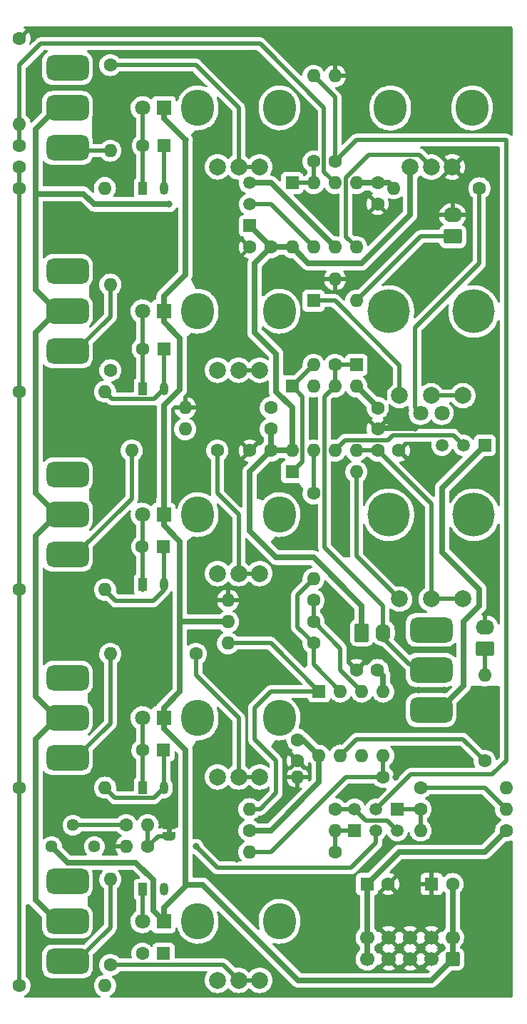
<source format=gbr>
G04 #@! TF.GenerationSoftware,KiCad,Pcbnew,(6.0.5)*
G04 #@! TF.CreationDate,2022-05-27T13:29:34-04:00*
G04 #@! TF.ProjectId,minidrone,6d696e69-6472-46f6-9e65-2e6b69636164,rev?*
G04 #@! TF.SameCoordinates,Original*
G04 #@! TF.FileFunction,Copper,L2,Bot*
G04 #@! TF.FilePolarity,Positive*
%FSLAX46Y46*%
G04 Gerber Fmt 4.6, Leading zero omitted, Abs format (unit mm)*
G04 Created by KiCad (PCBNEW (6.0.5)) date 2022-05-27 13:29:34*
%MOMM*%
%LPD*%
G01*
G04 APERTURE LIST*
G04 Aperture macros list*
%AMRoundRect*
0 Rectangle with rounded corners*
0 $1 Rounding radius*
0 $2 $3 $4 $5 $6 $7 $8 $9 X,Y pos of 4 corners*
0 Add a 4 corners polygon primitive as box body*
4,1,4,$2,$3,$4,$5,$6,$7,$8,$9,$2,$3,0*
0 Add four circle primitives for the rounded corners*
1,1,$1+$1,$2,$3*
1,1,$1+$1,$4,$5*
1,1,$1+$1,$6,$7*
1,1,$1+$1,$8,$9*
0 Add four rect primitives between the rounded corners*
20,1,$1+$1,$2,$3,$4,$5,0*
20,1,$1+$1,$4,$5,$6,$7,0*
20,1,$1+$1,$6,$7,$8,$9,0*
20,1,$1+$1,$8,$9,$2,$3,0*%
%AMFreePoly0*
4,1,22,0.500000,-0.750000,0.000000,-0.750000,0.000000,-0.745033,-0.079941,-0.743568,-0.215256,-0.701293,-0.333266,-0.622738,-0.424486,-0.514219,-0.481581,-0.384460,-0.499164,-0.250000,-0.500000,-0.250000,-0.500000,0.250000,-0.499164,0.250000,-0.499963,0.256109,-0.478152,0.396186,-0.417904,0.524511,-0.324060,0.630769,-0.204165,0.706417,-0.067858,0.745374,0.000000,0.744959,0.000000,0.750000,
0.500000,0.750000,0.500000,-0.750000,0.500000,-0.750000,$1*%
%AMFreePoly1*
4,1,20,0.000000,0.744959,0.073905,0.744508,0.209726,0.703889,0.328688,0.626782,0.421226,0.519385,0.479903,0.390333,0.500000,0.250000,0.500000,-0.250000,0.499851,-0.262216,0.476331,-0.402017,0.414519,-0.529596,0.319384,-0.634700,0.198574,-0.708877,0.061801,-0.746166,0.000000,-0.745033,0.000000,-0.750000,-0.500000,-0.750000,-0.500000,0.750000,0.000000,0.750000,0.000000,0.744959,
0.000000,0.744959,$1*%
G04 Aperture macros list end*
G04 #@! TA.AperFunction,ComponentPad*
%ADD10O,3.900000X4.300000*%
G04 #@! TD*
G04 #@! TA.AperFunction,ComponentPad*
%ADD11C,2.000000*%
G04 #@! TD*
G04 #@! TA.AperFunction,ComponentPad*
%ADD12O,5.000000X5.200000*%
G04 #@! TD*
G04 #@! TA.AperFunction,ComponentPad*
%ADD13C,1.800000*%
G04 #@! TD*
G04 #@! TA.AperFunction,ComponentPad*
%ADD14R,1.800000X1.800000*%
G04 #@! TD*
G04 #@! TA.AperFunction,ComponentPad*
%ADD15RoundRect,0.750000X-1.750000X-0.750000X1.750000X-0.750000X1.750000X0.750000X-1.750000X0.750000X0*%
G04 #@! TD*
G04 #@! TA.AperFunction,ComponentPad*
%ADD16C,1.600000*%
G04 #@! TD*
G04 #@! TA.AperFunction,SMDPad,CuDef*
%ADD17FreePoly0,270.000000*%
G04 #@! TD*
G04 #@! TA.AperFunction,SMDPad,CuDef*
%ADD18FreePoly1,270.000000*%
G04 #@! TD*
G04 #@! TA.AperFunction,ComponentPad*
%ADD19O,1.600000X1.600000*%
G04 #@! TD*
G04 #@! TA.AperFunction,ComponentPad*
%ADD20R,1.050000X1.500000*%
G04 #@! TD*
G04 #@! TA.AperFunction,ComponentPad*
%ADD21O,1.050000X1.500000*%
G04 #@! TD*
G04 #@! TA.AperFunction,ComponentPad*
%ADD22RoundRect,0.250000X0.845000X-0.620000X0.845000X0.620000X-0.845000X0.620000X-0.845000X-0.620000X0*%
G04 #@! TD*
G04 #@! TA.AperFunction,ComponentPad*
%ADD23O,2.190000X1.740000*%
G04 #@! TD*
G04 #@! TA.AperFunction,ComponentPad*
%ADD24R,1.600000X1.600000*%
G04 #@! TD*
G04 #@! TA.AperFunction,ComponentPad*
%ADD25R,1.500000X1.500000*%
G04 #@! TD*
G04 #@! TA.AperFunction,ComponentPad*
%ADD26C,1.500000*%
G04 #@! TD*
G04 #@! TA.AperFunction,ComponentPad*
%ADD27RoundRect,0.250000X-0.620000X-0.845000X0.620000X-0.845000X0.620000X0.845000X-0.620000X0.845000X0*%
G04 #@! TD*
G04 #@! TA.AperFunction,ComponentPad*
%ADD28O,1.740000X2.190000*%
G04 #@! TD*
G04 #@! TA.AperFunction,ComponentPad*
%ADD29C,1.440000*%
G04 #@! TD*
G04 #@! TA.AperFunction,ComponentPad*
%ADD30RoundRect,0.250000X0.600000X-0.600000X0.600000X0.600000X-0.600000X0.600000X-0.600000X-0.600000X0*%
G04 #@! TD*
G04 #@! TA.AperFunction,ComponentPad*
%ADD31C,1.700000*%
G04 #@! TD*
G04 #@! TA.AperFunction,ViaPad*
%ADD32C,0.800000*%
G04 #@! TD*
G04 #@! TA.AperFunction,Conductor*
%ADD33C,0.500000*%
G04 #@! TD*
G04 #@! TA.AperFunction,Conductor*
%ADD34C,0.700000*%
G04 #@! TD*
G04 APERTURE END LIST*
G36*
X182535000Y-130425000D02*
G01*
X181935000Y-130425000D01*
X181935000Y-129925000D01*
X182535000Y-129925000D01*
X182535000Y-130425000D01*
G37*
D10*
X195335000Y-116820000D03*
X185635000Y-116820000D03*
D11*
X187985000Y-123820000D03*
X190485000Y-123820000D03*
X192985000Y-123820000D03*
D12*
X208310000Y-92710000D03*
X218410000Y-92710000D03*
D11*
X209610000Y-102710000D03*
X213360000Y-102710000D03*
X217110000Y-102710000D03*
D10*
X195335000Y-44430000D03*
X185635000Y-44430000D03*
D11*
X187985000Y-51430000D03*
X190485000Y-51430000D03*
X192985000Y-51430000D03*
D13*
X212090000Y-80645000D03*
X214630000Y-80645000D03*
D14*
X181595000Y-68560000D03*
D13*
X179055000Y-68560000D03*
D15*
X170165000Y-39680000D03*
X170165000Y-44430000D03*
X170165000Y-49180000D03*
X213345000Y-106375000D03*
X213345000Y-111125000D03*
X213345000Y-115875000D03*
D12*
X208310000Y-68580000D03*
X218410000Y-68580000D03*
D11*
X209610000Y-78580000D03*
X213360000Y-78580000D03*
X217110000Y-78580000D03*
D10*
X195335000Y-92690000D03*
X185635000Y-92690000D03*
D11*
X187985000Y-99690000D03*
X190485000Y-99690000D03*
X192985000Y-99690000D03*
D15*
X170165000Y-87940000D03*
X170165000Y-92690000D03*
X170165000Y-97440000D03*
D10*
X208510000Y-44450000D03*
X218210000Y-44450000D03*
D11*
X210860000Y-51450000D03*
X213360000Y-51450000D03*
X215860000Y-51450000D03*
D10*
X185635000Y-68560000D03*
X195335000Y-68560000D03*
D11*
X187985000Y-75560000D03*
X190485000Y-75560000D03*
X192985000Y-75560000D03*
D14*
X181595000Y-140950000D03*
D13*
X179055000Y-140950000D03*
D14*
X181595000Y-116820000D03*
D13*
X179055000Y-116820000D03*
D15*
X170165000Y-63810000D03*
X170165000Y-68560000D03*
X170165000Y-73310000D03*
X170165000Y-112070000D03*
X170165000Y-116820000D03*
X170165000Y-121570000D03*
D14*
X181610000Y-44430000D03*
D13*
X179070000Y-44430000D03*
D15*
X170165000Y-136200000D03*
X170165000Y-140950000D03*
X170165000Y-145700000D03*
D10*
X185635000Y-140950000D03*
X195335000Y-140950000D03*
D11*
X187985000Y-147950000D03*
X190485000Y-147950000D03*
X192985000Y-147950000D03*
D14*
X181595000Y-92690000D03*
D13*
X179055000Y-92690000D03*
D16*
X194320000Y-85090000D03*
X191820000Y-85090000D03*
D17*
X182235000Y-129525000D03*
D18*
X182235000Y-130825000D03*
D16*
X199390000Y-102870000D03*
D19*
X189230000Y-102870000D03*
D16*
X185420000Y-109220000D03*
D19*
X175260000Y-109220000D03*
D16*
X179695000Y-132075000D03*
D19*
X177155000Y-132075000D03*
D16*
X191770000Y-130175000D03*
D19*
X201930000Y-130175000D03*
D20*
X179070000Y-77745000D03*
D21*
X181610000Y-77745000D03*
D20*
X179070000Y-125095000D03*
D21*
X181610000Y-125095000D03*
D16*
X207010000Y-85090000D03*
X209510000Y-85090000D03*
D22*
X215900000Y-59690000D03*
D23*
X215900000Y-57150000D03*
D16*
X164450000Y-53955000D03*
D19*
X174610000Y-53955000D03*
D16*
X164465000Y-101600000D03*
D19*
X174625000Y-101600000D03*
D24*
X181570000Y-144780000D03*
D16*
X179070000Y-144780000D03*
X164465000Y-125095000D03*
D19*
X174625000Y-125095000D03*
D25*
X204250000Y-130175000D03*
D26*
X206790000Y-130175000D03*
X209330000Y-130175000D03*
D27*
X205105000Y-106700000D03*
D28*
X207645000Y-106700000D03*
D24*
X196850000Y-53340000D03*
D19*
X199390000Y-53340000D03*
X201930000Y-53340000D03*
X204470000Y-53340000D03*
X204470000Y-60960000D03*
X201930000Y-60960000D03*
X199390000Y-60960000D03*
X196850000Y-60960000D03*
D16*
X219710000Y-121920000D03*
D19*
X219710000Y-111760000D03*
D16*
X164465000Y-36195000D03*
D19*
X164465000Y-46355000D03*
D20*
X179070000Y-137160000D03*
D21*
X181610000Y-137160000D03*
D20*
X179070000Y-100965000D03*
D21*
X181610000Y-100965000D03*
D16*
X207010000Y-82530000D03*
X207010000Y-80030000D03*
X204490000Y-111125000D03*
X206990000Y-111125000D03*
X212090000Y-125095000D03*
D19*
X222250000Y-125095000D03*
D29*
X173355000Y-132080000D03*
X170815000Y-129540000D03*
X168275000Y-132080000D03*
D16*
X177155000Y-129535000D03*
D19*
X179695000Y-129535000D03*
D16*
X197485000Y-119400000D03*
X197485000Y-121900000D03*
D24*
X204470000Y-74930000D03*
D19*
X204470000Y-67310000D03*
D25*
X191770000Y-58420000D03*
D26*
X191770000Y-55880000D03*
X191770000Y-53340000D03*
D20*
X179070000Y-53975000D03*
D21*
X181610000Y-53975000D03*
D16*
X201930000Y-127635000D03*
D19*
X191770000Y-127635000D03*
D24*
X196850000Y-77470000D03*
D19*
X199390000Y-77470000D03*
X201930000Y-77470000D03*
X204470000Y-77470000D03*
X204470000Y-85090000D03*
X201930000Y-85090000D03*
X199390000Y-85090000D03*
X196850000Y-85090000D03*
D24*
X205740000Y-136525000D03*
D16*
X208240000Y-136525000D03*
X164465000Y-48935000D03*
X164465000Y-51435000D03*
D24*
X181610000Y-48895000D03*
D16*
X179110000Y-48895000D03*
D24*
X200035000Y-113675000D03*
D19*
X202575000Y-113675000D03*
X205115000Y-113675000D03*
X207655000Y-113675000D03*
X207655000Y-121295000D03*
X205115000Y-121295000D03*
X202575000Y-121295000D03*
X200035000Y-121295000D03*
D16*
X199390000Y-90170000D03*
D19*
X199390000Y-100330000D03*
D16*
X164465000Y-148590000D03*
D19*
X174625000Y-148590000D03*
D24*
X181595000Y-73005000D03*
D16*
X179095000Y-73005000D03*
D24*
X213400000Y-136525000D03*
D16*
X215900000Y-136525000D03*
X201930000Y-50800000D03*
D19*
X201930000Y-40640000D03*
D25*
X209330000Y-127635000D03*
D26*
X206790000Y-127635000D03*
X204250000Y-127635000D03*
D24*
X199390000Y-67310000D03*
D19*
X199390000Y-74930000D03*
D16*
X207645000Y-123825000D03*
D19*
X197485000Y-123825000D03*
D25*
X219710000Y-84455000D03*
D26*
X217170000Y-84455000D03*
X214630000Y-84455000D03*
D16*
X201930000Y-74930000D03*
D19*
X201930000Y-64770000D03*
D16*
X201930000Y-132715000D03*
D19*
X191770000Y-132715000D03*
D16*
X164465000Y-78105000D03*
D19*
X174625000Y-78105000D03*
D22*
X219710000Y-108585000D03*
D23*
X219710000Y-106045000D03*
D16*
X175245000Y-39350000D03*
D19*
X175245000Y-49510000D03*
D16*
X207000000Y-55840000D03*
X207000000Y-53340000D03*
X199390000Y-107950000D03*
D19*
X189230000Y-107950000D03*
D16*
X194310000Y-80010000D03*
D19*
X184150000Y-80010000D03*
D16*
X199390000Y-50800000D03*
D19*
X199390000Y-40640000D03*
D16*
X219075000Y-53975000D03*
D19*
X208915000Y-53975000D03*
D30*
X215900000Y-145415000D03*
D31*
X215900000Y-142875000D03*
X213360000Y-145415000D03*
X213360000Y-142875000D03*
X210820000Y-145415000D03*
X210820000Y-142875000D03*
X208280000Y-145415000D03*
X208280000Y-142875000D03*
X205740000Y-145415000D03*
X205740000Y-142875000D03*
D24*
X196850000Y-87630000D03*
D19*
X204470000Y-87630000D03*
D24*
X181570000Y-120650000D03*
D16*
X179070000Y-120650000D03*
X212090000Y-127635000D03*
D19*
X222250000Y-127635000D03*
D16*
X199390000Y-105410000D03*
D19*
X189230000Y-105410000D03*
D16*
X175260000Y-75565000D03*
D19*
X175260000Y-65405000D03*
D16*
X187960000Y-85090000D03*
D19*
X177800000Y-85090000D03*
D16*
X222250000Y-130175000D03*
D19*
X212090000Y-130175000D03*
D16*
X194310000Y-82550000D03*
D19*
X184150000Y-82550000D03*
D16*
X194310000Y-60960000D03*
X191810000Y-60960000D03*
D24*
X181545113Y-96520000D03*
D16*
X179045113Y-96520000D03*
X175260000Y-146125000D03*
D19*
X175260000Y-135965000D03*
D32*
X190246000Y-133604000D03*
X188722000Y-92964000D03*
X187579000Y-106807000D03*
X184912000Y-106807000D03*
X178689000Y-127762000D03*
X218821000Y-147701000D03*
X203200000Y-97028000D03*
X177546000Y-51181000D03*
X202438000Y-117094000D03*
X218694000Y-98171000D03*
X200660000Y-145923000D03*
X209550000Y-146685000D03*
X213106000Y-88900000D03*
X195326000Y-149479000D03*
X208153000Y-131699000D03*
X195199000Y-96012000D03*
X219075000Y-126492000D03*
X198501000Y-116967000D03*
X177292000Y-124841000D03*
X176784000Y-54356000D03*
X185420000Y-85090000D03*
X192786000Y-125857000D03*
X172847000Y-149479000D03*
X208915000Y-104775000D03*
X213360000Y-49530000D03*
X189992000Y-54864000D03*
X185801000Y-65024000D03*
X186055000Y-149479000D03*
X195199000Y-51943000D03*
X191135000Y-81280000D03*
X219075000Y-51435000D03*
X214630000Y-144145000D03*
X220599000Y-100711000D03*
X212090000Y-141605000D03*
X201803000Y-58801000D03*
X176911000Y-77343000D03*
X212725000Y-76200000D03*
X191516000Y-101854000D03*
X195453000Y-136017000D03*
X205740000Y-109220000D03*
X189865000Y-69850000D03*
X183134000Y-90424000D03*
X196469000Y-125857000D03*
X174625000Y-105283000D03*
X211836000Y-113538000D03*
X189103000Y-121920000D03*
X176911000Y-66675000D03*
X219456000Y-75692000D03*
X177546000Y-74168000D03*
X177419000Y-135636000D03*
X175895000Y-46355000D03*
X173609000Y-135382000D03*
X219202000Y-131318000D03*
X197866000Y-109474000D03*
X167005000Y-35560000D03*
X208915000Y-98425000D03*
X207010000Y-146685000D03*
X209550000Y-64770000D03*
X217932000Y-134493000D03*
X185674000Y-101092000D03*
X215900000Y-147955000D03*
X222250000Y-149225000D03*
X166370000Y-149225000D03*
X220853000Y-128778000D03*
X167894000Y-56134000D03*
X192405000Y-121666000D03*
X204470000Y-144145000D03*
X167894000Y-61214000D03*
X189992000Y-111887000D03*
X193675000Y-40640000D03*
X179070000Y-38100000D03*
X182499000Y-63500000D03*
X189230000Y-97790000D03*
X175260000Y-35560000D03*
X211201000Y-149225000D03*
X167894000Y-76073000D03*
X206883000Y-125603000D03*
X184150000Y-48260000D03*
X173990000Y-68580000D03*
X169164000Y-105029000D03*
X203200000Y-46990000D03*
X193167000Y-90297000D03*
X177546000Y-101600000D03*
X172720000Y-53340000D03*
X175260000Y-131826000D03*
X165862000Y-140208000D03*
X204470000Y-146685000D03*
X189865000Y-130048000D03*
X211201000Y-136906000D03*
X189230000Y-49657000D03*
X179705000Y-60452000D03*
X216027000Y-118110000D03*
X199263000Y-138303000D03*
X201803000Y-55245000D03*
X189992000Y-89916000D03*
X220980000Y-65405000D03*
X167386000Y-143256000D03*
X177292000Y-93472000D03*
X210947000Y-108712000D03*
X199263000Y-96520000D03*
X167894000Y-129921000D03*
X221742000Y-145923000D03*
X185547000Y-130429000D03*
X202438000Y-143129000D03*
X185166000Y-41148000D03*
X222250000Y-35560000D03*
X204597000Y-79756000D03*
X220980000Y-95123000D03*
X167894000Y-85217000D03*
X197485000Y-38735000D03*
X220980000Y-49530000D03*
X218821000Y-143129000D03*
X194310000Y-35560000D03*
X175514000Y-88138000D03*
X209550000Y-138811000D03*
X176911000Y-118110000D03*
X186690000Y-89662000D03*
X208661000Y-81026000D03*
X170688000Y-79883000D03*
X216281000Y-81915000D03*
X181737000Y-147574000D03*
X186944000Y-103886000D03*
X213995000Y-43180000D03*
X201168000Y-101854000D03*
X199390000Y-79375000D03*
X206502000Y-86868000D03*
X175260000Y-57404000D03*
X218948000Y-138430000D03*
X194945000Y-64008000D03*
X179832000Y-66548000D03*
X205740000Y-90043000D03*
X220726000Y-134620000D03*
X177673000Y-70485000D03*
X209550000Y-144145000D03*
X198247000Y-55118000D03*
X204597000Y-55499000D03*
X193294000Y-128778000D03*
X210566000Y-131445000D03*
X209423000Y-120650000D03*
X209042000Y-56261000D03*
X185674000Y-49911000D03*
X195834000Y-144145000D03*
X192278000Y-140462000D03*
X202946000Y-125984000D03*
X212598000Y-53594000D03*
X187452000Y-128270000D03*
X193294000Y-137668000D03*
X214122000Y-134620000D03*
X214884000Y-113538000D03*
X199009000Y-92837000D03*
X200152000Y-119253000D03*
X189230000Y-125857000D03*
X221996000Y-137668000D03*
X179832000Y-85344000D03*
X205740000Y-95377000D03*
X210566000Y-118110000D03*
X177800000Y-109601000D03*
X211455000Y-82405989D03*
X213614000Y-126492000D03*
X167894000Y-124333000D03*
X211836000Y-122174000D03*
X208153000Y-117983000D03*
X220980000Y-120523000D03*
X214630000Y-69215000D03*
X222250000Y-46990000D03*
X183388000Y-38100000D03*
X191770000Y-46355000D03*
X184785000Y-76835000D03*
X209169000Y-123825000D03*
X185801000Y-120396000D03*
X190881000Y-109347000D03*
X187325000Y-81280000D03*
X195453000Y-120142000D03*
X204470000Y-141605000D03*
X190373000Y-136144000D03*
X192786000Y-106426000D03*
X185801000Y-125349000D03*
X216027000Y-95504000D03*
X212090000Y-146685000D03*
X185674000Y-134874000D03*
X218440000Y-39370000D03*
X191008000Y-115062000D03*
X215900000Y-108712000D03*
X166370000Y-43815000D03*
X216916000Y-89281000D03*
X173990000Y-92710000D03*
X187960000Y-59690000D03*
X178435000Y-41275000D03*
X186182000Y-122428000D03*
X192024000Y-97282000D03*
X207010000Y-144145000D03*
X202057000Y-140081000D03*
X197612000Y-99314000D03*
X173990000Y-72771000D03*
X209169000Y-114935000D03*
X172085000Y-127254000D03*
X186944000Y-111125000D03*
X182626000Y-57404000D03*
X219583000Y-114046000D03*
X188595000Y-39370000D03*
X204470000Y-35560000D03*
X185674000Y-54864000D03*
X167640000Y-51816000D03*
X202057000Y-91440000D03*
X188722000Y-117094000D03*
X212090000Y-144145000D03*
X199390000Y-83185000D03*
X167894000Y-109347000D03*
X191897000Y-49530000D03*
X209550000Y-141605000D03*
X217805000Y-62230000D03*
X212725000Y-61595000D03*
X215011000Y-130683000D03*
X214630000Y-141605000D03*
X187833000Y-132080000D03*
X210185000Y-134239000D03*
X176149000Y-62230000D03*
X212598000Y-139700000D03*
X208407000Y-76708000D03*
X199390000Y-64770000D03*
X186690000Y-35560000D03*
X199644000Y-141732000D03*
X207137000Y-138303000D03*
X173736000Y-121031000D03*
X192024000Y-145796000D03*
X173863000Y-96901000D03*
X179705000Y-90678000D03*
X177927000Y-112649000D03*
X215900000Y-73533000D03*
X171577000Y-101981000D03*
X197612000Y-70866000D03*
X182245000Y-128270000D03*
X188722000Y-141224000D03*
X214757000Y-120777000D03*
X172085000Y-107823000D03*
X220345000Y-87122000D03*
X183134000Y-84582000D03*
X211582000Y-101727000D03*
X185420000Y-132080000D03*
X220980000Y-90043000D03*
X171196000Y-132461000D03*
X188722000Y-44704000D03*
X217932000Y-122174000D03*
X207010000Y-141605000D03*
X203200000Y-86360000D03*
X194818000Y-86995000D03*
X203200000Y-42545000D03*
X175006000Y-144145000D03*
X176657000Y-98171000D03*
X203200000Y-104648000D03*
X195580000Y-103124000D03*
X198501000Y-144272000D03*
X204343000Y-138049000D03*
X210185000Y-59690000D03*
X202057000Y-82804000D03*
X180086000Y-80391000D03*
X211328000Y-96901000D03*
X178816000Y-149479000D03*
X185166000Y-96266000D03*
X179959000Y-114808000D03*
X191770000Y-73660000D03*
X193675000Y-77470000D03*
X219075000Y-64770000D03*
X181864000Y-108458000D03*
X173863000Y-140462000D03*
X167767000Y-99949000D03*
X215900000Y-85979000D03*
X171450000Y-59055000D03*
X182245000Y-102743000D03*
X212090000Y-67945000D03*
X174625000Y-82042000D03*
X209550000Y-39370000D03*
X201549000Y-149479000D03*
X179324000Y-105029000D03*
X206248000Y-59182000D03*
X184150000Y-144653000D03*
X222504000Y-132080000D03*
X196850000Y-74930000D03*
X177419000Y-138938000D03*
X204470000Y-64770000D03*
X213995000Y-35560000D03*
X211963000Y-92075000D03*
X219456000Y-80645000D03*
X173482000Y-42164000D03*
X194056000Y-112395000D03*
X182245000Y-55880000D03*
X220980000Y-71374000D03*
X205613000Y-134620000D03*
X166370000Y-39370000D03*
X181991000Y-113030000D03*
D33*
X174625000Y-125095000D02*
X175824511Y-126294511D01*
X179055000Y-140950000D02*
X179055000Y-137175000D01*
X180410489Y-126294511D02*
X181610000Y-125095000D01*
X179055000Y-137175000D02*
X179070000Y-137160000D01*
X175824511Y-126294511D02*
X180410489Y-126294511D01*
X181610000Y-125095000D02*
X181610000Y-120690000D01*
X181610000Y-120690000D02*
X181570000Y-120650000D01*
X179095000Y-73005000D02*
X179095000Y-78045000D01*
X174625000Y-78105000D02*
X175464511Y-78944511D01*
X180410489Y-78944511D02*
X181610000Y-77745000D01*
X175464511Y-78944511D02*
X180410489Y-78944511D01*
X179070000Y-53975000D02*
X179070000Y-48935000D01*
X179055000Y-92690000D02*
X179055000Y-97215000D01*
X179055000Y-97215000D02*
X179070000Y-97230000D01*
X181610000Y-97270000D02*
X181570000Y-97230000D01*
X175895000Y-102945000D02*
X174625000Y-101675000D01*
X181610000Y-101675000D02*
X181610000Y-97270000D01*
X180340000Y-102945000D02*
X175895000Y-102945000D01*
X181595000Y-78085000D02*
X181595000Y-73005000D01*
X179070000Y-97230000D02*
X179070000Y-101675000D01*
X181610000Y-101675000D02*
X180340000Y-102945000D01*
X179070000Y-120650000D02*
X179070000Y-125095000D01*
X179055000Y-120635000D02*
X179070000Y-120650000D01*
X179055000Y-116820000D02*
X179055000Y-120635000D01*
X179070000Y-48935000D02*
X179110000Y-48895000D01*
X179110000Y-44470000D02*
X179070000Y-44430000D01*
X179110000Y-48895000D02*
X179110000Y-44470000D01*
X179055000Y-48915000D02*
X179095000Y-48875000D01*
X179095000Y-44470000D02*
X179055000Y-44430000D01*
X181595000Y-53955000D02*
X181595000Y-48875000D01*
X179095000Y-73005000D02*
X179095000Y-68600000D01*
X179095000Y-68600000D02*
X179055000Y-68560000D01*
D34*
X181595000Y-93965000D02*
X181595000Y-92690000D01*
X181610000Y-79749800D02*
X183515000Y-77844800D01*
X184150000Y-120650000D02*
X184150000Y-121285000D01*
X181595000Y-140950000D02*
X181595000Y-139350000D01*
X184150000Y-48895000D02*
X184150000Y-48260000D01*
X215900000Y-142875000D02*
X215900000Y-145415000D01*
X207000000Y-53340000D02*
X204470000Y-53340000D01*
X207010000Y-80030000D02*
X207010000Y-80010000D01*
X215900000Y-142875000D02*
X215900000Y-136549888D01*
X183515000Y-95885000D02*
X181595000Y-93965000D01*
X181595000Y-116820000D02*
X181595000Y-118095000D01*
X183515000Y-77844800D02*
X183515000Y-71755000D01*
X180340000Y-139700000D02*
X180340000Y-136055978D01*
X183515000Y-113665000D02*
X183515000Y-105410000D01*
X184150000Y-121240978D02*
X184150000Y-136600000D01*
X170180000Y-133985000D02*
X168275000Y-132080000D01*
X207010000Y-80010000D02*
X204470000Y-77470000D01*
X207655000Y-111790000D02*
X206990000Y-111125000D01*
X182235000Y-129525000D02*
X182235000Y-128280000D01*
X182235000Y-128280000D02*
X182245000Y-128270000D01*
X213360000Y-147955000D02*
X215900000Y-145415000D01*
X181595000Y-116820000D02*
X181595000Y-115585000D01*
X197564928Y-147955000D02*
X213360000Y-147955000D01*
X207000000Y-53340000D02*
X208280000Y-53340000D01*
X180345000Y-139700000D02*
X180340000Y-139700000D01*
X181595000Y-139350000D02*
X184150000Y-136795000D01*
X181595000Y-90820000D02*
X181610000Y-90805000D01*
X183515000Y-105410000D02*
X183515000Y-95885000D01*
X181595000Y-91090000D02*
X181595000Y-92690000D01*
X181610000Y-90805000D02*
X181610000Y-79749800D01*
X208280000Y-53340000D02*
X208915000Y-53975000D01*
X186209928Y-136600000D02*
X197564928Y-147955000D01*
X184150000Y-64210000D02*
X184150000Y-48895000D01*
X181595000Y-115585000D02*
X183515000Y-113665000D01*
X181595000Y-92690000D02*
X181595000Y-90820000D01*
X207010000Y-82530000D02*
X207134011Y-82405989D01*
X207655000Y-113675000D02*
X207655000Y-111790000D01*
X207134011Y-82405989D02*
X211455000Y-82405989D01*
X189230000Y-105410000D02*
X183515000Y-105410000D01*
X181595000Y-69835000D02*
X181595000Y-68560000D01*
X184150000Y-136600000D02*
X186209928Y-136600000D01*
X181610000Y-45720000D02*
X181610000Y-44430000D01*
X183515000Y-71755000D02*
X181595000Y-69835000D01*
X181595000Y-68560000D02*
X181595000Y-66765000D01*
X181595000Y-66765000D02*
X184150000Y-64210000D01*
X178269022Y-133985000D02*
X170180000Y-133985000D01*
X184150000Y-48260000D02*
X181610000Y-45720000D01*
X181595000Y-140950000D02*
X180345000Y-139700000D01*
X180340000Y-136055978D02*
X178269022Y-133985000D01*
X181595000Y-118095000D02*
X184150000Y-120650000D01*
X198755000Y-62865000D02*
X205106749Y-62865000D01*
X205105000Y-106700000D02*
X205105000Y-103505000D01*
X219710000Y-84455000D02*
X214630000Y-89535000D01*
X209550000Y-132715000D02*
X219710000Y-132715000D01*
X199390000Y-97790000D02*
X194945000Y-97790000D01*
X196850000Y-60960000D02*
X194310000Y-60960000D01*
X192405000Y-71120000D02*
X192405000Y-62865000D01*
X219075000Y-101600000D02*
X219075000Y-103505000D01*
X214630000Y-89535000D02*
X214630000Y-97155000D01*
X205740000Y-142875000D02*
X205740000Y-136525000D01*
X205740000Y-136525000D02*
X209550000Y-132715000D01*
X217170000Y-113030000D02*
X214325000Y-115875000D01*
X191770000Y-94615000D02*
X191770000Y-87640000D01*
X196850000Y-80008251D02*
X194945000Y-78103251D01*
X196850000Y-85090000D02*
X196850000Y-80008251D01*
X198140000Y-119400000D02*
X200035000Y-121295000D01*
X210860000Y-57111749D02*
X210860000Y-51450000D01*
X205105000Y-103505000D02*
X199390000Y-97790000D01*
X217170000Y-105410000D02*
X217170000Y-113030000D01*
D33*
X192985000Y-51430000D02*
X190485000Y-51430000D01*
X185405000Y-39350000D02*
X190485000Y-44430000D01*
D34*
X200035000Y-124450000D02*
X194310000Y-130175000D01*
X194310000Y-130175000D02*
X191770000Y-130175000D01*
X191770000Y-87640000D02*
X194320000Y-85090000D01*
X192405000Y-62865000D02*
X194310000Y-60960000D01*
X196850000Y-60960000D02*
X198755000Y-62865000D01*
X194945000Y-73660000D02*
X192405000Y-71120000D01*
D33*
X192985000Y-75560000D02*
X190485000Y-75560000D01*
X187960000Y-90170000D02*
X187960000Y-85090000D01*
X190485000Y-99690000D02*
X190485000Y-92695000D01*
X190485000Y-92695000D02*
X187960000Y-90170000D01*
D34*
X219710000Y-132715000D02*
X222250000Y-130175000D01*
D33*
X192985000Y-99690000D02*
X190485000Y-99690000D01*
D34*
X214630000Y-97155000D02*
X219075000Y-101600000D01*
D33*
X190485000Y-123820000D02*
X192985000Y-123820000D01*
D34*
X197485000Y-119400000D02*
X198140000Y-119400000D01*
X196850000Y-85090000D02*
X194310000Y-85090000D01*
X219075000Y-103505000D02*
X217170000Y-105410000D01*
D33*
X170495000Y-49510000D02*
X170165000Y-49180000D01*
X185420000Y-109220000D02*
X185420000Y-111760000D01*
D34*
X205740000Y-142875000D02*
X205740000Y-145415000D01*
X194945000Y-78103251D02*
X194945000Y-73660000D01*
X194310000Y-85085000D02*
X194310000Y-82555000D01*
X200035000Y-121295000D02*
X200035000Y-124450000D01*
X194310000Y-60960000D02*
X191770000Y-58420000D01*
X214325000Y-115875000D02*
X213345000Y-115875000D01*
D33*
X175245000Y-49510000D02*
X170495000Y-49510000D01*
X190485000Y-44430000D02*
X190485000Y-51430000D01*
D34*
X205106749Y-62865000D02*
X210860000Y-57111749D01*
D33*
X175245000Y-39350000D02*
X185405000Y-39350000D01*
D34*
X194945000Y-97790000D02*
X191770000Y-94615000D01*
D33*
X200680489Y-96540489D02*
X200680489Y-78719511D01*
D34*
X166355000Y-46970000D02*
X166355000Y-54625000D01*
D33*
X190485000Y-116855000D02*
X190485000Y-123820000D01*
D34*
X173355000Y-55880000D02*
X172100000Y-54625000D01*
D33*
X201930000Y-67310000D02*
X209610000Y-74990000D01*
D34*
X166355000Y-138410000D02*
X166355000Y-119360000D01*
X168895000Y-116820000D02*
X170165000Y-116820000D01*
X166355000Y-71100000D02*
X166355000Y-90150000D01*
X170165000Y-44430000D02*
X168895000Y-44430000D01*
X166355000Y-90150000D02*
X168895000Y-92690000D01*
D33*
X164450000Y-51450000D02*
X164465000Y-51435000D01*
X198099511Y-86380489D02*
X196850000Y-87630000D01*
X215900000Y-59690000D02*
X212090000Y-59690000D01*
X210800000Y-110490000D02*
X207645000Y-107335000D01*
X200680489Y-78719511D02*
X201930000Y-77470000D01*
X209610000Y-74990000D02*
X209610000Y-78580000D01*
D34*
X166355000Y-95230000D02*
X166355000Y-114280000D01*
X166355000Y-119360000D02*
X168895000Y-116820000D01*
D33*
X188660000Y-146125000D02*
X190485000Y-147950000D01*
X164465000Y-101675000D02*
X164465000Y-125805000D01*
X212710000Y-110490000D02*
X210800000Y-110490000D01*
D34*
X182245000Y-55880000D02*
X173355000Y-55880000D01*
X166355000Y-66020000D02*
X168895000Y-68560000D01*
X168895000Y-140950000D02*
X170165000Y-140950000D01*
D33*
X164450000Y-53955000D02*
X164450000Y-78165000D01*
D34*
X166355000Y-71100000D02*
X168895000Y-68560000D01*
X191770000Y-53340000D02*
X194310000Y-53340000D01*
D33*
X212090000Y-59690000D02*
X204470000Y-67310000D01*
X185420000Y-111760000D02*
X190500000Y-116840000D01*
X213360000Y-91440000D02*
X213360000Y-102710000D01*
X164465000Y-78180000D02*
X164465000Y-101675000D01*
X207645000Y-107335000D02*
X207645000Y-103505000D01*
X164450000Y-78165000D02*
X164465000Y-78180000D01*
X199390000Y-74930000D02*
X196850000Y-77470000D01*
D34*
X168895000Y-44430000D02*
X166355000Y-46970000D01*
D33*
X217110000Y-102710000D02*
X213360000Y-102710000D01*
D34*
X166355000Y-114280000D02*
X168895000Y-116820000D01*
D33*
X213345000Y-111125000D02*
X212710000Y-110490000D01*
D34*
X168260000Y-92690000D02*
X170165000Y-92690000D01*
X168895000Y-92690000D02*
X170165000Y-92690000D01*
X166355000Y-138410000D02*
X168895000Y-140950000D01*
D33*
X164465000Y-148590000D02*
X164465000Y-125730000D01*
X196850000Y-77470000D02*
X198099511Y-78719511D01*
D34*
X166355000Y-54625000D02*
X166355000Y-66025000D01*
X168895000Y-68560000D02*
X170165000Y-68560000D01*
D33*
X199390000Y-67310000D02*
X201930000Y-67310000D01*
X198099511Y-78719511D02*
X198099511Y-86380489D01*
X192985000Y-147950000D02*
X190485000Y-147950000D01*
X217110000Y-78580000D02*
X213360000Y-78580000D01*
X201930000Y-74930000D02*
X201930000Y-77470000D01*
X175260000Y-146125000D02*
X188660000Y-146125000D01*
X190500000Y-116840000D02*
X190485000Y-116855000D01*
X207010000Y-85090000D02*
X204470000Y-85090000D01*
X204470000Y-74930000D02*
X201930000Y-74930000D01*
X164450000Y-53955000D02*
X164450000Y-51450000D01*
X207645000Y-103505000D02*
X200680489Y-96540489D01*
D34*
X172100000Y-54625000D02*
X166355000Y-54625000D01*
D33*
X207010000Y-85090000D02*
X213360000Y-91440000D01*
X175260000Y-141680000D02*
X171240000Y-145700000D01*
X210917500Y-123507500D02*
X206790000Y-127635000D01*
X199390000Y-100330000D02*
X197485000Y-102235000D01*
X197485000Y-106045000D02*
X199390000Y-107950000D01*
X199390000Y-110490000D02*
X202575000Y-113675000D01*
D34*
X168895000Y-92690000D02*
X166355000Y-95230000D01*
D33*
X208844511Y-83255489D02*
X208259511Y-83840489D01*
X187960000Y-134620000D02*
X203835000Y-134620000D01*
X191770000Y-55880000D02*
X194310000Y-55880000D01*
X208130489Y-128975489D02*
X205590489Y-128975489D01*
X201930000Y-130175000D02*
X201930000Y-132715000D01*
X219710000Y-111760000D02*
X219710000Y-108585000D01*
X204470000Y-87630000D02*
X204470000Y-97570000D01*
X219075000Y-62865000D02*
X211455000Y-70485000D01*
X219075000Y-53975000D02*
X219075000Y-62865000D01*
X206790000Y-131665000D02*
X206790000Y-130175000D01*
X211455000Y-70485000D02*
X211455000Y-80010000D01*
X203835000Y-134620000D02*
X206790000Y-131665000D01*
X208259511Y-83840489D02*
X203179511Y-83840489D01*
X182235000Y-130825000D02*
X180945000Y-130825000D01*
X194310000Y-55880000D02*
X199390000Y-60960000D01*
X212090000Y-127635000D02*
X212090000Y-130175000D01*
X220593538Y-123507500D02*
X210917500Y-123507500D01*
X205590489Y-128975489D02*
X204250000Y-127635000D01*
X203179511Y-83840489D02*
X201930000Y-85090000D01*
X201930000Y-50800000D02*
X204470000Y-48260000D01*
X204250000Y-130175000D02*
X201930000Y-130175000D01*
X170165000Y-73310000D02*
X171165000Y-73310000D01*
X171165000Y-97440000D02*
X177800000Y-90805000D01*
X185420000Y-132080000D02*
X187960000Y-134620000D01*
X177800000Y-90805000D02*
X177800000Y-85090000D01*
X204470000Y-48260000D02*
X222250000Y-48260000D01*
X175260000Y-69215000D02*
X175260000Y-65405000D01*
X217170000Y-84455000D02*
X215970489Y-83255489D01*
X171165000Y-73310000D02*
X175260000Y-69215000D01*
X209330000Y-127635000D02*
X212090000Y-127635000D01*
X170165000Y-121570000D02*
X171165000Y-121570000D01*
D34*
X194310000Y-53340000D02*
X201930000Y-60960000D01*
D33*
X222250000Y-121851038D02*
X220593538Y-123507500D01*
X201930000Y-43180000D02*
X201930000Y-50800000D01*
X209330000Y-130175000D02*
X208130489Y-128975489D01*
X175260000Y-109220000D02*
X175260000Y-117475000D01*
X171240000Y-145700000D02*
X170165000Y-145700000D01*
X179695000Y-132075000D02*
X179695000Y-129535000D01*
X222250000Y-48260000D02*
X222250000Y-121851038D01*
X204470000Y-97570000D02*
X209610000Y-102710000D01*
X199390000Y-85090000D02*
X199390000Y-90170000D01*
X211455000Y-80010000D02*
X212090000Y-80645000D01*
X215970489Y-83255489D02*
X208844511Y-83255489D01*
X199390000Y-40640000D02*
X201930000Y-43180000D01*
X201930000Y-127635000D02*
X204250000Y-127635000D01*
X180945000Y-130825000D02*
X179695000Y-132075000D01*
X170165000Y-97440000D02*
X171165000Y-97440000D01*
X171165000Y-121570000D02*
X175260000Y-117475000D01*
X175260000Y-135965000D02*
X175260000Y-141680000D01*
X199390000Y-53340000D02*
X199390000Y-50800000D01*
X200639511Y-44429511D02*
X200639511Y-52049511D01*
X213360000Y-51450000D02*
X211910489Y-50000489D01*
X189230000Y-107950000D02*
X194310000Y-107950000D01*
X193040000Y-127635000D02*
X194945000Y-125730000D01*
X194310000Y-107950000D02*
X200035000Y-113675000D01*
X202565000Y-108585000D02*
X199390000Y-105410000D01*
X219710000Y-125095000D02*
X222250000Y-127635000D01*
X202565000Y-111125000D02*
X202565000Y-108585000D01*
X207645000Y-121305000D02*
X207655000Y-121295000D01*
X194310000Y-132715000D02*
X191770000Y-132715000D01*
X192384592Y-119359592D02*
X192384592Y-115590408D01*
X194945000Y-125730000D02*
X194945000Y-121920000D01*
X199390000Y-102870000D02*
X199390000Y-105410000D01*
X164465000Y-46355000D02*
X164465000Y-39370000D01*
X164465000Y-39370000D02*
X167005000Y-36830000D01*
X200639511Y-52049511D02*
X201930000Y-53340000D01*
X203220489Y-52684511D02*
X203220489Y-59710489D01*
X211910489Y-50000489D02*
X205904511Y-50000489D01*
X191770000Y-127635000D02*
X193040000Y-127635000D01*
X199390000Y-107950000D02*
X199390000Y-110490000D01*
X196850000Y-53340000D02*
X199390000Y-53340000D01*
X202575000Y-121295000D02*
X204524031Y-119345969D01*
X170815000Y-129540000D02*
X177150000Y-129540000D01*
X164465000Y-48935000D02*
X164465000Y-46355000D01*
X207645000Y-123825000D02*
X203200000Y-123825000D01*
X194300000Y-113675000D02*
X200035000Y-113675000D01*
X212090000Y-125095000D02*
X219710000Y-125095000D01*
X203200000Y-123825000D02*
X194310000Y-132715000D01*
X205115000Y-113675000D02*
X202565000Y-111125000D01*
X197485000Y-102235000D02*
X197485000Y-106045000D01*
X217135969Y-119345969D02*
X219710000Y-121920000D01*
X193040000Y-36830000D02*
X200639511Y-44429511D01*
X203220489Y-59710489D02*
X204470000Y-60960000D01*
X192384592Y-115590408D02*
X194300000Y-113675000D01*
X204524031Y-119345969D02*
X217135969Y-119345969D01*
X177150000Y-129540000D02*
X177155000Y-129535000D01*
X207645000Y-123825000D02*
X207645000Y-121305000D01*
X167005000Y-36830000D02*
X193040000Y-36830000D01*
X205904511Y-50000489D02*
X203220489Y-52684511D01*
X194945000Y-121920000D02*
X192384592Y-119359592D01*
G04 #@! TA.AperFunction,Conductor*
G36*
X219411750Y-125873502D02*
G01*
X219432724Y-125890405D01*
X220914329Y-127372010D01*
X220948355Y-127434322D01*
X220950755Y-127472087D01*
X220936502Y-127635000D01*
X220956457Y-127863087D01*
X221015716Y-128084243D01*
X221018039Y-128089224D01*
X221018039Y-128089225D01*
X221110151Y-128286762D01*
X221110154Y-128286767D01*
X221112477Y-128291749D01*
X221181421Y-128390211D01*
X221237081Y-128469701D01*
X221243802Y-128479300D01*
X221405700Y-128641198D01*
X221410208Y-128644355D01*
X221410211Y-128644357D01*
X221471522Y-128687287D01*
X221593251Y-128772523D01*
X221598233Y-128774846D01*
X221598238Y-128774849D01*
X221632457Y-128790805D01*
X221685742Y-128837722D01*
X221705203Y-128905999D01*
X221684661Y-128973959D01*
X221632457Y-129019195D01*
X221598238Y-129035151D01*
X221598233Y-129035154D01*
X221593251Y-129037477D01*
X221531174Y-129080944D01*
X221410211Y-129165643D01*
X221410208Y-129165645D01*
X221405700Y-129168802D01*
X221243802Y-129330700D01*
X221240645Y-129335208D01*
X221240643Y-129335211D01*
X221221212Y-129362962D01*
X221112477Y-129518251D01*
X221110154Y-129523233D01*
X221110151Y-129523238D01*
X221099782Y-129545475D01*
X221015716Y-129725757D01*
X221014294Y-129731064D01*
X221014293Y-129731067D01*
X220970950Y-129892824D01*
X220956457Y-129946913D01*
X220936502Y-130175000D01*
X220936981Y-130180475D01*
X220936981Y-130180484D01*
X220939377Y-130207867D01*
X220925389Y-130277472D01*
X220902952Y-130307945D01*
X219391302Y-131819595D01*
X219328990Y-131853621D01*
X219302207Y-131856500D01*
X209591391Y-131856500D01*
X209580848Y-131856058D01*
X209528902Y-131851696D01*
X209522142Y-131852598D01*
X209522139Y-131852598D01*
X209448395Y-131862437D01*
X209445341Y-131862807D01*
X209408561Y-131866803D01*
X209364563Y-131871583D01*
X209358092Y-131873761D01*
X209354852Y-131874473D01*
X209354417Y-131874550D01*
X209354017Y-131874666D01*
X209350774Y-131875463D01*
X209344012Y-131876365D01*
X209267638Y-131904162D01*
X209264817Y-131905151D01*
X209244207Y-131912087D01*
X209194247Y-131928900D01*
X209194242Y-131928902D01*
X209187777Y-131931078D01*
X209181924Y-131934595D01*
X209178916Y-131935985D01*
X209178511Y-131936152D01*
X209178135Y-131936357D01*
X209175148Y-131937827D01*
X209168732Y-131940162D01*
X209100080Y-131983730D01*
X209097611Y-131985255D01*
X209027891Y-132027147D01*
X209022934Y-132031834D01*
X209020277Y-132033851D01*
X209019543Y-132034361D01*
X209015605Y-132037339D01*
X209011241Y-132040109D01*
X209006968Y-132043929D01*
X208952972Y-132097925D01*
X208950450Y-132100379D01*
X208892364Y-132155308D01*
X208888526Y-132160956D01*
X208884107Y-132166148D01*
X208883707Y-132165808D01*
X208877100Y-132173797D01*
X205871302Y-135179595D01*
X205808990Y-135213621D01*
X205782207Y-135216500D01*
X204891866Y-135216500D01*
X204829684Y-135223255D01*
X204693295Y-135274385D01*
X204576739Y-135361739D01*
X204489385Y-135478295D01*
X204438255Y-135614684D01*
X204431500Y-135676866D01*
X204431500Y-137373134D01*
X204438255Y-137435316D01*
X204489385Y-137571705D01*
X204576739Y-137688261D01*
X204693295Y-137775615D01*
X204701703Y-137778767D01*
X204799730Y-137815516D01*
X204856494Y-137858158D01*
X204881194Y-137924719D01*
X204881500Y-137933498D01*
X204881500Y-141758259D01*
X204861498Y-141826380D01*
X204839156Y-141852480D01*
X204839095Y-141852534D01*
X204834965Y-141855635D01*
X204831400Y-141859366D01*
X204831395Y-141859370D01*
X204723774Y-141971989D01*
X204680629Y-142017138D01*
X204677715Y-142021410D01*
X204677714Y-142021411D01*
X204607692Y-142124059D01*
X204554743Y-142201680D01*
X204525922Y-142263770D01*
X204480385Y-142361872D01*
X204460688Y-142404305D01*
X204400989Y-142619570D01*
X204377251Y-142841695D01*
X204377548Y-142846848D01*
X204377548Y-142846851D01*
X204383974Y-142958293D01*
X204390110Y-143064715D01*
X204391247Y-143069761D01*
X204391248Y-143069767D01*
X204411119Y-143157939D01*
X204439222Y-143282639D01*
X204477461Y-143376811D01*
X204516664Y-143473356D01*
X204523266Y-143489616D01*
X204560072Y-143549678D01*
X204637288Y-143675683D01*
X204639987Y-143680088D01*
X204786250Y-143848938D01*
X204790225Y-143852238D01*
X204790228Y-143852241D01*
X204835985Y-143890229D01*
X204875620Y-143949132D01*
X204881500Y-143987173D01*
X204881500Y-144298259D01*
X204861498Y-144366380D01*
X204839156Y-144392480D01*
X204839095Y-144392534D01*
X204834965Y-144395635D01*
X204831400Y-144399366D01*
X204831395Y-144399370D01*
X204708277Y-144528206D01*
X204680629Y-144557138D01*
X204554743Y-144741680D01*
X204516880Y-144823250D01*
X204486224Y-144889293D01*
X204460688Y-144944305D01*
X204400989Y-145159570D01*
X204377251Y-145381695D01*
X204377548Y-145386848D01*
X204377548Y-145386851D01*
X204386283Y-145538350D01*
X204390110Y-145604715D01*
X204391247Y-145609761D01*
X204391248Y-145609767D01*
X204404997Y-145670775D01*
X204439222Y-145822639D01*
X204523266Y-146029616D01*
X204639987Y-146220088D01*
X204786250Y-146388938D01*
X204958126Y-146531632D01*
X205151000Y-146644338D01*
X205359692Y-146724030D01*
X205364760Y-146725061D01*
X205364763Y-146725062D01*
X205457852Y-146744001D01*
X205578597Y-146768567D01*
X205583772Y-146768757D01*
X205583774Y-146768757D01*
X205796673Y-146776564D01*
X205796677Y-146776564D01*
X205801837Y-146776753D01*
X205806957Y-146776097D01*
X205806959Y-146776097D01*
X206018288Y-146749025D01*
X206018289Y-146749025D01*
X206023416Y-146748368D01*
X206028366Y-146746883D01*
X206232429Y-146685661D01*
X206232434Y-146685659D01*
X206237384Y-146684174D01*
X206437994Y-146585896D01*
X206502544Y-146539853D01*
X207519977Y-146539853D01*
X207525258Y-146546907D01*
X207686756Y-146641279D01*
X207696042Y-146645729D01*
X207895001Y-146721703D01*
X207904899Y-146724579D01*
X208113595Y-146767038D01*
X208123823Y-146768257D01*
X208336650Y-146776062D01*
X208346936Y-146775595D01*
X208558185Y-146748534D01*
X208568262Y-146746392D01*
X208772255Y-146685191D01*
X208781842Y-146681433D01*
X208973098Y-146587738D01*
X208981944Y-146582465D01*
X209029247Y-146548723D01*
X209036211Y-146539853D01*
X210059977Y-146539853D01*
X210065258Y-146546907D01*
X210226756Y-146641279D01*
X210236042Y-146645729D01*
X210435001Y-146721703D01*
X210444899Y-146724579D01*
X210653595Y-146767038D01*
X210663823Y-146768257D01*
X210876650Y-146776062D01*
X210886936Y-146775595D01*
X211098185Y-146748534D01*
X211108262Y-146746392D01*
X211312255Y-146685191D01*
X211321842Y-146681433D01*
X211513098Y-146587738D01*
X211521944Y-146582465D01*
X211569247Y-146548723D01*
X211577648Y-146538023D01*
X211570660Y-146524870D01*
X210832812Y-145787022D01*
X210818868Y-145779408D01*
X210817035Y-145779539D01*
X210810420Y-145783790D01*
X210066737Y-146527473D01*
X210059977Y-146539853D01*
X209036211Y-146539853D01*
X209037648Y-146538023D01*
X209030660Y-146524870D01*
X208292812Y-145787022D01*
X208278868Y-145779408D01*
X208277035Y-145779539D01*
X208270420Y-145783790D01*
X207526737Y-146527473D01*
X207519977Y-146539853D01*
X206502544Y-146539853D01*
X206619860Y-146456173D01*
X206638877Y-146437223D01*
X206732458Y-146343968D01*
X206778096Y-146298489D01*
X206837594Y-146215689D01*
X206908453Y-146117077D01*
X206909640Y-146117930D01*
X206956960Y-146074362D01*
X207026897Y-146062145D01*
X207092338Y-146089678D01*
X207120166Y-146121512D01*
X207146459Y-146164419D01*
X207156916Y-146173880D01*
X207165694Y-146170096D01*
X207907978Y-145427812D01*
X207914356Y-145416132D01*
X208644408Y-145416132D01*
X208644539Y-145417965D01*
X208648790Y-145424580D01*
X209390474Y-146166264D01*
X209402484Y-146172823D01*
X209414223Y-146163855D01*
X209448022Y-146116819D01*
X209449149Y-146117629D01*
X209496659Y-146073881D01*
X209566596Y-146061661D01*
X209632038Y-146089191D01*
X209659870Y-146121029D01*
X209686459Y-146164419D01*
X209696916Y-146173880D01*
X209705694Y-146170096D01*
X210447978Y-145427812D01*
X210454356Y-145416132D01*
X211184408Y-145416132D01*
X211184539Y-145417965D01*
X211188790Y-145424580D01*
X211930474Y-146166264D01*
X211942484Y-146172823D01*
X211954223Y-146163855D01*
X211988022Y-146116819D01*
X211989149Y-146117629D01*
X212036659Y-146073881D01*
X212106596Y-146061661D01*
X212172038Y-146089191D01*
X212199870Y-146121029D01*
X212226459Y-146164419D01*
X212236916Y-146173880D01*
X212245694Y-146170096D01*
X212987978Y-145427812D01*
X212995592Y-145413868D01*
X212995461Y-145412035D01*
X212991210Y-145405420D01*
X212249849Y-144664059D01*
X212238313Y-144657759D01*
X212226028Y-144667384D01*
X212193192Y-144715520D01*
X212138281Y-144760523D01*
X212067756Y-144768694D01*
X212004009Y-144737440D01*
X211983311Y-144712955D01*
X211953062Y-144666197D01*
X211942377Y-144656995D01*
X211932812Y-144661398D01*
X211192022Y-145402188D01*
X211184408Y-145416132D01*
X210454356Y-145416132D01*
X210455592Y-145413868D01*
X210455461Y-145412035D01*
X210451210Y-145405420D01*
X209709849Y-144664059D01*
X209698313Y-144657759D01*
X209686028Y-144667384D01*
X209653192Y-144715520D01*
X209598281Y-144760523D01*
X209527756Y-144768694D01*
X209464009Y-144737440D01*
X209443311Y-144712955D01*
X209413062Y-144666197D01*
X209402377Y-144656995D01*
X209392812Y-144661398D01*
X208652022Y-145402188D01*
X208644408Y-145416132D01*
X207914356Y-145416132D01*
X207915592Y-145413868D01*
X207915461Y-145412035D01*
X207911210Y-145405420D01*
X207169849Y-144664059D01*
X207158313Y-144657759D01*
X207146031Y-144667382D01*
X207113499Y-144715072D01*
X207058587Y-144760075D01*
X206988063Y-144768246D01*
X206924316Y-144736992D01*
X206903618Y-144712508D01*
X206822822Y-144587617D01*
X206822820Y-144587614D01*
X206820014Y-144583277D01*
X206669670Y-144418051D01*
X206646407Y-144399679D01*
X206605345Y-144341764D01*
X206598500Y-144300798D01*
X206598500Y-143999853D01*
X207519977Y-143999853D01*
X207525258Y-144006907D01*
X207572479Y-144034501D01*
X207621203Y-144086139D01*
X207634274Y-144155922D01*
X207607543Y-144221694D01*
X207567087Y-144255053D01*
X207558466Y-144259541D01*
X207549734Y-144265039D01*
X207529677Y-144280099D01*
X207521223Y-144291427D01*
X207527968Y-144303758D01*
X208267188Y-145042978D01*
X208281132Y-145050592D01*
X208282965Y-145050461D01*
X208289580Y-145046210D01*
X209033389Y-144302401D01*
X209040410Y-144289544D01*
X209033611Y-144280213D01*
X209029559Y-144277521D01*
X208992116Y-144256852D01*
X208942145Y-144206420D01*
X208927373Y-144136977D01*
X208952489Y-144070572D01*
X208979840Y-144043965D01*
X209029247Y-144008723D01*
X209036211Y-143999853D01*
X210059977Y-143999853D01*
X210065258Y-144006907D01*
X210112479Y-144034501D01*
X210161203Y-144086139D01*
X210174274Y-144155922D01*
X210147543Y-144221694D01*
X210107087Y-144255053D01*
X210098466Y-144259541D01*
X210089734Y-144265039D01*
X210069677Y-144280099D01*
X210061223Y-144291427D01*
X210067968Y-144303758D01*
X210807188Y-145042978D01*
X210821132Y-145050592D01*
X210822965Y-145050461D01*
X210829580Y-145046210D01*
X211573389Y-144302401D01*
X211580410Y-144289544D01*
X211573611Y-144280213D01*
X211569559Y-144277521D01*
X211532116Y-144256852D01*
X211482145Y-144206420D01*
X211467373Y-144136977D01*
X211492489Y-144070572D01*
X211519840Y-144043965D01*
X211569247Y-144008723D01*
X211576211Y-143999853D01*
X212599977Y-143999853D01*
X212605258Y-144006907D01*
X212652479Y-144034501D01*
X212701203Y-144086139D01*
X212714274Y-144155922D01*
X212687543Y-144221694D01*
X212647087Y-144255053D01*
X212638466Y-144259541D01*
X212629734Y-144265039D01*
X212609677Y-144280099D01*
X212601223Y-144291427D01*
X212607968Y-144303758D01*
X213347188Y-145042978D01*
X213361132Y-145050592D01*
X213362965Y-145050461D01*
X213369580Y-145046210D01*
X214113389Y-144302401D01*
X214120410Y-144289544D01*
X214113611Y-144280213D01*
X214109559Y-144277521D01*
X214072116Y-144256852D01*
X214022145Y-144206420D01*
X214007373Y-144136977D01*
X214032489Y-144070572D01*
X214059840Y-144043965D01*
X214109247Y-144008723D01*
X214117648Y-143998023D01*
X214110660Y-143984870D01*
X213372812Y-143247022D01*
X213358868Y-143239408D01*
X213357035Y-143239539D01*
X213350420Y-143243790D01*
X212606737Y-143987473D01*
X212599977Y-143999853D01*
X211576211Y-143999853D01*
X211577648Y-143998023D01*
X211570660Y-143984870D01*
X210832812Y-143247022D01*
X210818868Y-143239408D01*
X210817035Y-143239539D01*
X210810420Y-143243790D01*
X210066737Y-143987473D01*
X210059977Y-143999853D01*
X209036211Y-143999853D01*
X209037648Y-143998023D01*
X209030660Y-143984870D01*
X208292812Y-143247022D01*
X208278868Y-143239408D01*
X208277035Y-143239539D01*
X208270420Y-143243790D01*
X207526737Y-143987473D01*
X207519977Y-143999853D01*
X206598500Y-143999853D01*
X206598500Y-143989779D01*
X206618502Y-143921658D01*
X206635560Y-143900528D01*
X206774435Y-143762137D01*
X206778096Y-143758489D01*
X206818266Y-143702587D01*
X206908453Y-143577077D01*
X206909640Y-143577930D01*
X206956960Y-143534362D01*
X207026897Y-143522145D01*
X207092338Y-143549678D01*
X207120166Y-143581512D01*
X207146459Y-143624419D01*
X207156916Y-143633880D01*
X207165694Y-143630096D01*
X207907978Y-142887812D01*
X207914356Y-142876132D01*
X208644408Y-142876132D01*
X208644539Y-142877965D01*
X208648790Y-142884580D01*
X209390474Y-143626264D01*
X209402484Y-143632823D01*
X209414223Y-143623855D01*
X209448022Y-143576819D01*
X209449149Y-143577629D01*
X209496659Y-143533881D01*
X209566596Y-143521661D01*
X209632038Y-143549191D01*
X209659870Y-143581029D01*
X209686459Y-143624419D01*
X209696916Y-143633880D01*
X209705694Y-143630096D01*
X210447978Y-142887812D01*
X210454356Y-142876132D01*
X211184408Y-142876132D01*
X211184539Y-142877965D01*
X211188790Y-142884580D01*
X211930474Y-143626264D01*
X211942484Y-143632823D01*
X211954223Y-143623855D01*
X211988022Y-143576819D01*
X211989149Y-143577629D01*
X212036659Y-143533881D01*
X212106596Y-143521661D01*
X212172038Y-143549191D01*
X212199870Y-143581029D01*
X212226459Y-143624419D01*
X212236916Y-143633880D01*
X212245694Y-143630096D01*
X212987978Y-142887812D01*
X212995592Y-142873868D01*
X212995461Y-142872035D01*
X212991210Y-142865420D01*
X212249849Y-142124059D01*
X212238313Y-142117759D01*
X212226028Y-142127384D01*
X212193192Y-142175520D01*
X212138281Y-142220523D01*
X212067756Y-142228694D01*
X212004009Y-142197440D01*
X211983311Y-142172955D01*
X211953062Y-142126197D01*
X211942377Y-142116995D01*
X211932812Y-142121398D01*
X211192022Y-142862188D01*
X211184408Y-142876132D01*
X210454356Y-142876132D01*
X210455592Y-142873868D01*
X210455461Y-142872035D01*
X210451210Y-142865420D01*
X209709849Y-142124059D01*
X209698313Y-142117759D01*
X209686028Y-142127384D01*
X209653192Y-142175520D01*
X209598281Y-142220523D01*
X209527756Y-142228694D01*
X209464009Y-142197440D01*
X209443311Y-142172955D01*
X209413062Y-142126197D01*
X209402377Y-142116995D01*
X209392812Y-142121398D01*
X208652022Y-142862188D01*
X208644408Y-142876132D01*
X207914356Y-142876132D01*
X207915592Y-142873868D01*
X207915461Y-142872035D01*
X207911210Y-142865420D01*
X207169849Y-142124059D01*
X207158313Y-142117759D01*
X207146031Y-142127382D01*
X207113499Y-142175072D01*
X207058587Y-142220075D01*
X206988063Y-142228246D01*
X206924316Y-142196992D01*
X206903618Y-142172508D01*
X206822822Y-142047617D01*
X206822820Y-142047614D01*
X206820014Y-142043277D01*
X206669670Y-141878051D01*
X206646407Y-141859679D01*
X206605345Y-141801764D01*
X206598500Y-141760798D01*
X206598500Y-141751427D01*
X207521223Y-141751427D01*
X207527968Y-141763758D01*
X208267188Y-142502978D01*
X208281132Y-142510592D01*
X208282965Y-142510461D01*
X208289580Y-142506210D01*
X209033389Y-141762401D01*
X209039382Y-141751427D01*
X210061223Y-141751427D01*
X210067968Y-141763758D01*
X210807188Y-142502978D01*
X210821132Y-142510592D01*
X210822965Y-142510461D01*
X210829580Y-142506210D01*
X211573389Y-141762401D01*
X211579382Y-141751427D01*
X212601223Y-141751427D01*
X212607968Y-141763758D01*
X213347188Y-142502978D01*
X213361132Y-142510592D01*
X213362965Y-142510461D01*
X213369580Y-142506210D01*
X214113389Y-141762401D01*
X214120410Y-141749544D01*
X214113611Y-141740213D01*
X214109554Y-141737518D01*
X213923117Y-141634599D01*
X213913705Y-141630369D01*
X213712959Y-141559280D01*
X213702989Y-141556646D01*
X213493327Y-141519301D01*
X213483073Y-141518331D01*
X213270116Y-141515728D01*
X213259832Y-141516448D01*
X213049321Y-141548661D01*
X213039293Y-141551050D01*
X212836868Y-141617212D01*
X212827359Y-141621209D01*
X212638466Y-141719540D01*
X212629734Y-141725039D01*
X212609677Y-141740099D01*
X212601223Y-141751427D01*
X211579382Y-141751427D01*
X211580410Y-141749544D01*
X211573611Y-141740213D01*
X211569554Y-141737518D01*
X211383117Y-141634599D01*
X211373705Y-141630369D01*
X211172959Y-141559280D01*
X211162989Y-141556646D01*
X210953327Y-141519301D01*
X210943073Y-141518331D01*
X210730116Y-141515728D01*
X210719832Y-141516448D01*
X210509321Y-141548661D01*
X210499293Y-141551050D01*
X210296868Y-141617212D01*
X210287359Y-141621209D01*
X210098466Y-141719540D01*
X210089734Y-141725039D01*
X210069677Y-141740099D01*
X210061223Y-141751427D01*
X209039382Y-141751427D01*
X209040410Y-141749544D01*
X209033611Y-141740213D01*
X209029554Y-141737518D01*
X208843117Y-141634599D01*
X208833705Y-141630369D01*
X208632959Y-141559280D01*
X208622989Y-141556646D01*
X208413327Y-141519301D01*
X208403073Y-141518331D01*
X208190116Y-141515728D01*
X208179832Y-141516448D01*
X207969321Y-141548661D01*
X207959293Y-141551050D01*
X207756868Y-141617212D01*
X207747359Y-141621209D01*
X207558466Y-141719540D01*
X207549734Y-141725039D01*
X207529677Y-141740099D01*
X207521223Y-141751427D01*
X206598500Y-141751427D01*
X206598500Y-137933498D01*
X206618502Y-137865377D01*
X206672158Y-137818884D01*
X206680270Y-137815516D01*
X206778297Y-137778767D01*
X206786705Y-137775615D01*
X206903261Y-137688261D01*
X206961119Y-137611062D01*
X207518493Y-137611062D01*
X207527789Y-137623077D01*
X207578994Y-137658931D01*
X207588489Y-137664414D01*
X207785947Y-137756490D01*
X207796239Y-137760236D01*
X208006688Y-137816625D01*
X208017481Y-137818528D01*
X208234525Y-137837517D01*
X208245475Y-137837517D01*
X208462519Y-137818528D01*
X208473312Y-137816625D01*
X208683761Y-137760236D01*
X208694053Y-137756490D01*
X208891511Y-137664414D01*
X208901006Y-137658931D01*
X208953048Y-137622491D01*
X208961424Y-137612012D01*
X208954356Y-137598566D01*
X208725459Y-137369669D01*
X212092001Y-137369669D01*
X212092371Y-137376490D01*
X212097895Y-137427352D01*
X212101521Y-137442604D01*
X212146676Y-137563054D01*
X212155214Y-137578649D01*
X212231715Y-137680724D01*
X212244276Y-137693285D01*
X212346351Y-137769786D01*
X212361946Y-137778324D01*
X212482394Y-137823478D01*
X212497649Y-137827105D01*
X212548514Y-137832631D01*
X212555328Y-137833000D01*
X213127885Y-137833000D01*
X213143124Y-137828525D01*
X213144329Y-137827135D01*
X213146000Y-137819452D01*
X213146000Y-136797115D01*
X213141525Y-136781876D01*
X213140135Y-136780671D01*
X213132452Y-136779000D01*
X212110116Y-136779000D01*
X212094877Y-136783475D01*
X212093672Y-136784865D01*
X212092001Y-136792548D01*
X212092001Y-137369669D01*
X208725459Y-137369669D01*
X208252812Y-136897022D01*
X208238868Y-136889408D01*
X208237035Y-136889539D01*
X208230420Y-136893790D01*
X207524923Y-137599287D01*
X207518493Y-137611062D01*
X206961119Y-137611062D01*
X206990615Y-137571705D01*
X207041745Y-137435316D01*
X207048500Y-137373134D01*
X207048500Y-137369815D01*
X207072153Y-137302890D01*
X207118156Y-137267196D01*
X207117141Y-137265266D01*
X207128000Y-137259558D01*
X207128245Y-137259368D01*
X207128403Y-137259347D01*
X207166434Y-137239356D01*
X207879658Y-136526132D01*
X208604408Y-136526132D01*
X208604539Y-136527965D01*
X208608790Y-136534580D01*
X209314287Y-137240077D01*
X209326062Y-137246507D01*
X209338077Y-137237211D01*
X209373931Y-137186006D01*
X209379414Y-137176511D01*
X209471490Y-136979053D01*
X209475236Y-136968761D01*
X209531625Y-136758312D01*
X209533528Y-136747519D01*
X209552517Y-136530475D01*
X209552517Y-136519525D01*
X209533528Y-136302481D01*
X209531625Y-136291688D01*
X209521228Y-136252885D01*
X212092000Y-136252885D01*
X212096475Y-136268124D01*
X212097865Y-136269329D01*
X212105548Y-136271000D01*
X213127885Y-136271000D01*
X213143124Y-136266525D01*
X213144329Y-136265135D01*
X213146000Y-136257452D01*
X213146000Y-135235116D01*
X213141525Y-135219877D01*
X213140135Y-135218672D01*
X213132452Y-135217001D01*
X212555331Y-135217001D01*
X212548510Y-135217371D01*
X212497648Y-135222895D01*
X212482396Y-135226521D01*
X212361946Y-135271676D01*
X212346351Y-135280214D01*
X212244276Y-135356715D01*
X212231715Y-135369276D01*
X212155214Y-135471351D01*
X212146676Y-135486946D01*
X212101522Y-135607394D01*
X212097895Y-135622649D01*
X212092369Y-135673514D01*
X212092000Y-135680328D01*
X212092000Y-136252885D01*
X209521228Y-136252885D01*
X209475236Y-136081239D01*
X209471490Y-136070947D01*
X209379414Y-135873489D01*
X209373931Y-135863994D01*
X209337491Y-135811952D01*
X209327012Y-135803576D01*
X209313566Y-135810644D01*
X208612022Y-136512188D01*
X208604408Y-136526132D01*
X207879658Y-136526132D01*
X208955077Y-135450713D01*
X208961507Y-135438938D01*
X208952211Y-135426923D01*
X208901006Y-135391069D01*
X208891511Y-135385586D01*
X208694053Y-135293510D01*
X208683761Y-135289764D01*
X208504624Y-135241765D01*
X208444001Y-135204813D01*
X208412980Y-135140953D01*
X208421408Y-135070458D01*
X208448140Y-135030963D01*
X209868698Y-133610405D01*
X209931010Y-133576379D01*
X209957793Y-133573500D01*
X219668610Y-133573500D01*
X219679152Y-133573942D01*
X219731099Y-133578304D01*
X219737859Y-133577402D01*
X219737861Y-133577402D01*
X219811602Y-133567563D01*
X219814657Y-133567193D01*
X219851437Y-133563197D01*
X219895437Y-133558417D01*
X219901901Y-133556242D01*
X219905176Y-133555522D01*
X219905572Y-133555452D01*
X219905996Y-133555329D01*
X219909216Y-133554538D01*
X219915989Y-133553634D01*
X219992323Y-133525851D01*
X219995198Y-133524844D01*
X220013773Y-133518593D01*
X220072223Y-133498922D01*
X220078077Y-133495404D01*
X220081084Y-133494015D01*
X220081489Y-133493848D01*
X220081865Y-133493643D01*
X220084852Y-133492173D01*
X220091268Y-133489838D01*
X220159920Y-133446270D01*
X220162389Y-133444745D01*
X220232109Y-133402853D01*
X220237066Y-133398166D01*
X220239723Y-133396149D01*
X220240469Y-133395631D01*
X220244402Y-133392656D01*
X220248759Y-133389891D01*
X220253032Y-133386070D01*
X220307010Y-133332092D01*
X220309532Y-133329638D01*
X220362680Y-133279379D01*
X220362682Y-133279377D01*
X220367636Y-133274692D01*
X220371471Y-133269050D01*
X220375894Y-133263852D01*
X220376290Y-133264189D01*
X220382904Y-133256198D01*
X222117054Y-131522048D01*
X222179366Y-131488022D01*
X222217132Y-131485623D01*
X222244516Y-131488019D01*
X222244525Y-131488019D01*
X222250000Y-131488498D01*
X222478087Y-131468543D01*
X222483400Y-131467119D01*
X222483402Y-131467119D01*
X222693933Y-131410707D01*
X222693935Y-131410706D01*
X222699243Y-131409284D01*
X222704225Y-131406961D01*
X222704230Y-131406959D01*
X222817251Y-131354257D01*
X222887442Y-131343596D01*
X222952255Y-131372576D01*
X222991111Y-131431996D01*
X222996500Y-131468452D01*
X222996500Y-149860500D01*
X222976498Y-149928621D01*
X222922842Y-149975114D01*
X222870500Y-149986500D01*
X175294721Y-149986500D01*
X175226600Y-149966498D01*
X175180107Y-149912842D01*
X175170003Y-149842568D01*
X175199497Y-149777988D01*
X175241471Y-149746305D01*
X175276762Y-149729849D01*
X175276767Y-149729846D01*
X175281749Y-149727523D01*
X175386611Y-149654098D01*
X175464789Y-149599357D01*
X175464792Y-149599355D01*
X175469300Y-149596198D01*
X175631198Y-149434300D01*
X175762523Y-149246749D01*
X175764846Y-149241767D01*
X175764849Y-149241762D01*
X175856961Y-149044225D01*
X175856961Y-149044224D01*
X175859284Y-149039243D01*
X175864449Y-149019969D01*
X175917119Y-148823402D01*
X175917119Y-148823400D01*
X175918543Y-148818087D01*
X175938498Y-148590000D01*
X175918543Y-148361913D01*
X175872887Y-148191524D01*
X175860707Y-148146067D01*
X175860706Y-148146065D01*
X175859284Y-148140757D01*
X175780457Y-147971710D01*
X175764849Y-147938238D01*
X175764846Y-147938233D01*
X175762523Y-147933251D01*
X175631198Y-147745700D01*
X175497252Y-147611754D01*
X175463226Y-147549442D01*
X175468291Y-147478627D01*
X175510838Y-147421791D01*
X175553735Y-147400953D01*
X175644783Y-147376556D01*
X175703933Y-147360707D01*
X175703935Y-147360706D01*
X175709243Y-147359284D01*
X175716895Y-147355716D01*
X175911762Y-147264849D01*
X175911767Y-147264846D01*
X175916749Y-147262523D01*
X176055229Y-147165558D01*
X176099789Y-147134357D01*
X176099792Y-147134355D01*
X176104300Y-147131198D01*
X176266198Y-146969300D01*
X176288655Y-146937229D01*
X176344110Y-146892901D01*
X176391867Y-146883500D01*
X186644352Y-146883500D01*
X186712473Y-146903502D01*
X186758966Y-146957158D01*
X186769070Y-147027432D01*
X186751784Y-147075335D01*
X186639351Y-147258807D01*
X186639346Y-147258817D01*
X186636760Y-147263037D01*
X186634867Y-147267607D01*
X186634865Y-147267611D01*
X186572001Y-147419380D01*
X186545895Y-147482406D01*
X186529801Y-147549442D01*
X186494381Y-147696978D01*
X186490465Y-147713289D01*
X186471835Y-147950000D01*
X186490465Y-148186711D01*
X186545895Y-148417594D01*
X186547788Y-148422165D01*
X186547789Y-148422167D01*
X186633831Y-148629891D01*
X186636760Y-148636963D01*
X186639346Y-148641183D01*
X186758241Y-148835202D01*
X186758245Y-148835208D01*
X186760824Y-148839416D01*
X186915031Y-149019969D01*
X187095584Y-149174176D01*
X187099792Y-149176755D01*
X187099798Y-149176759D01*
X187221368Y-149251257D01*
X187298037Y-149298240D01*
X187302607Y-149300133D01*
X187302611Y-149300135D01*
X187512833Y-149387211D01*
X187517406Y-149389105D01*
X187597609Y-149408360D01*
X187743476Y-149443380D01*
X187743482Y-149443381D01*
X187748289Y-149444535D01*
X187985000Y-149463165D01*
X188221711Y-149444535D01*
X188226518Y-149443381D01*
X188226524Y-149443380D01*
X188372391Y-149408360D01*
X188452594Y-149389105D01*
X188457167Y-149387211D01*
X188667389Y-149300135D01*
X188667393Y-149300133D01*
X188671963Y-149298240D01*
X188748632Y-149251257D01*
X188870202Y-149176759D01*
X188870208Y-149176755D01*
X188874416Y-149174176D01*
X189054969Y-149019969D01*
X189058177Y-149016213D01*
X189058182Y-149016208D01*
X189139189Y-148921361D01*
X189198639Y-148882551D01*
X189269634Y-148882045D01*
X189330811Y-148921361D01*
X189411818Y-149016208D01*
X189411823Y-149016213D01*
X189415031Y-149019969D01*
X189595584Y-149174176D01*
X189599792Y-149176755D01*
X189599798Y-149176759D01*
X189721368Y-149251257D01*
X189798037Y-149298240D01*
X189802607Y-149300133D01*
X189802611Y-149300135D01*
X190012833Y-149387211D01*
X190017406Y-149389105D01*
X190097609Y-149408360D01*
X190243476Y-149443380D01*
X190243482Y-149443381D01*
X190248289Y-149444535D01*
X190485000Y-149463165D01*
X190721711Y-149444535D01*
X190726518Y-149443381D01*
X190726524Y-149443380D01*
X190872391Y-149408360D01*
X190952594Y-149389105D01*
X190957167Y-149387211D01*
X191167389Y-149300135D01*
X191167393Y-149300133D01*
X191171963Y-149298240D01*
X191248632Y-149251257D01*
X191370202Y-149176759D01*
X191370208Y-149176755D01*
X191374416Y-149174176D01*
X191554969Y-149019969D01*
X191558177Y-149016213D01*
X191558182Y-149016208D01*
X191639189Y-148921361D01*
X191698639Y-148882551D01*
X191769634Y-148882045D01*
X191830811Y-148921361D01*
X191911818Y-149016208D01*
X191911823Y-149016213D01*
X191915031Y-149019969D01*
X192095584Y-149174176D01*
X192099792Y-149176755D01*
X192099798Y-149176759D01*
X192221368Y-149251257D01*
X192298037Y-149298240D01*
X192302607Y-149300133D01*
X192302611Y-149300135D01*
X192512833Y-149387211D01*
X192517406Y-149389105D01*
X192597609Y-149408360D01*
X192743476Y-149443380D01*
X192743482Y-149443381D01*
X192748289Y-149444535D01*
X192985000Y-149463165D01*
X193221711Y-149444535D01*
X193226518Y-149443381D01*
X193226524Y-149443380D01*
X193372391Y-149408360D01*
X193452594Y-149389105D01*
X193457167Y-149387211D01*
X193667389Y-149300135D01*
X193667393Y-149300133D01*
X193671963Y-149298240D01*
X193748632Y-149251257D01*
X193870202Y-149176759D01*
X193870208Y-149176755D01*
X193874416Y-149174176D01*
X194054969Y-149019969D01*
X194209176Y-148839416D01*
X194211755Y-148835208D01*
X194211759Y-148835202D01*
X194330654Y-148641183D01*
X194333240Y-148636963D01*
X194336170Y-148629891D01*
X194422211Y-148422167D01*
X194422212Y-148422165D01*
X194424105Y-148417594D01*
X194479535Y-148186711D01*
X194498165Y-147950000D01*
X194479535Y-147713289D01*
X194475620Y-147696978D01*
X194440199Y-147549442D01*
X194424105Y-147482406D01*
X194397999Y-147419380D01*
X194335135Y-147267611D01*
X194335133Y-147267607D01*
X194333240Y-147263037D01*
X194316900Y-147236373D01*
X194211759Y-147064798D01*
X194211755Y-147064792D01*
X194209176Y-147060584D01*
X194054969Y-146880031D01*
X193874416Y-146725824D01*
X193870208Y-146723245D01*
X193870202Y-146723241D01*
X193676183Y-146604346D01*
X193671963Y-146601760D01*
X193667393Y-146599867D01*
X193667389Y-146599865D01*
X193457167Y-146512789D01*
X193457165Y-146512788D01*
X193452594Y-146510895D01*
X193371012Y-146491309D01*
X193226524Y-146456620D01*
X193226518Y-146456619D01*
X193221711Y-146455465D01*
X192985000Y-146436835D01*
X192748289Y-146455465D01*
X192743482Y-146456619D01*
X192743476Y-146456620D01*
X192598988Y-146491309D01*
X192517406Y-146510895D01*
X192512835Y-146512788D01*
X192512833Y-146512789D01*
X192302611Y-146599865D01*
X192302607Y-146599867D01*
X192298037Y-146601760D01*
X192293817Y-146604346D01*
X192099798Y-146723241D01*
X192099792Y-146723245D01*
X192095584Y-146725824D01*
X191915031Y-146880031D01*
X191911823Y-146883787D01*
X191911818Y-146883792D01*
X191830811Y-146978639D01*
X191771361Y-147017449D01*
X191700366Y-147017955D01*
X191639189Y-146978639D01*
X191558182Y-146883792D01*
X191558177Y-146883787D01*
X191554969Y-146880031D01*
X191374416Y-146725824D01*
X191370208Y-146723245D01*
X191370202Y-146723241D01*
X191176183Y-146604346D01*
X191171963Y-146601760D01*
X191167393Y-146599867D01*
X191167389Y-146599865D01*
X190957167Y-146512789D01*
X190957165Y-146512788D01*
X190952594Y-146510895D01*
X190871012Y-146491309D01*
X190726524Y-146456620D01*
X190726518Y-146456619D01*
X190721711Y-146455465D01*
X190485000Y-146436835D01*
X190248289Y-146455465D01*
X190243482Y-146456619D01*
X190243476Y-146456620D01*
X190167602Y-146474836D01*
X190096694Y-146471289D01*
X190049093Y-146441412D01*
X189243770Y-145636089D01*
X189231384Y-145621677D01*
X189222851Y-145610082D01*
X189222846Y-145610077D01*
X189218508Y-145604182D01*
X189212930Y-145599443D01*
X189212927Y-145599440D01*
X189178232Y-145569965D01*
X189170716Y-145563035D01*
X189165021Y-145557340D01*
X189158880Y-145552482D01*
X189142749Y-145539719D01*
X189139345Y-145536928D01*
X189089297Y-145494409D01*
X189089295Y-145494408D01*
X189083715Y-145489667D01*
X189077199Y-145486339D01*
X189072150Y-145482972D01*
X189067021Y-145479805D01*
X189061284Y-145475266D01*
X188995125Y-145444345D01*
X188991225Y-145442439D01*
X188926192Y-145409231D01*
X188919084Y-145407492D01*
X188913441Y-145405393D01*
X188907678Y-145403476D01*
X188901050Y-145400378D01*
X188829583Y-145385513D01*
X188825299Y-145384543D01*
X188813660Y-145381695D01*
X188754390Y-145367192D01*
X188748788Y-145366844D01*
X188748785Y-145366844D01*
X188743236Y-145366500D01*
X188743238Y-145366464D01*
X188739245Y-145366225D01*
X188735053Y-145365851D01*
X188727885Y-145364360D01*
X188661675Y-145366151D01*
X188650479Y-145366454D01*
X188647072Y-145366500D01*
X183004500Y-145366500D01*
X182936379Y-145346498D01*
X182889886Y-145292842D01*
X182878500Y-145240500D01*
X182878500Y-143931866D01*
X182871745Y-143869684D01*
X182820615Y-143733295D01*
X182733261Y-143616739D01*
X182616705Y-143529385D01*
X182480316Y-143478255D01*
X182418134Y-143471500D01*
X180721866Y-143471500D01*
X180659684Y-143478255D01*
X180523295Y-143529385D01*
X180406739Y-143616739D01*
X180319385Y-143733295D01*
X180268255Y-143869684D01*
X180266309Y-143868954D01*
X180236455Y-143921205D01*
X180173497Y-143954021D01*
X180102793Y-143947591D01*
X180060000Y-143919502D01*
X179914300Y-143773802D01*
X179909792Y-143770645D01*
X179909789Y-143770643D01*
X179807793Y-143699225D01*
X179726749Y-143642477D01*
X179721767Y-143640154D01*
X179721762Y-143640151D01*
X179524225Y-143548039D01*
X179524224Y-143548039D01*
X179519243Y-143545716D01*
X179513935Y-143544294D01*
X179513933Y-143544293D01*
X179303402Y-143487881D01*
X179303400Y-143487881D01*
X179298087Y-143486457D01*
X179070000Y-143466502D01*
X178841913Y-143486457D01*
X178836600Y-143487881D01*
X178836598Y-143487881D01*
X178626067Y-143544293D01*
X178626065Y-143544294D01*
X178620757Y-143545716D01*
X178615776Y-143548039D01*
X178615775Y-143548039D01*
X178418238Y-143640151D01*
X178418233Y-143640154D01*
X178413251Y-143642477D01*
X178332207Y-143699225D01*
X178230211Y-143770643D01*
X178230208Y-143770645D01*
X178225700Y-143773802D01*
X178063802Y-143935700D01*
X178060645Y-143940208D01*
X178060643Y-143940211D01*
X178029568Y-143984591D01*
X177932477Y-144123251D01*
X177930154Y-144128233D01*
X177930151Y-144128238D01*
X177848306Y-144303758D01*
X177835716Y-144330757D01*
X177834294Y-144336065D01*
X177834293Y-144336067D01*
X177777881Y-144546598D01*
X177776457Y-144551913D01*
X177756502Y-144780000D01*
X177776457Y-145008087D01*
X177777881Y-145013400D01*
X177777881Y-145013402D01*
X177829994Y-145207889D01*
X177828304Y-145278865D01*
X177788510Y-145337661D01*
X177723246Y-145365609D01*
X177708287Y-145366500D01*
X176391867Y-145366500D01*
X176323746Y-145346498D01*
X176288655Y-145312772D01*
X176266198Y-145280700D01*
X176104300Y-145118802D01*
X176099792Y-145115645D01*
X176099789Y-145115643D01*
X175996012Y-145042978D01*
X175916749Y-144987477D01*
X175911767Y-144985154D01*
X175911762Y-144985151D01*
X175714225Y-144893039D01*
X175714224Y-144893039D01*
X175709243Y-144890716D01*
X175703935Y-144889294D01*
X175703933Y-144889293D01*
X175493402Y-144832881D01*
X175493400Y-144832881D01*
X175488087Y-144831457D01*
X175260000Y-144811502D01*
X175031913Y-144831457D01*
X175026600Y-144832881D01*
X175026598Y-144832881D01*
X174816067Y-144889293D01*
X174816065Y-144889294D01*
X174810757Y-144890716D01*
X174805776Y-144893039D01*
X174805775Y-144893039D01*
X174608238Y-144985151D01*
X174608233Y-144985154D01*
X174603251Y-144987477D01*
X174523988Y-145042978D01*
X174420211Y-145115643D01*
X174420208Y-145115645D01*
X174415700Y-145118802D01*
X174253802Y-145280700D01*
X174122477Y-145468251D01*
X174120154Y-145473233D01*
X174120151Y-145473238D01*
X174050934Y-145621677D01*
X174025716Y-145675757D01*
X174024294Y-145681065D01*
X174024293Y-145681067D01*
X173997907Y-145779539D01*
X173966457Y-145896913D01*
X173946502Y-146125000D01*
X173966457Y-146353087D01*
X173967881Y-146358400D01*
X173967881Y-146358402D01*
X174008499Y-146509987D01*
X174025716Y-146574243D01*
X174028039Y-146579224D01*
X174028039Y-146579225D01*
X174120151Y-146776762D01*
X174120154Y-146776767D01*
X174122477Y-146781749D01*
X174162586Y-146839030D01*
X174244886Y-146956566D01*
X174253802Y-146969300D01*
X174387748Y-147103246D01*
X174421774Y-147165558D01*
X174416709Y-147236373D01*
X174374162Y-147293209D01*
X174331265Y-147314047D01*
X174240217Y-147338444D01*
X174181067Y-147354293D01*
X174181065Y-147354294D01*
X174175757Y-147355716D01*
X174170776Y-147358039D01*
X174170775Y-147358039D01*
X173973238Y-147450151D01*
X173973233Y-147450154D01*
X173968251Y-147452477D01*
X173932039Y-147477833D01*
X173785211Y-147580643D01*
X173785208Y-147580645D01*
X173780700Y-147583802D01*
X173618802Y-147745700D01*
X173487477Y-147933251D01*
X173485154Y-147938233D01*
X173485151Y-147938238D01*
X173469543Y-147971710D01*
X173390716Y-148140757D01*
X173389294Y-148146065D01*
X173389293Y-148146067D01*
X173377113Y-148191524D01*
X173331457Y-148361913D01*
X173311502Y-148590000D01*
X173331457Y-148818087D01*
X173332881Y-148823400D01*
X173332881Y-148823402D01*
X173385552Y-149019969D01*
X173390716Y-149039243D01*
X173393039Y-149044224D01*
X173393039Y-149044225D01*
X173485151Y-149241762D01*
X173485154Y-149241767D01*
X173487477Y-149246749D01*
X173618802Y-149434300D01*
X173780700Y-149596198D01*
X173785208Y-149599355D01*
X173785211Y-149599357D01*
X173863389Y-149654098D01*
X173968251Y-149727523D01*
X173973233Y-149729846D01*
X173973238Y-149729849D01*
X174008529Y-149746305D01*
X174061814Y-149793222D01*
X174081275Y-149861500D01*
X174060733Y-149929460D01*
X174006710Y-149975525D01*
X173955279Y-149986500D01*
X165134721Y-149986500D01*
X165066600Y-149966498D01*
X165020107Y-149912842D01*
X165010003Y-149842568D01*
X165039497Y-149777988D01*
X165081471Y-149746305D01*
X165116762Y-149729849D01*
X165116767Y-149729846D01*
X165121749Y-149727523D01*
X165226611Y-149654098D01*
X165304789Y-149599357D01*
X165304792Y-149599355D01*
X165309300Y-149596198D01*
X165471198Y-149434300D01*
X165602523Y-149246749D01*
X165604846Y-149241767D01*
X165604849Y-149241762D01*
X165696961Y-149044225D01*
X165696961Y-149044224D01*
X165699284Y-149039243D01*
X165704449Y-149019969D01*
X165757119Y-148823402D01*
X165757119Y-148823400D01*
X165758543Y-148818087D01*
X165778498Y-148590000D01*
X165758543Y-148361913D01*
X165712887Y-148191524D01*
X165700707Y-148146067D01*
X165700706Y-148146065D01*
X165699284Y-148140757D01*
X165620457Y-147971710D01*
X165604849Y-147938238D01*
X165604846Y-147938233D01*
X165602523Y-147933251D01*
X165471198Y-147745700D01*
X165309300Y-147583802D01*
X165277229Y-147561345D01*
X165232901Y-147505890D01*
X165223500Y-147458133D01*
X165223500Y-139064000D01*
X165243502Y-138995879D01*
X165297158Y-138949386D01*
X165349500Y-138938000D01*
X165616708Y-138938000D01*
X165684829Y-138958002D01*
X165705803Y-138974905D01*
X165737908Y-139007010D01*
X165740362Y-139009532D01*
X165795308Y-139067636D01*
X165800950Y-139071471D01*
X165806148Y-139075894D01*
X165805811Y-139076290D01*
X165813802Y-139082904D01*
X167119595Y-140388697D01*
X167153621Y-140451009D01*
X167156500Y-140477792D01*
X167156500Y-141762542D01*
X167156707Y-141765082D01*
X167156707Y-141765092D01*
X167158621Y-141788622D01*
X167168022Y-141904200D01*
X167169356Y-141909395D01*
X167169356Y-141909396D01*
X167216186Y-142091790D01*
X167223890Y-142121794D01*
X167317409Y-142326055D01*
X167320609Y-142330659D01*
X167320610Y-142330661D01*
X167332829Y-142348242D01*
X167445620Y-142510527D01*
X167479876Y-142544783D01*
X167511677Y-142598379D01*
X167513000Y-142602884D01*
X167513000Y-142621000D01*
X167526548Y-142621000D01*
X167528157Y-142621350D01*
X167590469Y-142655376D01*
X167604473Y-142669380D01*
X167788945Y-142797591D01*
X167993206Y-142891110D01*
X167998638Y-142892505D01*
X167998639Y-142892505D01*
X168202738Y-142944908D01*
X168210800Y-142946978D01*
X168264705Y-142951362D01*
X168349908Y-142958293D01*
X168349918Y-142958293D01*
X168352458Y-142958500D01*
X171977542Y-142958500D01*
X171980082Y-142958293D01*
X171980092Y-142958293D01*
X172065295Y-142951362D01*
X172119200Y-142946978D01*
X172127263Y-142944908D01*
X172331361Y-142892505D01*
X172331362Y-142892505D01*
X172336794Y-142891110D01*
X172541055Y-142797591D01*
X172725527Y-142669380D01*
X172884380Y-142510527D01*
X172997171Y-142348242D01*
X173009390Y-142330661D01*
X173009391Y-142330659D01*
X173012591Y-142326055D01*
X173106110Y-142121794D01*
X173113814Y-142091790D01*
X173160644Y-141909396D01*
X173160644Y-141909395D01*
X173161978Y-141904200D01*
X173171379Y-141788622D01*
X173173293Y-141765092D01*
X173173293Y-141765082D01*
X173173500Y-141762542D01*
X173173500Y-140137458D01*
X173173134Y-140132949D01*
X173162413Y-140001151D01*
X173161978Y-139995800D01*
X173131628Y-139877591D01*
X173107505Y-139783639D01*
X173107505Y-139783638D01*
X173106110Y-139778206D01*
X173012591Y-139573945D01*
X172884380Y-139389473D01*
X172725527Y-139230620D01*
X172647090Y-139176105D01*
X172602568Y-139120803D01*
X172593000Y-139072640D01*
X172593000Y-138077360D01*
X172613002Y-138009239D01*
X172647090Y-137973895D01*
X172674683Y-137954717D01*
X172725527Y-137919380D01*
X172884380Y-137760527D01*
X172988261Y-137611062D01*
X173009390Y-137580661D01*
X173009391Y-137580659D01*
X173012591Y-137576055D01*
X173106110Y-137371794D01*
X173107909Y-137364789D01*
X173160644Y-137159396D01*
X173160644Y-137159395D01*
X173161978Y-137154200D01*
X173170526Y-137049110D01*
X173173293Y-137015092D01*
X173173293Y-137015082D01*
X173173500Y-137012542D01*
X173173500Y-135387458D01*
X173173106Y-135382606D01*
X173162413Y-135251151D01*
X173161978Y-135245800D01*
X173156190Y-135223255D01*
X173107505Y-135033639D01*
X173107505Y-135033638D01*
X173106110Y-135028206D01*
X173103773Y-135023101D01*
X173103245Y-135021947D01*
X173103162Y-135021376D01*
X173101901Y-135017814D01*
X173102611Y-135017563D01*
X173093077Y-134951682D01*
X173122511Y-134887074D01*
X173182202Y-134848636D01*
X173217811Y-134843500D01*
X174226812Y-134843500D01*
X174294933Y-134863502D01*
X174341426Y-134917158D01*
X174351530Y-134987432D01*
X174322036Y-135052012D01*
X174315907Y-135058595D01*
X174253802Y-135120700D01*
X174250645Y-135125208D01*
X174250643Y-135125211D01*
X174236395Y-135145560D01*
X174122477Y-135308251D01*
X174120154Y-135313233D01*
X174120151Y-135313238D01*
X174046423Y-135471351D01*
X174025716Y-135515757D01*
X174024294Y-135521065D01*
X174024293Y-135521067D01*
X173979991Y-135686405D01*
X173966457Y-135736913D01*
X173946502Y-135965000D01*
X173966457Y-136193087D01*
X173967881Y-136198400D01*
X173967881Y-136198402D01*
X174018472Y-136387207D01*
X174025716Y-136414243D01*
X174028039Y-136419224D01*
X174028039Y-136419225D01*
X174120151Y-136616762D01*
X174120154Y-136616767D01*
X174122477Y-136621749D01*
X174125634Y-136626257D01*
X174233756Y-136780671D01*
X174253802Y-136809300D01*
X174415700Y-136971198D01*
X174447771Y-136993655D01*
X174492099Y-137049110D01*
X174501500Y-137096867D01*
X174501500Y-141313629D01*
X174481498Y-141381750D01*
X174464595Y-141402724D01*
X172202120Y-143665199D01*
X172139808Y-143699225D01*
X172102811Y-143701689D01*
X172072518Y-143699225D01*
X171980092Y-143691707D01*
X171980082Y-143691707D01*
X171977542Y-143691500D01*
X168352458Y-143691500D01*
X168349918Y-143691707D01*
X168349908Y-143691707D01*
X168264705Y-143698638D01*
X168210800Y-143703022D01*
X168205605Y-143704356D01*
X168205604Y-143704356D01*
X168011114Y-143754292D01*
X167993206Y-143758890D01*
X167788945Y-143852409D01*
X167604473Y-143980620D01*
X167445620Y-144139473D01*
X167392070Y-144216522D01*
X167333497Y-144300798D01*
X167317409Y-144323945D01*
X167223890Y-144528206D01*
X167222495Y-144533638D01*
X167222495Y-144533639D01*
X167175912Y-144715072D01*
X167168022Y-144745800D01*
X167156500Y-144887458D01*
X167156500Y-146512542D01*
X167156707Y-146515082D01*
X167156707Y-146515092D01*
X167161924Y-146579225D01*
X167168022Y-146654200D01*
X167169356Y-146659395D01*
X167169356Y-146659396D01*
X167197386Y-146768567D01*
X167223890Y-146871794D01*
X167317409Y-147076055D01*
X167320609Y-147080659D01*
X167320610Y-147080661D01*
X167335945Y-147102725D01*
X167445620Y-147260527D01*
X167604473Y-147419380D01*
X167788945Y-147547591D01*
X167993206Y-147641110D01*
X168210800Y-147696978D01*
X168264705Y-147701362D01*
X168349908Y-147708293D01*
X168349918Y-147708293D01*
X168352458Y-147708500D01*
X171977542Y-147708500D01*
X171980082Y-147708293D01*
X171980092Y-147708293D01*
X172065295Y-147701362D01*
X172119200Y-147696978D01*
X172336794Y-147641110D01*
X172541055Y-147547591D01*
X172725527Y-147419380D01*
X172884380Y-147260527D01*
X172994055Y-147102725D01*
X173009390Y-147080661D01*
X173009391Y-147080659D01*
X173012591Y-147076055D01*
X173106110Y-146871794D01*
X173132614Y-146768567D01*
X173160644Y-146659396D01*
X173160644Y-146659395D01*
X173161978Y-146654200D01*
X173168076Y-146579225D01*
X173173293Y-146515092D01*
X173173293Y-146515082D01*
X173173500Y-146512542D01*
X173173500Y-144891371D01*
X173193502Y-144823250D01*
X173210405Y-144802276D01*
X175748911Y-142263770D01*
X175763323Y-142251384D01*
X175774918Y-142242851D01*
X175774923Y-142242846D01*
X175780818Y-142238508D01*
X175785557Y-142232930D01*
X175785560Y-142232927D01*
X175815035Y-142198232D01*
X175821965Y-142190716D01*
X175827661Y-142185020D01*
X175829924Y-142182159D01*
X175829929Y-142182154D01*
X175845293Y-142162734D01*
X175848082Y-142159333D01*
X175890592Y-142109296D01*
X175890594Y-142109294D01*
X175895333Y-142103715D01*
X175898662Y-142097195D01*
X175902028Y-142092148D01*
X175905193Y-142087024D01*
X175909735Y-142081283D01*
X175915533Y-142068879D01*
X175940634Y-142015170D01*
X175942565Y-142011218D01*
X175972442Y-141952708D01*
X175972443Y-141952706D01*
X175975769Y-141946192D01*
X175977508Y-141939086D01*
X175979609Y-141933436D01*
X175981524Y-141927679D01*
X175984622Y-141921050D01*
X175999491Y-141849565D01*
X176000461Y-141845282D01*
X176010700Y-141803437D01*
X176017808Y-141774390D01*
X176018500Y-141763236D01*
X176018535Y-141763238D01*
X176018775Y-141759266D01*
X176019152Y-141755045D01*
X176020641Y-141747885D01*
X176018546Y-141670458D01*
X176018500Y-141667050D01*
X176018500Y-137096867D01*
X176038502Y-137028746D01*
X176072228Y-136993655D01*
X176104300Y-136971198D01*
X176266198Y-136809300D01*
X176286245Y-136780671D01*
X176394366Y-136626257D01*
X176397523Y-136621749D01*
X176399846Y-136616767D01*
X176399849Y-136616762D01*
X176491961Y-136419225D01*
X176491961Y-136419224D01*
X176494284Y-136414243D01*
X176501529Y-136387207D01*
X176552119Y-136198402D01*
X176552119Y-136198400D01*
X176553543Y-136193087D01*
X176573498Y-135965000D01*
X176553543Y-135736913D01*
X176540009Y-135686405D01*
X176495707Y-135521067D01*
X176495706Y-135521065D01*
X176494284Y-135515757D01*
X176473577Y-135471351D01*
X176399849Y-135313238D01*
X176399846Y-135313233D01*
X176397523Y-135308251D01*
X176283605Y-135145560D01*
X176269357Y-135125211D01*
X176269355Y-135125208D01*
X176266198Y-135120700D01*
X176204093Y-135058595D01*
X176170067Y-134996283D01*
X176175132Y-134925468D01*
X176217679Y-134868632D01*
X176284199Y-134843821D01*
X176293188Y-134843500D01*
X177861230Y-134843500D01*
X177929351Y-134863502D01*
X177950325Y-134880405D01*
X178756325Y-135686405D01*
X178790351Y-135748717D01*
X178785286Y-135819532D01*
X178742739Y-135876368D01*
X178676219Y-135901179D01*
X178667230Y-135901500D01*
X178496866Y-135901500D01*
X178434684Y-135908255D01*
X178298295Y-135959385D01*
X178181739Y-136046739D01*
X178094385Y-136163295D01*
X178043255Y-136299684D01*
X178036500Y-136361866D01*
X178036500Y-137958134D01*
X178043255Y-138020316D01*
X178094385Y-138156705D01*
X178181739Y-138273261D01*
X178188920Y-138278643D01*
X178246065Y-138321471D01*
X178288580Y-138378331D01*
X178296500Y-138422297D01*
X178296500Y-139695127D01*
X178276498Y-139763248D01*
X178246154Y-139795886D01*
X178225088Y-139811703D01*
X178137334Y-139877591D01*
X178116655Y-139893117D01*
X177956639Y-140060564D01*
X177953725Y-140064836D01*
X177953724Y-140064837D01*
X177898105Y-140146371D01*
X177826119Y-140251899D01*
X177728602Y-140461981D01*
X177666707Y-140685169D01*
X177642095Y-140915469D01*
X177655427Y-141146697D01*
X177656564Y-141151743D01*
X177656565Y-141151749D01*
X177673600Y-141227337D01*
X177706346Y-141372642D01*
X177708288Y-141377424D01*
X177708289Y-141377428D01*
X177765504Y-141518331D01*
X177793484Y-141587237D01*
X177843440Y-141668758D01*
X177900825Y-141762401D01*
X177914501Y-141784719D01*
X178066147Y-141959784D01*
X178244349Y-142107730D01*
X178444322Y-142224584D01*
X178449147Y-142226426D01*
X178449148Y-142226427D01*
X178480785Y-142238508D01*
X178660694Y-142307209D01*
X178665760Y-142308240D01*
X178665761Y-142308240D01*
X178718846Y-142319040D01*
X178887656Y-142353385D01*
X179017089Y-142358131D01*
X179113949Y-142361683D01*
X179113953Y-142361683D01*
X179119113Y-142361872D01*
X179124233Y-142361216D01*
X179124235Y-142361216D01*
X179198166Y-142351745D01*
X179348847Y-142332442D01*
X179353795Y-142330957D01*
X179353802Y-142330956D01*
X179565747Y-142267369D01*
X179570690Y-142265886D01*
X179596520Y-142253232D01*
X179774049Y-142166262D01*
X179774052Y-142166260D01*
X179778684Y-142163991D01*
X179967243Y-142029494D01*
X180012309Y-141984585D01*
X180074681Y-141950669D01*
X180145487Y-141955857D01*
X180202249Y-141998503D01*
X180219231Y-142029607D01*
X180238604Y-142081283D01*
X180244385Y-142096705D01*
X180331739Y-142213261D01*
X180448295Y-142300615D01*
X180584684Y-142351745D01*
X180646866Y-142358500D01*
X182543134Y-142358500D01*
X182605316Y-142351745D01*
X182741705Y-142300615D01*
X182858261Y-142213261D01*
X182945615Y-142096705D01*
X182996745Y-141960316D01*
X183003500Y-141898134D01*
X183003500Y-141803437D01*
X183023502Y-141735316D01*
X183077158Y-141688823D01*
X183147432Y-141678719D01*
X183212012Y-141708213D01*
X183250981Y-141770951D01*
X183250988Y-141770988D01*
X183349218Y-142068879D01*
X183350954Y-142072510D01*
X183350955Y-142072513D01*
X183474503Y-142330956D01*
X183484502Y-142351873D01*
X183535564Y-142430954D01*
X183652475Y-142612017D01*
X183652480Y-142612023D01*
X183654649Y-142615383D01*
X183856899Y-142855138D01*
X184087974Y-143067250D01*
X184344128Y-143248282D01*
X184621209Y-143395298D01*
X184624965Y-143396713D01*
X184624966Y-143396714D01*
X184910963Y-143504499D01*
X184910969Y-143504501D01*
X184914724Y-143505916D01*
X184918640Y-143506845D01*
X184918639Y-143506845D01*
X185216000Y-143577413D01*
X185216005Y-143577414D01*
X185219916Y-143578342D01*
X185531837Y-143611401D01*
X185535838Y-143611314D01*
X185535846Y-143611314D01*
X185841412Y-143604646D01*
X185841417Y-143604646D01*
X185845430Y-143604558D01*
X185849398Y-143603961D01*
X185849403Y-143603961D01*
X186028221Y-143577077D01*
X186155612Y-143557925D01*
X186402320Y-143487881D01*
X186453480Y-143473356D01*
X186453482Y-143473355D01*
X186457354Y-143472256D01*
X186461053Y-143470674D01*
X186461057Y-143470673D01*
X186634033Y-143396714D01*
X186745765Y-143348941D01*
X186862799Y-143280140D01*
X187012710Y-143192012D01*
X187012716Y-143192008D01*
X187016169Y-143189978D01*
X187264183Y-142997945D01*
X187388044Y-142873868D01*
X187482948Y-142778798D01*
X187485786Y-142775955D01*
X187585010Y-142647342D01*
X187674932Y-142530786D01*
X187674934Y-142530782D01*
X187677385Y-142527606D01*
X187835876Y-142256925D01*
X187837444Y-142253240D01*
X187837448Y-142253232D01*
X187937906Y-142017138D01*
X187958687Y-141968300D01*
X188043830Y-141666408D01*
X188089922Y-141356146D01*
X188093500Y-141270777D01*
X188093500Y-140670649D01*
X188078593Y-140436968D01*
X188069254Y-140388697D01*
X188019774Y-140132949D01*
X188019773Y-140132945D01*
X188019012Y-140129012D01*
X187936105Y-139877589D01*
X187933768Y-139806633D01*
X187970164Y-139745675D01*
X188033739Y-139714072D01*
X188104308Y-139721857D01*
X188144862Y-139749037D01*
X196928608Y-148532783D01*
X196935750Y-148540549D01*
X196969399Y-148580367D01*
X196974823Y-148584514D01*
X196974824Y-148584515D01*
X197033890Y-148629674D01*
X197036307Y-148631568D01*
X197099666Y-148682510D01*
X197105785Y-148685547D01*
X197108580Y-148687335D01*
X197108941Y-148687588D01*
X197109308Y-148687790D01*
X197112166Y-148689521D01*
X197117580Y-148693660D01*
X197187319Y-148726180D01*
X197191190Y-148727985D01*
X197193961Y-148729319D01*
X197266742Y-148765447D01*
X197273363Y-148767098D01*
X197276491Y-148768249D01*
X197276884Y-148768413D01*
X197277289Y-148768532D01*
X197280453Y-148769609D01*
X197286632Y-148772490D01*
X197360426Y-148788985D01*
X197365930Y-148790215D01*
X197368926Y-148790924D01*
X197435661Y-148807563D01*
X197447729Y-148810572D01*
X197454550Y-148810763D01*
X197457853Y-148811215D01*
X197458737Y-148811374D01*
X197463620Y-148812052D01*
X197468668Y-148813180D01*
X197474391Y-148813500D01*
X197550772Y-148813500D01*
X197554291Y-148813549D01*
X197634185Y-148815781D01*
X197640889Y-148814502D01*
X197647690Y-148813955D01*
X197647732Y-148814475D01*
X197658053Y-148813500D01*
X213318610Y-148813500D01*
X213329152Y-148813942D01*
X213381099Y-148818304D01*
X213387859Y-148817402D01*
X213387861Y-148817402D01*
X213461602Y-148807563D01*
X213464657Y-148807193D01*
X213496889Y-148803691D01*
X213545437Y-148798417D01*
X213551901Y-148796242D01*
X213555176Y-148795522D01*
X213555572Y-148795452D01*
X213555996Y-148795329D01*
X213559216Y-148794538D01*
X213565989Y-148793634D01*
X213642323Y-148765851D01*
X213645198Y-148764844D01*
X213663773Y-148758593D01*
X213722223Y-148738922D01*
X213728077Y-148735404D01*
X213731084Y-148734015D01*
X213731489Y-148733848D01*
X213731865Y-148733643D01*
X213734852Y-148732173D01*
X213741268Y-148729838D01*
X213809920Y-148686270D01*
X213812389Y-148684745D01*
X213882109Y-148642853D01*
X213887066Y-148638166D01*
X213889723Y-148636149D01*
X213890469Y-148635631D01*
X213894402Y-148632656D01*
X213898759Y-148629891D01*
X213903032Y-148626070D01*
X213957010Y-148572092D01*
X213959532Y-148569638D01*
X214012680Y-148519379D01*
X214012682Y-148519377D01*
X214017636Y-148514692D01*
X214021471Y-148509050D01*
X214025894Y-148503852D01*
X214026290Y-148504189D01*
X214032904Y-148496198D01*
X215718697Y-146810405D01*
X215781009Y-146776379D01*
X215807792Y-146773500D01*
X216550400Y-146773500D01*
X216553646Y-146773163D01*
X216553650Y-146773163D01*
X216649308Y-146763238D01*
X216649312Y-146763237D01*
X216656166Y-146762526D01*
X216662702Y-146760345D01*
X216662704Y-146760345D01*
X216816998Y-146708868D01*
X216823946Y-146706550D01*
X216974348Y-146613478D01*
X217099305Y-146488303D01*
X217130791Y-146437223D01*
X217188275Y-146343968D01*
X217188276Y-146343966D01*
X217192115Y-146337738D01*
X217247797Y-146169861D01*
X217251833Y-146130475D01*
X217256062Y-146089191D01*
X217258500Y-146065400D01*
X217258500Y-144764600D01*
X217258077Y-144760523D01*
X217248238Y-144665692D01*
X217248237Y-144665688D01*
X217247526Y-144658834D01*
X217213598Y-144557138D01*
X217193868Y-144498002D01*
X217191550Y-144491054D01*
X217098478Y-144340652D01*
X216973303Y-144215695D01*
X216843207Y-144135502D01*
X216822738Y-144122885D01*
X216823774Y-144121205D01*
X216777969Y-144080879D01*
X216758500Y-144013595D01*
X216758500Y-143989779D01*
X216778502Y-143921658D01*
X216795560Y-143900528D01*
X216934435Y-143762137D01*
X216938096Y-143758489D01*
X216978266Y-143702587D01*
X217065435Y-143581277D01*
X217068453Y-143577077D01*
X217077919Y-143557925D01*
X217165136Y-143381453D01*
X217165137Y-143381451D01*
X217167430Y-143376811D01*
X217209176Y-143239408D01*
X217230865Y-143168023D01*
X217230865Y-143168021D01*
X217232370Y-143163069D01*
X217261529Y-142941590D01*
X217262728Y-142892505D01*
X217263074Y-142878365D01*
X217263074Y-142878361D01*
X217263156Y-142875000D01*
X217244852Y-142652361D01*
X217190431Y-142435702D01*
X217101354Y-142230840D01*
X217021711Y-142107730D01*
X216982822Y-142047617D01*
X216982820Y-142047614D01*
X216980014Y-142043277D01*
X216829670Y-141878051D01*
X216806407Y-141859679D01*
X216765345Y-141801764D01*
X216758500Y-141760798D01*
X216758500Y-137569188D01*
X216778502Y-137501067D01*
X216795405Y-137480093D01*
X216906198Y-137369300D01*
X216919322Y-137350558D01*
X217034366Y-137186257D01*
X217037523Y-137181749D01*
X217039846Y-137176767D01*
X217039849Y-137176762D01*
X217131961Y-136979225D01*
X217131961Y-136979224D01*
X217134284Y-136974243D01*
X217154976Y-136897022D01*
X217192119Y-136758402D01*
X217192119Y-136758400D01*
X217193543Y-136753087D01*
X217213498Y-136525000D01*
X217193543Y-136296913D01*
X217185028Y-136265135D01*
X217135707Y-136081067D01*
X217135706Y-136081065D01*
X217134284Y-136075757D01*
X217107575Y-136018478D01*
X217039849Y-135873238D01*
X217039846Y-135873233D01*
X217037523Y-135868251D01*
X216948771Y-135741500D01*
X216909357Y-135685211D01*
X216909355Y-135685208D01*
X216906198Y-135680700D01*
X216744300Y-135518802D01*
X216739792Y-135515645D01*
X216739789Y-135515643D01*
X216630243Y-135438938D01*
X216556749Y-135387477D01*
X216551767Y-135385154D01*
X216551762Y-135385151D01*
X216354225Y-135293039D01*
X216354224Y-135293039D01*
X216349243Y-135290716D01*
X216343935Y-135289294D01*
X216343933Y-135289293D01*
X216133402Y-135232881D01*
X216133400Y-135232881D01*
X216128087Y-135231457D01*
X215900000Y-135211502D01*
X215671913Y-135231457D01*
X215666600Y-135232881D01*
X215666598Y-135232881D01*
X215456067Y-135289293D01*
X215456065Y-135289294D01*
X215450757Y-135290716D01*
X215445776Y-135293039D01*
X215445775Y-135293039D01*
X215248238Y-135385151D01*
X215248233Y-135385154D01*
X215243251Y-135387477D01*
X215169757Y-135438938D01*
X215060211Y-135515643D01*
X215060208Y-135515645D01*
X215055700Y-135518802D01*
X214909580Y-135664922D01*
X214847268Y-135698948D01*
X214776453Y-135693883D01*
X214719617Y-135651336D01*
X214702317Y-135614394D01*
X214701252Y-135614793D01*
X214653324Y-135486946D01*
X214644786Y-135471351D01*
X214568285Y-135369276D01*
X214555724Y-135356715D01*
X214453649Y-135280214D01*
X214438054Y-135271676D01*
X214317606Y-135226522D01*
X214302351Y-135222895D01*
X214251486Y-135217369D01*
X214244672Y-135217000D01*
X213672115Y-135217000D01*
X213656876Y-135221475D01*
X213655671Y-135222865D01*
X213654000Y-135230548D01*
X213654000Y-137814884D01*
X213658475Y-137830123D01*
X213659865Y-137831328D01*
X213667548Y-137832999D01*
X214244669Y-137832999D01*
X214251490Y-137832629D01*
X214302352Y-137827105D01*
X214317604Y-137823479D01*
X214438054Y-137778324D01*
X214453649Y-137769786D01*
X214555724Y-137693285D01*
X214568285Y-137680724D01*
X214644786Y-137578649D01*
X214653324Y-137563054D01*
X214701252Y-137435207D01*
X214703112Y-137435904D01*
X214733131Y-137383372D01*
X214796090Y-137350558D01*
X214866794Y-137356992D01*
X214909581Y-137385079D01*
X215004595Y-137480093D01*
X215038621Y-137542405D01*
X215041500Y-137569188D01*
X215041500Y-141758259D01*
X215021498Y-141826380D01*
X214999156Y-141852480D01*
X214999095Y-141852534D01*
X214994965Y-141855635D01*
X214991400Y-141859366D01*
X214991395Y-141859370D01*
X214883774Y-141971989D01*
X214840629Y-142017138D01*
X214767693Y-142124059D01*
X214732898Y-142175066D01*
X214677987Y-142220069D01*
X214607462Y-142228240D01*
X214543715Y-142196986D01*
X214523017Y-142172501D01*
X214493062Y-142126197D01*
X214482377Y-142116995D01*
X214472812Y-142121398D01*
X213732022Y-142862188D01*
X213724408Y-142876132D01*
X213724539Y-142877965D01*
X213728790Y-142884580D01*
X214470474Y-143626264D01*
X214482484Y-143632823D01*
X214494223Y-143623855D01*
X214528022Y-143576819D01*
X214529277Y-143577721D01*
X214576391Y-143534355D01*
X214646330Y-143522148D01*
X214711767Y-143549691D01*
X214739580Y-143581513D01*
X214797287Y-143675683D01*
X214797291Y-143675688D01*
X214799987Y-143680088D01*
X214946250Y-143848938D01*
X214950225Y-143852238D01*
X214950228Y-143852241D01*
X214995985Y-143890229D01*
X215035620Y-143949132D01*
X215041500Y-143987173D01*
X215041500Y-144013613D01*
X215021498Y-144081734D01*
X214975270Y-144122184D01*
X214976054Y-144123450D01*
X214825652Y-144216522D01*
X214700695Y-144341697D01*
X214696855Y-144347927D01*
X214696854Y-144347928D01*
X214653630Y-144418051D01*
X214607885Y-144492262D01*
X214605581Y-144499209D01*
X214583236Y-144566577D01*
X214542806Y-144624937D01*
X214516330Y-144641366D01*
X214472811Y-144661399D01*
X212606737Y-146527473D01*
X212599977Y-146539853D01*
X212605258Y-146546907D01*
X212766756Y-146641279D01*
X212776042Y-146645729D01*
X212975001Y-146721703D01*
X212984908Y-146724582D01*
X213080357Y-146744001D01*
X213143122Y-146777182D01*
X213177984Y-146839030D01*
X213173875Y-146909908D01*
X213144331Y-146956566D01*
X213041302Y-147059595D01*
X212978990Y-147093621D01*
X212952207Y-147096500D01*
X197972720Y-147096500D01*
X197904599Y-147076498D01*
X197883625Y-147059595D01*
X194555669Y-143731639D01*
X194521643Y-143669327D01*
X194526708Y-143598512D01*
X194569255Y-143541676D01*
X194635775Y-143516865D01*
X194673857Y-143519949D01*
X194916000Y-143577413D01*
X194916005Y-143577414D01*
X194919916Y-143578342D01*
X195231837Y-143611401D01*
X195235838Y-143611314D01*
X195235846Y-143611314D01*
X195541412Y-143604646D01*
X195541417Y-143604646D01*
X195545430Y-143604558D01*
X195549398Y-143603961D01*
X195549403Y-143603961D01*
X195728221Y-143577077D01*
X195855612Y-143557925D01*
X196102320Y-143487881D01*
X196153480Y-143473356D01*
X196153482Y-143473355D01*
X196157354Y-143472256D01*
X196161053Y-143470674D01*
X196161057Y-143470673D01*
X196334033Y-143396714D01*
X196445765Y-143348941D01*
X196562799Y-143280140D01*
X196712710Y-143192012D01*
X196712716Y-143192008D01*
X196716169Y-143189978D01*
X196964183Y-142997945D01*
X197088044Y-142873868D01*
X197182948Y-142778798D01*
X197185786Y-142775955D01*
X197285010Y-142647342D01*
X197374932Y-142530786D01*
X197374934Y-142530782D01*
X197377385Y-142527606D01*
X197535876Y-142256925D01*
X197537444Y-142253240D01*
X197537448Y-142253232D01*
X197637906Y-142017138D01*
X197658687Y-141968300D01*
X197743830Y-141666408D01*
X197789922Y-141356146D01*
X197793500Y-141270777D01*
X197793500Y-140670649D01*
X197778593Y-140436968D01*
X197769254Y-140388697D01*
X197719774Y-140132949D01*
X197719773Y-140132945D01*
X197719012Y-140129012D01*
X197620782Y-139831121D01*
X197611500Y-139811703D01*
X197487234Y-139551758D01*
X197487233Y-139551755D01*
X197485498Y-139548127D01*
X197369975Y-139369214D01*
X197317525Y-139287983D01*
X197317520Y-139287977D01*
X197315351Y-139284617D01*
X197113101Y-139044862D01*
X196882026Y-138832750D01*
X196625872Y-138651718D01*
X196348791Y-138504702D01*
X196345034Y-138503286D01*
X196059037Y-138395501D01*
X196059031Y-138395499D01*
X196055276Y-138394084D01*
X195983818Y-138377126D01*
X195754000Y-138322587D01*
X195753995Y-138322586D01*
X195750084Y-138321658D01*
X195438163Y-138288599D01*
X195434162Y-138288686D01*
X195434154Y-138288686D01*
X195128588Y-138295354D01*
X195128583Y-138295354D01*
X195124570Y-138295442D01*
X195120602Y-138296039D01*
X195120597Y-138296039D01*
X194955221Y-138320902D01*
X194814388Y-138342075D01*
X194512646Y-138427744D01*
X194508947Y-138429326D01*
X194508943Y-138429327D01*
X194440075Y-138458773D01*
X194224235Y-138551059D01*
X194220767Y-138553098D01*
X193957290Y-138707988D01*
X193957284Y-138707992D01*
X193953831Y-138710022D01*
X193705817Y-138902055D01*
X193484214Y-139124045D01*
X193292615Y-139372394D01*
X193134124Y-139643075D01*
X193132556Y-139646760D01*
X193132552Y-139646768D01*
X193069102Y-139795887D01*
X193011313Y-139931700D01*
X192926170Y-140233592D01*
X192880078Y-140543854D01*
X192876500Y-140629223D01*
X192876500Y-141229351D01*
X192891407Y-141463032D01*
X192892168Y-141466968D01*
X192892169Y-141466972D01*
X192949489Y-141763238D01*
X192950988Y-141770988D01*
X192954065Y-141780318D01*
X192960168Y-141798827D01*
X192962505Y-141869785D01*
X192926108Y-141930743D01*
X192862534Y-141962346D01*
X192791965Y-141954561D01*
X192751411Y-141927381D01*
X190000136Y-139176105D01*
X186846248Y-136022217D01*
X186839105Y-136014450D01*
X186814087Y-135984845D01*
X186805457Y-135974633D01*
X186785514Y-135959385D01*
X186740966Y-135925326D01*
X186738543Y-135923427D01*
X186731433Y-135917710D01*
X186675190Y-135872490D01*
X186669071Y-135869453D01*
X186666276Y-135867665D01*
X186665915Y-135867412D01*
X186665548Y-135867210D01*
X186662690Y-135865479D01*
X186657276Y-135861340D01*
X186583664Y-135827014D01*
X186580892Y-135825680D01*
X186514224Y-135792586D01*
X186508114Y-135789553D01*
X186501493Y-135787902D01*
X186498365Y-135786751D01*
X186497972Y-135786587D01*
X186497567Y-135786468D01*
X186494403Y-135785391D01*
X186488224Y-135782510D01*
X186408928Y-135764785D01*
X186405930Y-135764076D01*
X186333749Y-135746079D01*
X186333748Y-135746079D01*
X186327127Y-135744428D01*
X186320306Y-135744237D01*
X186317003Y-135743785D01*
X186316119Y-135743626D01*
X186311236Y-135742948D01*
X186306188Y-135741820D01*
X186300465Y-135741500D01*
X186224084Y-135741500D01*
X186220565Y-135741451D01*
X186140671Y-135739219D01*
X186133967Y-135740498D01*
X186127166Y-135741045D01*
X186127124Y-135740525D01*
X186116803Y-135741500D01*
X185134500Y-135741500D01*
X185066379Y-135721498D01*
X185019886Y-135667842D01*
X185008500Y-135615500D01*
X185008500Y-133076927D01*
X185028502Y-133008806D01*
X185082158Y-132962313D01*
X185152432Y-132952209D01*
X185160697Y-132953680D01*
X185200771Y-132962198D01*
X185263669Y-132996350D01*
X187376230Y-135108911D01*
X187388616Y-135123323D01*
X187397149Y-135134918D01*
X187397154Y-135134923D01*
X187401492Y-135140818D01*
X187407070Y-135145557D01*
X187407073Y-135145560D01*
X187441768Y-135175035D01*
X187449284Y-135181965D01*
X187454979Y-135187660D01*
X187457861Y-135189940D01*
X187477251Y-135205281D01*
X187480655Y-135208072D01*
X187525064Y-135245800D01*
X187536285Y-135255333D01*
X187542801Y-135258661D01*
X187547838Y-135262020D01*
X187552977Y-135265194D01*
X187558716Y-135269734D01*
X187565349Y-135272834D01*
X187624837Y-135300636D01*
X187628791Y-135302569D01*
X187693808Y-135335769D01*
X187700924Y-135337510D01*
X187706554Y-135339604D01*
X187712321Y-135341523D01*
X187718950Y-135344621D01*
X187726110Y-135346110D01*
X187726112Y-135346111D01*
X187790396Y-135359482D01*
X187794680Y-135360452D01*
X187865610Y-135377808D01*
X187871212Y-135378156D01*
X187871215Y-135378156D01*
X187876764Y-135378500D01*
X187876762Y-135378536D01*
X187880752Y-135378775D01*
X187884950Y-135379150D01*
X187892115Y-135380640D01*
X187969520Y-135378546D01*
X187972928Y-135378500D01*
X203767930Y-135378500D01*
X203786880Y-135379933D01*
X203801115Y-135382099D01*
X203801119Y-135382099D01*
X203808349Y-135383199D01*
X203815641Y-135382606D01*
X203815644Y-135382606D01*
X203861018Y-135378915D01*
X203871233Y-135378500D01*
X203879293Y-135378500D01*
X203896680Y-135376473D01*
X203907507Y-135375211D01*
X203911882Y-135374778D01*
X203977339Y-135369454D01*
X203977342Y-135369453D01*
X203984637Y-135368860D01*
X203991601Y-135366604D01*
X203997560Y-135365413D01*
X204003415Y-135364029D01*
X204010681Y-135363182D01*
X204079327Y-135338265D01*
X204083455Y-135336848D01*
X204145936Y-135316607D01*
X204145938Y-135316606D01*
X204152899Y-135314351D01*
X204159154Y-135310555D01*
X204164628Y-135308049D01*
X204170058Y-135305330D01*
X204176937Y-135302833D01*
X204191875Y-135293039D01*
X204237976Y-135262814D01*
X204241680Y-135260477D01*
X204304107Y-135222595D01*
X204312484Y-135215197D01*
X204312508Y-135215224D01*
X204315500Y-135212571D01*
X204318733Y-135209868D01*
X204324852Y-135205856D01*
X204378128Y-135149617D01*
X204380506Y-135147175D01*
X207278911Y-132248770D01*
X207293323Y-132236384D01*
X207304918Y-132227851D01*
X207304923Y-132227846D01*
X207310818Y-132223508D01*
X207315557Y-132217930D01*
X207315560Y-132217927D01*
X207345035Y-132183232D01*
X207351965Y-132175716D01*
X207357660Y-132170021D01*
X207375281Y-132147749D01*
X207378072Y-132144345D01*
X207420591Y-132094297D01*
X207420592Y-132094295D01*
X207425333Y-132088715D01*
X207428661Y-132082199D01*
X207432028Y-132077150D01*
X207435195Y-132072021D01*
X207439734Y-132066284D01*
X207470655Y-132000125D01*
X207472561Y-131996225D01*
X207478962Y-131983690D01*
X207505769Y-131931192D01*
X207507508Y-131924084D01*
X207509607Y-131918441D01*
X207511524Y-131912678D01*
X207514622Y-131906050D01*
X207520797Y-131876365D01*
X207527588Y-131843712D01*
X207529487Y-131834583D01*
X207530457Y-131830299D01*
X207537014Y-131803503D01*
X207547808Y-131759390D01*
X207548500Y-131748236D01*
X207548536Y-131748238D01*
X207548775Y-131744245D01*
X207549149Y-131740053D01*
X207550640Y-131732885D01*
X207548546Y-131655479D01*
X207548500Y-131652072D01*
X207548500Y-131245802D01*
X207568502Y-131177681D01*
X207593504Y-131149284D01*
X207597529Y-131145906D01*
X207602038Y-131142749D01*
X207757749Y-130987038D01*
X207769878Y-130969717D01*
X207880899Y-130811162D01*
X207880900Y-130811160D01*
X207884056Y-130806653D01*
X207886379Y-130801671D01*
X207886382Y-130801666D01*
X207945805Y-130674231D01*
X207992722Y-130620946D01*
X208060999Y-130601485D01*
X208128959Y-130622027D01*
X208174195Y-130674231D01*
X208233618Y-130801666D01*
X208233621Y-130801671D01*
X208235944Y-130806653D01*
X208239100Y-130811160D01*
X208239101Y-130811162D01*
X208350123Y-130969717D01*
X208362251Y-130987038D01*
X208517962Y-131142749D01*
X208522471Y-131145906D01*
X208522473Y-131145908D01*
X208577381Y-131184355D01*
X208698346Y-131269056D01*
X208897924Y-131362120D01*
X209110629Y-131419115D01*
X209330000Y-131438307D01*
X209549371Y-131419115D01*
X209762076Y-131362120D01*
X209961654Y-131269056D01*
X210082619Y-131184355D01*
X210137527Y-131145908D01*
X210137529Y-131145906D01*
X210142038Y-131142749D01*
X210297749Y-130987038D01*
X210309878Y-130969717D01*
X210420899Y-130811162D01*
X210420900Y-130811160D01*
X210424056Y-130806653D01*
X210426379Y-130801671D01*
X210426382Y-130801666D01*
X210489239Y-130666867D01*
X210517120Y-130607076D01*
X210562411Y-130438050D01*
X210599363Y-130377427D01*
X210663224Y-130346406D01*
X210733718Y-130354834D01*
X210788465Y-130400037D01*
X210805825Y-130438049D01*
X210818320Y-130484681D01*
X210855716Y-130624243D01*
X210858039Y-130629224D01*
X210858039Y-130629225D01*
X210950151Y-130826762D01*
X210950154Y-130826767D01*
X210952477Y-130831749D01*
X210981049Y-130872554D01*
X211079835Y-131013634D01*
X211083802Y-131019300D01*
X211245700Y-131181198D01*
X211250208Y-131184355D01*
X211250211Y-131184357D01*
X211311290Y-131227125D01*
X211433251Y-131312523D01*
X211438233Y-131314846D01*
X211438238Y-131314849D01*
X211594521Y-131387724D01*
X211640757Y-131409284D01*
X211646065Y-131410706D01*
X211646067Y-131410707D01*
X211856598Y-131467119D01*
X211856600Y-131467119D01*
X211861913Y-131468543D01*
X212090000Y-131488498D01*
X212318087Y-131468543D01*
X212323400Y-131467119D01*
X212323402Y-131467119D01*
X212533933Y-131410707D01*
X212533935Y-131410706D01*
X212539243Y-131409284D01*
X212585479Y-131387724D01*
X212741762Y-131314849D01*
X212741767Y-131314846D01*
X212746749Y-131312523D01*
X212868710Y-131227125D01*
X212929789Y-131184357D01*
X212929792Y-131184355D01*
X212934300Y-131181198D01*
X213096198Y-131019300D01*
X213100166Y-131013634D01*
X213198951Y-130872554D01*
X213227523Y-130831749D01*
X213229846Y-130826767D01*
X213229849Y-130826762D01*
X213321961Y-130629225D01*
X213321961Y-130629224D01*
X213324284Y-130624243D01*
X213360834Y-130487840D01*
X213382119Y-130408402D01*
X213382119Y-130408400D01*
X213383543Y-130403087D01*
X213403498Y-130175000D01*
X213383543Y-129946913D01*
X213369050Y-129892824D01*
X213325707Y-129731067D01*
X213325706Y-129731064D01*
X213324284Y-129725757D01*
X213240218Y-129545475D01*
X213229849Y-129523238D01*
X213229846Y-129523233D01*
X213227523Y-129518251D01*
X213118788Y-129362962D01*
X213099357Y-129335211D01*
X213099355Y-129335208D01*
X213096198Y-129330700D01*
X212934300Y-129168802D01*
X212902229Y-129146345D01*
X212857901Y-129090890D01*
X212848500Y-129043133D01*
X212848500Y-128766867D01*
X212868502Y-128698746D01*
X212902228Y-128663655D01*
X212934300Y-128641198D01*
X213096198Y-128479300D01*
X213102920Y-128469701D01*
X213158579Y-128390211D01*
X213227523Y-128291749D01*
X213229846Y-128286767D01*
X213229849Y-128286762D01*
X213321961Y-128089225D01*
X213321961Y-128089224D01*
X213324284Y-128084243D01*
X213383543Y-127863087D01*
X213403498Y-127635000D01*
X213383543Y-127406913D01*
X213324284Y-127185757D01*
X213321961Y-127180775D01*
X213229849Y-126983238D01*
X213229846Y-126983233D01*
X213227523Y-126978251D01*
X213116060Y-126819066D01*
X213099357Y-126795211D01*
X213099355Y-126795208D01*
X213096198Y-126790700D01*
X212934300Y-126628802D01*
X212929792Y-126625645D01*
X212929789Y-126625643D01*
X212808826Y-126540944D01*
X212746749Y-126497477D01*
X212741767Y-126495154D01*
X212741762Y-126495151D01*
X212707543Y-126479195D01*
X212654258Y-126432278D01*
X212634797Y-126364001D01*
X212655339Y-126296041D01*
X212707543Y-126250805D01*
X212741762Y-126234849D01*
X212741767Y-126234846D01*
X212746749Y-126232523D01*
X212891333Y-126131284D01*
X212929789Y-126104357D01*
X212929792Y-126104355D01*
X212934300Y-126101198D01*
X213096198Y-125939300D01*
X213118655Y-125907229D01*
X213174110Y-125862901D01*
X213221867Y-125853500D01*
X219343629Y-125853500D01*
X219411750Y-125873502D01*
G37*
G04 #@! TD.AperFunction*
G04 #@! TA.AperFunction,Conductor*
G36*
X188103912Y-115516593D02*
G01*
X189689595Y-117102276D01*
X189723621Y-117164588D01*
X189726500Y-117191371D01*
X189726500Y-122445035D01*
X189706498Y-122513156D01*
X189666337Y-122552466D01*
X189595584Y-122595824D01*
X189591822Y-122599037D01*
X189543929Y-122639942D01*
X189415031Y-122750031D01*
X189411823Y-122753787D01*
X189411818Y-122753792D01*
X189330811Y-122848639D01*
X189271361Y-122887449D01*
X189200366Y-122887955D01*
X189139189Y-122848639D01*
X189058182Y-122753792D01*
X189058177Y-122753787D01*
X189054969Y-122750031D01*
X188874416Y-122595824D01*
X188870208Y-122593245D01*
X188870202Y-122593241D01*
X188676183Y-122474346D01*
X188671963Y-122471760D01*
X188667393Y-122469867D01*
X188667389Y-122469865D01*
X188457167Y-122382789D01*
X188457165Y-122382788D01*
X188452594Y-122380895D01*
X188372391Y-122361640D01*
X188226524Y-122326620D01*
X188226518Y-122326619D01*
X188221711Y-122325465D01*
X187985000Y-122306835D01*
X187748289Y-122325465D01*
X187743482Y-122326619D01*
X187743476Y-122326620D01*
X187597609Y-122361640D01*
X187517406Y-122380895D01*
X187512835Y-122382788D01*
X187512833Y-122382789D01*
X187302611Y-122469865D01*
X187302607Y-122469867D01*
X187298037Y-122471760D01*
X187293817Y-122474346D01*
X187099798Y-122593241D01*
X187099792Y-122593245D01*
X187095584Y-122595824D01*
X186915031Y-122750031D01*
X186911823Y-122753787D01*
X186907678Y-122758640D01*
X186760824Y-122930584D01*
X186758245Y-122934792D01*
X186758241Y-122934798D01*
X186652008Y-123108155D01*
X186636760Y-123133037D01*
X186634867Y-123137607D01*
X186634865Y-123137611D01*
X186569011Y-123296598D01*
X186545895Y-123352406D01*
X186529685Y-123419925D01*
X186494232Y-123567599D01*
X186490465Y-123583289D01*
X186471835Y-123820000D01*
X186490465Y-124056711D01*
X186491619Y-124061518D01*
X186491620Y-124061524D01*
X186525310Y-124201851D01*
X186545895Y-124287594D01*
X186547788Y-124292165D01*
X186547789Y-124292167D01*
X186628080Y-124486007D01*
X186636760Y-124506963D01*
X186639346Y-124511183D01*
X186758241Y-124705202D01*
X186758245Y-124705208D01*
X186760824Y-124709416D01*
X186915031Y-124889969D01*
X187095584Y-125044176D01*
X187099792Y-125046755D01*
X187099798Y-125046759D01*
X187267802Y-125149712D01*
X187298037Y-125168240D01*
X187302607Y-125170133D01*
X187302611Y-125170135D01*
X187508753Y-125255521D01*
X187517406Y-125259105D01*
X187597609Y-125278360D01*
X187743476Y-125313380D01*
X187743482Y-125313381D01*
X187748289Y-125314535D01*
X187985000Y-125333165D01*
X188221711Y-125314535D01*
X188226518Y-125313381D01*
X188226524Y-125313380D01*
X188372391Y-125278360D01*
X188452594Y-125259105D01*
X188461247Y-125255521D01*
X188667389Y-125170135D01*
X188667393Y-125170133D01*
X188671963Y-125168240D01*
X188702198Y-125149712D01*
X188870202Y-125046759D01*
X188870208Y-125046755D01*
X188874416Y-125044176D01*
X189054969Y-124889969D01*
X189058177Y-124886213D01*
X189058182Y-124886208D01*
X189139189Y-124791361D01*
X189198639Y-124752551D01*
X189269634Y-124752045D01*
X189330811Y-124791361D01*
X189411818Y-124886208D01*
X189411823Y-124886213D01*
X189415031Y-124889969D01*
X189595584Y-125044176D01*
X189599792Y-125046755D01*
X189599798Y-125046759D01*
X189767802Y-125149712D01*
X189798037Y-125168240D01*
X189802607Y-125170133D01*
X189802611Y-125170135D01*
X190008753Y-125255521D01*
X190017406Y-125259105D01*
X190097609Y-125278360D01*
X190243476Y-125313380D01*
X190243482Y-125313381D01*
X190248289Y-125314535D01*
X190485000Y-125333165D01*
X190721711Y-125314535D01*
X190726518Y-125313381D01*
X190726524Y-125313380D01*
X190872391Y-125278360D01*
X190952594Y-125259105D01*
X190961247Y-125255521D01*
X191167389Y-125170135D01*
X191167393Y-125170133D01*
X191171963Y-125168240D01*
X191202198Y-125149712D01*
X191370202Y-125046759D01*
X191370208Y-125046755D01*
X191374416Y-125044176D01*
X191554969Y-124889969D01*
X191558177Y-124886213D01*
X191558182Y-124886208D01*
X191639189Y-124791361D01*
X191698639Y-124752551D01*
X191769634Y-124752045D01*
X191830811Y-124791361D01*
X191911818Y-124886208D01*
X191911823Y-124886213D01*
X191915031Y-124889969D01*
X192095584Y-125044176D01*
X192099792Y-125046755D01*
X192099798Y-125046759D01*
X192267802Y-125149712D01*
X192298037Y-125168240D01*
X192302607Y-125170133D01*
X192302611Y-125170135D01*
X192508753Y-125255521D01*
X192517406Y-125259105D01*
X192597609Y-125278360D01*
X192743476Y-125313380D01*
X192743482Y-125313381D01*
X192748289Y-125314535D01*
X192985000Y-125333165D01*
X193221711Y-125314535D01*
X193226518Y-125313381D01*
X193226524Y-125313380D01*
X193372391Y-125278360D01*
X193452594Y-125259105D01*
X193461247Y-125255521D01*
X193667389Y-125170135D01*
X193667393Y-125170133D01*
X193671963Y-125168240D01*
X193702198Y-125149712D01*
X193870202Y-125046759D01*
X193870208Y-125046755D01*
X193874416Y-125044176D01*
X193978670Y-124955135D01*
X194043459Y-124926104D01*
X194113659Y-124936709D01*
X194166981Y-124983583D01*
X194186500Y-125050946D01*
X194186500Y-125363629D01*
X194166498Y-125431750D01*
X194149595Y-125452724D01*
X192883002Y-126719317D01*
X192820692Y-126753341D01*
X192749877Y-126748277D01*
X192704814Y-126719316D01*
X192614300Y-126628802D01*
X192609792Y-126625645D01*
X192609789Y-126625643D01*
X192488826Y-126540944D01*
X192426749Y-126497477D01*
X192421767Y-126495154D01*
X192421762Y-126495151D01*
X192224225Y-126403039D01*
X192224224Y-126403039D01*
X192219243Y-126400716D01*
X192213935Y-126399294D01*
X192213933Y-126399293D01*
X192003402Y-126342881D01*
X192003400Y-126342881D01*
X191998087Y-126341457D01*
X191770000Y-126321502D01*
X191541913Y-126341457D01*
X191536600Y-126342881D01*
X191536598Y-126342881D01*
X191326067Y-126399293D01*
X191326065Y-126399294D01*
X191320757Y-126400716D01*
X191315776Y-126403039D01*
X191315775Y-126403039D01*
X191118238Y-126495151D01*
X191118233Y-126495154D01*
X191113251Y-126497477D01*
X191051174Y-126540944D01*
X190930211Y-126625643D01*
X190930208Y-126625645D01*
X190925700Y-126628802D01*
X190763802Y-126790700D01*
X190760645Y-126795208D01*
X190760643Y-126795211D01*
X190743940Y-126819066D01*
X190632477Y-126978251D01*
X190630154Y-126983233D01*
X190630151Y-126983238D01*
X190538039Y-127180775D01*
X190535716Y-127185757D01*
X190476457Y-127406913D01*
X190456502Y-127635000D01*
X190476457Y-127863087D01*
X190535716Y-128084243D01*
X190538039Y-128089224D01*
X190538039Y-128089225D01*
X190630151Y-128286762D01*
X190630154Y-128286767D01*
X190632477Y-128291749D01*
X190701421Y-128390211D01*
X190757081Y-128469701D01*
X190763802Y-128479300D01*
X190925700Y-128641198D01*
X190930208Y-128644355D01*
X190930211Y-128644357D01*
X190991522Y-128687287D01*
X191113251Y-128772523D01*
X191118233Y-128774846D01*
X191118238Y-128774849D01*
X191152457Y-128790805D01*
X191205742Y-128837722D01*
X191225203Y-128905999D01*
X191204661Y-128973959D01*
X191152457Y-129019195D01*
X191118238Y-129035151D01*
X191118233Y-129035154D01*
X191113251Y-129037477D01*
X191051174Y-129080944D01*
X190930211Y-129165643D01*
X190930208Y-129165645D01*
X190925700Y-129168802D01*
X190763802Y-129330700D01*
X190760645Y-129335208D01*
X190760643Y-129335211D01*
X190741212Y-129362962D01*
X190632477Y-129518251D01*
X190630154Y-129523233D01*
X190630151Y-129523238D01*
X190619782Y-129545475D01*
X190535716Y-129725757D01*
X190534294Y-129731064D01*
X190534293Y-129731067D01*
X190490950Y-129892824D01*
X190476457Y-129946913D01*
X190456502Y-130175000D01*
X190476457Y-130403087D01*
X190477881Y-130408400D01*
X190477881Y-130408402D01*
X190499167Y-130487840D01*
X190535716Y-130624243D01*
X190538039Y-130629224D01*
X190538039Y-130629225D01*
X190630151Y-130826762D01*
X190630154Y-130826767D01*
X190632477Y-130831749D01*
X190661049Y-130872554D01*
X190759835Y-131013634D01*
X190763802Y-131019300D01*
X190925700Y-131181198D01*
X190930208Y-131184355D01*
X190930211Y-131184357D01*
X190991290Y-131227125D01*
X191113251Y-131312523D01*
X191118233Y-131314846D01*
X191118238Y-131314849D01*
X191152457Y-131330805D01*
X191205742Y-131377722D01*
X191225203Y-131445999D01*
X191204661Y-131513959D01*
X191152457Y-131559195D01*
X191118238Y-131575151D01*
X191118233Y-131575154D01*
X191113251Y-131577477D01*
X191021380Y-131641806D01*
X190930211Y-131705643D01*
X190930208Y-131705645D01*
X190925700Y-131708802D01*
X190763802Y-131870700D01*
X190760645Y-131875208D01*
X190760643Y-131875211D01*
X190734822Y-131912087D01*
X190632477Y-132058251D01*
X190630154Y-132063233D01*
X190630151Y-132063238D01*
X190564980Y-132203000D01*
X190535716Y-132265757D01*
X190534294Y-132271065D01*
X190534293Y-132271067D01*
X190528110Y-132294142D01*
X190476457Y-132486913D01*
X190456502Y-132715000D01*
X190476457Y-132943087D01*
X190477881Y-132948400D01*
X190477881Y-132948402D01*
X190527900Y-133135072D01*
X190535716Y-133164243D01*
X190538039Y-133169224D01*
X190538039Y-133169225D01*
X190630151Y-133366762D01*
X190630154Y-133366767D01*
X190632477Y-133371749D01*
X190701421Y-133470211D01*
X190759835Y-133553634D01*
X190763802Y-133559300D01*
X190850907Y-133646405D01*
X190884933Y-133708717D01*
X190879868Y-133779532D01*
X190837321Y-133836368D01*
X190770801Y-133861179D01*
X190761812Y-133861500D01*
X188326371Y-133861500D01*
X188258250Y-133841498D01*
X188237276Y-133824595D01*
X186340125Y-131927444D01*
X186309387Y-131877285D01*
X186308713Y-131875209D01*
X186254527Y-131708444D01*
X186159040Y-131543056D01*
X186140125Y-131522048D01*
X186035675Y-131406045D01*
X186035674Y-131406044D01*
X186031253Y-131401134D01*
X185876752Y-131288882D01*
X185870724Y-131286198D01*
X185870722Y-131286197D01*
X185708319Y-131213891D01*
X185708318Y-131213891D01*
X185702288Y-131211206D01*
X185598020Y-131189043D01*
X185521944Y-131172872D01*
X185521939Y-131172872D01*
X185515487Y-131171500D01*
X185324513Y-131171500D01*
X185318061Y-131172872D01*
X185318056Y-131172872D01*
X185160697Y-131206320D01*
X185089906Y-131200918D01*
X185033273Y-131158101D01*
X185008780Y-131091463D01*
X185008500Y-131083073D01*
X185008500Y-120691391D01*
X185008942Y-120680848D01*
X185012733Y-120635700D01*
X185013304Y-120628902D01*
X185010380Y-120606981D01*
X185002563Y-120548395D01*
X185002193Y-120545341D01*
X184994154Y-120471349D01*
X184993417Y-120464563D01*
X184991239Y-120458092D01*
X184990527Y-120454852D01*
X184990450Y-120454417D01*
X184990334Y-120454017D01*
X184989537Y-120450773D01*
X184988635Y-120444012D01*
X184970408Y-120393934D01*
X184965906Y-120323081D01*
X184981962Y-120284061D01*
X185257042Y-119843933D01*
X185446893Y-119540172D01*
X185499958Y-119493008D01*
X185550991Y-119480983D01*
X185579633Y-119480358D01*
X185841412Y-119474646D01*
X185841417Y-119474646D01*
X185845430Y-119474558D01*
X185849398Y-119473961D01*
X185849403Y-119473961D01*
X186026312Y-119447364D01*
X186155612Y-119427925D01*
X186432322Y-119349363D01*
X186453480Y-119343356D01*
X186453482Y-119343355D01*
X186457354Y-119342256D01*
X186461053Y-119340674D01*
X186461057Y-119340673D01*
X186664215Y-119253809D01*
X186745765Y-119218941D01*
X186844322Y-119161002D01*
X187012710Y-119062012D01*
X187012716Y-119062008D01*
X187016169Y-119059978D01*
X187264183Y-118867945D01*
X187407504Y-118724374D01*
X187482948Y-118648798D01*
X187485786Y-118645955D01*
X187623952Y-118466865D01*
X187674932Y-118400786D01*
X187674934Y-118400782D01*
X187677385Y-118397606D01*
X187835876Y-118126925D01*
X187837444Y-118123240D01*
X187837448Y-118123232D01*
X187944357Y-117871978D01*
X187958687Y-117838300D01*
X188043830Y-117536408D01*
X188089922Y-117226146D01*
X188091380Y-117191371D01*
X188093444Y-117142107D01*
X188093500Y-117140777D01*
X188093500Y-116540649D01*
X188083802Y-116388620D01*
X188078849Y-116310976D01*
X188078848Y-116310971D01*
X188078593Y-116306968D01*
X188072812Y-116277087D01*
X188019774Y-116002949D01*
X188019773Y-116002945D01*
X188019012Y-115999012D01*
X187920782Y-115701121D01*
X187901139Y-115660030D01*
X187889804Y-115589946D01*
X187918161Y-115524858D01*
X187977205Y-115485433D01*
X188048190Y-115484188D01*
X188103912Y-115516593D01*
G37*
G04 #@! TD.AperFunction*
G04 #@! TA.AperFunction,Conductor*
G36*
X177620372Y-92161475D02*
G01*
X177677208Y-92204022D01*
X177702019Y-92270542D01*
X177697757Y-92313203D01*
X177668088Y-92420185D01*
X177668085Y-92420199D01*
X177666707Y-92425169D01*
X177642095Y-92655469D01*
X177655427Y-92886697D01*
X177656564Y-92891743D01*
X177656565Y-92891749D01*
X177669225Y-92947924D01*
X177706346Y-93112642D01*
X177708288Y-93117424D01*
X177708289Y-93117428D01*
X177791540Y-93322450D01*
X177793484Y-93327237D01*
X177914501Y-93524719D01*
X178066147Y-93699784D01*
X178243517Y-93847039D01*
X178244349Y-93847730D01*
X178244206Y-93847902D01*
X178287101Y-93901570D01*
X178296500Y-93949321D01*
X178296500Y-95381210D01*
X178276498Y-95449331D01*
X178242772Y-95484422D01*
X178200813Y-95513802D01*
X178038915Y-95675700D01*
X178035758Y-95680208D01*
X178035756Y-95680211D01*
X178006497Y-95721998D01*
X177907590Y-95863251D01*
X177905267Y-95868233D01*
X177905264Y-95868238D01*
X177853613Y-95979006D01*
X177810829Y-96070757D01*
X177751570Y-96291913D01*
X177731615Y-96520000D01*
X177751570Y-96748087D01*
X177752994Y-96753400D01*
X177752994Y-96753402D01*
X177801943Y-96936079D01*
X177810829Y-96969243D01*
X177813152Y-96974224D01*
X177813152Y-96974225D01*
X177905264Y-97171762D01*
X177905267Y-97171767D01*
X177907590Y-97176749D01*
X177962956Y-97255819D01*
X178026432Y-97346472D01*
X178038915Y-97364300D01*
X178200813Y-97526198D01*
X178257771Y-97566081D01*
X178302099Y-97621536D01*
X178311500Y-97669293D01*
X178311500Y-99691461D01*
X178291498Y-99759582D01*
X178261065Y-99792287D01*
X178188920Y-99846357D01*
X178181739Y-99851739D01*
X178094385Y-99968295D01*
X178043255Y-100104684D01*
X178036500Y-100166866D01*
X178036500Y-101763134D01*
X178043255Y-101825316D01*
X178094385Y-101961705D01*
X178099771Y-101968891D01*
X178111795Y-101984935D01*
X178136643Y-102051441D01*
X178121590Y-102120824D01*
X178071416Y-102171054D01*
X178010969Y-102186500D01*
X176261371Y-102186500D01*
X176193250Y-102166498D01*
X176172276Y-102149595D01*
X175954351Y-101931670D01*
X175920325Y-101869358D01*
X175919507Y-101828171D01*
X175918543Y-101828087D01*
X175938019Y-101605475D01*
X175938498Y-101600000D01*
X175918543Y-101371913D01*
X175868335Y-101184535D01*
X175860707Y-101156067D01*
X175860706Y-101156065D01*
X175859284Y-101150757D01*
X175849188Y-101129105D01*
X175764849Y-100948238D01*
X175764846Y-100948233D01*
X175762523Y-100943251D01*
X175656500Y-100791835D01*
X175634357Y-100760211D01*
X175634355Y-100760208D01*
X175631198Y-100755700D01*
X175469300Y-100593802D01*
X175464792Y-100590645D01*
X175464789Y-100590643D01*
X175358030Y-100515890D01*
X175281749Y-100462477D01*
X175276767Y-100460154D01*
X175276762Y-100460151D01*
X175079225Y-100368039D01*
X175079224Y-100368039D01*
X175074243Y-100365716D01*
X175068935Y-100364294D01*
X175068933Y-100364293D01*
X174858402Y-100307881D01*
X174858400Y-100307881D01*
X174853087Y-100306457D01*
X174625000Y-100286502D01*
X174396913Y-100306457D01*
X174391600Y-100307881D01*
X174391598Y-100307881D01*
X174181067Y-100364293D01*
X174181065Y-100364294D01*
X174175757Y-100365716D01*
X174170776Y-100368039D01*
X174170775Y-100368039D01*
X173973238Y-100460151D01*
X173973233Y-100460154D01*
X173968251Y-100462477D01*
X173891970Y-100515890D01*
X173785211Y-100590643D01*
X173785208Y-100590645D01*
X173780700Y-100593802D01*
X173618802Y-100755700D01*
X173615645Y-100760208D01*
X173615643Y-100760211D01*
X173593500Y-100791835D01*
X173487477Y-100943251D01*
X173485154Y-100948233D01*
X173485151Y-100948238D01*
X173400812Y-101129105D01*
X173390716Y-101150757D01*
X173389294Y-101156065D01*
X173389293Y-101156067D01*
X173381665Y-101184535D01*
X173331457Y-101371913D01*
X173311502Y-101600000D01*
X173331457Y-101828087D01*
X173332881Y-101833400D01*
X173332881Y-101833402D01*
X173385703Y-102030533D01*
X173390716Y-102049243D01*
X173393039Y-102054224D01*
X173393039Y-102054225D01*
X173485151Y-102251762D01*
X173485154Y-102251767D01*
X173487477Y-102256749D01*
X173533383Y-102322309D01*
X173606156Y-102426239D01*
X173618802Y-102444300D01*
X173780700Y-102606198D01*
X173785208Y-102609355D01*
X173785211Y-102609357D01*
X173831706Y-102641913D01*
X173968251Y-102737523D01*
X173973233Y-102739846D01*
X173973238Y-102739849D01*
X174170775Y-102831961D01*
X174175757Y-102834284D01*
X174181065Y-102835706D01*
X174181067Y-102835707D01*
X174391598Y-102892119D01*
X174391600Y-102892119D01*
X174396913Y-102893543D01*
X174625000Y-102913498D01*
X174630475Y-102913019D01*
X174630476Y-102913019D01*
X174718948Y-102905279D01*
X174788553Y-102919268D01*
X174819024Y-102941705D01*
X175311230Y-103433911D01*
X175323616Y-103448323D01*
X175332149Y-103459918D01*
X175332154Y-103459923D01*
X175336492Y-103465818D01*
X175342070Y-103470557D01*
X175342073Y-103470560D01*
X175376768Y-103500035D01*
X175384284Y-103506965D01*
X175389979Y-103512660D01*
X175392861Y-103514940D01*
X175412251Y-103530281D01*
X175415655Y-103533072D01*
X175465703Y-103575591D01*
X175471285Y-103580333D01*
X175477801Y-103583661D01*
X175482850Y-103587028D01*
X175487979Y-103590195D01*
X175493716Y-103594734D01*
X175559875Y-103625655D01*
X175563769Y-103627558D01*
X175628808Y-103660769D01*
X175635916Y-103662508D01*
X175641559Y-103664607D01*
X175647322Y-103666524D01*
X175653950Y-103669622D01*
X175661112Y-103671112D01*
X175661113Y-103671112D01*
X175725412Y-103684486D01*
X175729696Y-103685456D01*
X175800610Y-103702808D01*
X175806212Y-103703156D01*
X175806215Y-103703156D01*
X175811764Y-103703500D01*
X175811762Y-103703536D01*
X175815755Y-103703775D01*
X175819947Y-103704149D01*
X175827115Y-103705640D01*
X175904520Y-103703546D01*
X175907928Y-103703500D01*
X180272930Y-103703500D01*
X180291880Y-103704933D01*
X180306115Y-103707099D01*
X180306119Y-103707099D01*
X180313349Y-103708199D01*
X180320641Y-103707606D01*
X180320644Y-103707606D01*
X180366018Y-103703915D01*
X180376233Y-103703500D01*
X180384293Y-103703500D01*
X180401680Y-103701473D01*
X180412507Y-103700211D01*
X180416882Y-103699778D01*
X180482339Y-103694454D01*
X180482342Y-103694453D01*
X180489637Y-103693860D01*
X180496601Y-103691604D01*
X180502560Y-103690413D01*
X180508415Y-103689029D01*
X180515681Y-103688182D01*
X180584327Y-103663265D01*
X180588455Y-103661848D01*
X180650936Y-103641607D01*
X180650938Y-103641606D01*
X180657899Y-103639351D01*
X180664154Y-103635555D01*
X180669628Y-103633049D01*
X180675058Y-103630330D01*
X180681937Y-103627833D01*
X180690530Y-103622199D01*
X180742976Y-103587814D01*
X180746680Y-103585477D01*
X180809107Y-103547595D01*
X180817484Y-103540197D01*
X180817508Y-103540224D01*
X180820500Y-103537571D01*
X180823733Y-103534868D01*
X180829852Y-103530856D01*
X180883128Y-103474617D01*
X180885506Y-103472175D01*
X182098911Y-102258770D01*
X182113323Y-102246384D01*
X182124918Y-102237851D01*
X182124923Y-102237846D01*
X182130818Y-102233508D01*
X182135557Y-102227930D01*
X182135560Y-102227927D01*
X182165035Y-102193232D01*
X182171965Y-102185716D01*
X182177660Y-102180021D01*
X182188359Y-102166498D01*
X182195281Y-102157749D01*
X182198072Y-102154345D01*
X182240591Y-102104297D01*
X182240592Y-102104295D01*
X182245333Y-102098715D01*
X182248661Y-102092199D01*
X182252028Y-102087150D01*
X182255195Y-102082021D01*
X182259734Y-102076284D01*
X182290655Y-102010125D01*
X182292562Y-102006224D01*
X182315846Y-101960626D01*
X182336790Y-101932140D01*
X182336601Y-101931981D01*
X182339077Y-101929031D01*
X182339082Y-101929025D01*
X182433979Y-101815931D01*
X182493088Y-101776604D01*
X182564075Y-101775478D01*
X182624403Y-101812909D01*
X182654917Y-101877014D01*
X182656500Y-101896922D01*
X182656500Y-105328990D01*
X182654808Y-105349569D01*
X182652784Y-105361795D01*
X182653141Y-105368611D01*
X182653141Y-105368615D01*
X182656327Y-105429393D01*
X182656500Y-105435988D01*
X182656500Y-113257208D01*
X182636498Y-113325329D01*
X182619595Y-113346303D01*
X181814706Y-114151191D01*
X181017217Y-114948680D01*
X181009451Y-114955822D01*
X180969633Y-114989471D01*
X180965486Y-114994895D01*
X180965485Y-114994896D01*
X180920326Y-115053962D01*
X180918432Y-115056379D01*
X180867490Y-115119738D01*
X180864453Y-115125857D01*
X180862665Y-115128652D01*
X180862412Y-115129013D01*
X180862210Y-115129380D01*
X180860479Y-115132238D01*
X180856340Y-115137652D01*
X180845401Y-115161111D01*
X180822015Y-115211262D01*
X180820681Y-115214033D01*
X180784553Y-115286814D01*
X180782902Y-115293435D01*
X180781751Y-115296563D01*
X180781587Y-115296956D01*
X180781468Y-115297361D01*
X180780391Y-115300526D01*
X180777510Y-115306704D01*
X180776023Y-115313358D01*
X180773823Y-115319820D01*
X180772560Y-115319390D01*
X180741728Y-115375100D01*
X180679223Y-115408771D01*
X180653140Y-115411500D01*
X180646866Y-115411500D01*
X180584684Y-115418255D01*
X180448295Y-115469385D01*
X180331739Y-115556739D01*
X180244385Y-115673295D01*
X180241233Y-115681703D01*
X180241232Y-115681705D01*
X180220538Y-115736906D01*
X180177897Y-115793671D01*
X180111335Y-115818371D01*
X180041986Y-115803164D01*
X180019167Y-115786666D01*
X180018887Y-115786358D01*
X179956270Y-115736906D01*
X179841177Y-115646011D01*
X179841172Y-115646008D01*
X179837123Y-115642810D01*
X179832607Y-115640317D01*
X179832604Y-115640315D01*
X179638879Y-115533373D01*
X179638875Y-115533371D01*
X179634355Y-115530876D01*
X179629486Y-115529152D01*
X179629482Y-115529150D01*
X179420903Y-115455288D01*
X179420899Y-115455287D01*
X179416028Y-115453562D01*
X179410935Y-115452655D01*
X179410932Y-115452654D01*
X179193095Y-115413851D01*
X179193089Y-115413850D01*
X179188006Y-115412945D01*
X179115096Y-115412054D01*
X178961581Y-115410179D01*
X178961579Y-115410179D01*
X178956411Y-115410116D01*
X178727464Y-115445150D01*
X178507314Y-115517106D01*
X178502726Y-115519494D01*
X178502722Y-115519496D01*
X178367389Y-115589946D01*
X178301872Y-115624052D01*
X178297739Y-115627155D01*
X178297736Y-115627157D01*
X178120790Y-115760012D01*
X178116655Y-115763117D01*
X177956639Y-115930564D01*
X177953725Y-115934836D01*
X177953724Y-115934837D01*
X177898105Y-116016371D01*
X177826119Y-116121899D01*
X177728602Y-116331981D01*
X177666707Y-116555169D01*
X177642095Y-116785469D01*
X177642392Y-116790622D01*
X177642392Y-116790625D01*
X177649153Y-116907885D01*
X177655427Y-117016697D01*
X177656564Y-117021743D01*
X177656565Y-117021749D01*
X177663359Y-117051894D01*
X177706346Y-117242642D01*
X177708288Y-117247424D01*
X177708289Y-117247428D01*
X177762650Y-117381303D01*
X177793484Y-117457237D01*
X177914501Y-117654719D01*
X178066147Y-117829784D01*
X178243517Y-117977039D01*
X178244349Y-117977730D01*
X178244206Y-117977902D01*
X178287101Y-118031570D01*
X178296500Y-118079321D01*
X178296500Y-119528636D01*
X178276498Y-119596757D01*
X178242772Y-119631848D01*
X178225700Y-119643802D01*
X178063802Y-119805700D01*
X178060645Y-119810208D01*
X178060643Y-119810211D01*
X178005902Y-119888389D01*
X177932477Y-119993251D01*
X177930154Y-119998233D01*
X177930151Y-119998238D01*
X177846268Y-120178127D01*
X177835716Y-120200757D01*
X177834294Y-120206065D01*
X177834293Y-120206067D01*
X177802939Y-120323081D01*
X177776457Y-120421913D01*
X177756502Y-120650000D01*
X177776457Y-120878087D01*
X177777881Y-120883400D01*
X177777881Y-120883402D01*
X177829408Y-121075700D01*
X177835716Y-121099243D01*
X177838039Y-121104224D01*
X177838039Y-121104225D01*
X177930151Y-121301762D01*
X177930154Y-121301767D01*
X177932477Y-121306749D01*
X177935634Y-121311257D01*
X178051319Y-121476472D01*
X178063802Y-121494300D01*
X178225700Y-121656198D01*
X178257771Y-121678655D01*
X178302099Y-121734110D01*
X178311500Y-121781867D01*
X178311500Y-123821461D01*
X178291498Y-123889582D01*
X178261065Y-123922287D01*
X178209899Y-123960634D01*
X178181739Y-123981739D01*
X178094385Y-124098295D01*
X178043255Y-124234684D01*
X178036500Y-124296866D01*
X178036500Y-125410011D01*
X178016498Y-125478132D01*
X177962842Y-125524625D01*
X177910500Y-125536011D01*
X176190882Y-125536011D01*
X176122761Y-125516009D01*
X176101787Y-125499106D01*
X175960671Y-125357990D01*
X175926645Y-125295678D01*
X175924245Y-125257913D01*
X175938019Y-125100475D01*
X175938498Y-125095000D01*
X175918543Y-124866913D01*
X175909820Y-124834357D01*
X175860707Y-124651067D01*
X175860706Y-124651065D01*
X175859284Y-124645757D01*
X175840787Y-124606089D01*
X175764849Y-124443238D01*
X175764846Y-124443233D01*
X175762523Y-124438251D01*
X175666239Y-124300743D01*
X175634357Y-124255211D01*
X175634355Y-124255208D01*
X175631198Y-124250700D01*
X175469300Y-124088802D01*
X175464792Y-124085645D01*
X175464789Y-124085643D01*
X175358030Y-124010890D01*
X175281749Y-123957477D01*
X175276767Y-123955154D01*
X175276762Y-123955151D01*
X175079225Y-123863039D01*
X175079224Y-123863039D01*
X175074243Y-123860716D01*
X175068935Y-123859294D01*
X175068933Y-123859293D01*
X174858402Y-123802881D01*
X174858400Y-123802881D01*
X174853087Y-123801457D01*
X174625000Y-123781502D01*
X174396913Y-123801457D01*
X174391600Y-123802881D01*
X174391598Y-123802881D01*
X174181067Y-123859293D01*
X174181065Y-123859294D01*
X174175757Y-123860716D01*
X174170776Y-123863039D01*
X174170775Y-123863039D01*
X173973238Y-123955151D01*
X173973233Y-123955154D01*
X173968251Y-123957477D01*
X173891970Y-124010890D01*
X173785211Y-124085643D01*
X173785208Y-124085645D01*
X173780700Y-124088802D01*
X173618802Y-124250700D01*
X173615645Y-124255208D01*
X173615643Y-124255211D01*
X173583761Y-124300743D01*
X173487477Y-124438251D01*
X173485154Y-124443233D01*
X173485151Y-124443238D01*
X173409213Y-124606089D01*
X173390716Y-124645757D01*
X173389294Y-124651065D01*
X173389293Y-124651067D01*
X173340180Y-124834357D01*
X173331457Y-124866913D01*
X173311502Y-125095000D01*
X173331457Y-125323087D01*
X173332881Y-125328400D01*
X173332881Y-125328402D01*
X173386845Y-125529795D01*
X173390716Y-125544243D01*
X173393039Y-125549224D01*
X173393039Y-125549225D01*
X173485151Y-125746762D01*
X173485154Y-125746767D01*
X173487477Y-125751749D01*
X173618802Y-125939300D01*
X173780700Y-126101198D01*
X173785208Y-126104355D01*
X173785211Y-126104357D01*
X173823667Y-126131284D01*
X173968251Y-126232523D01*
X173973233Y-126234846D01*
X173973238Y-126234849D01*
X174170775Y-126326961D01*
X174175757Y-126329284D01*
X174181065Y-126330706D01*
X174181067Y-126330707D01*
X174391598Y-126387119D01*
X174391600Y-126387119D01*
X174396913Y-126388543D01*
X174625000Y-126408498D01*
X174630475Y-126408019D01*
X174787913Y-126394245D01*
X174857518Y-126408234D01*
X174887990Y-126430671D01*
X175240741Y-126783422D01*
X175253127Y-126797834D01*
X175261660Y-126809429D01*
X175261665Y-126809434D01*
X175266003Y-126815329D01*
X175271581Y-126820068D01*
X175271584Y-126820071D01*
X175306279Y-126849546D01*
X175313795Y-126856476D01*
X175319491Y-126862172D01*
X175322352Y-126864435D01*
X175322357Y-126864440D01*
X175341777Y-126879804D01*
X175345178Y-126882593D01*
X175400796Y-126929844D01*
X175407309Y-126933170D01*
X175412348Y-126936531D01*
X175417490Y-126939707D01*
X175423227Y-126944245D01*
X175489386Y-126975166D01*
X175493280Y-126977069D01*
X175558319Y-127010280D01*
X175565428Y-127012019D01*
X175571062Y-127014115D01*
X175576832Y-127016034D01*
X175583461Y-127019133D01*
X175590624Y-127020623D01*
X175590627Y-127020624D01*
X175641341Y-127031172D01*
X175654946Y-127034002D01*
X175659212Y-127034968D01*
X175730121Y-127052319D01*
X175735723Y-127052667D01*
X175735726Y-127052667D01*
X175741275Y-127053011D01*
X175741273Y-127053046D01*
X175745245Y-127053286D01*
X175749466Y-127053663D01*
X175756626Y-127055152D01*
X175834053Y-127053057D01*
X175837461Y-127053011D01*
X180343419Y-127053011D01*
X180362369Y-127054444D01*
X180376604Y-127056610D01*
X180376608Y-127056610D01*
X180383838Y-127057710D01*
X180391130Y-127057117D01*
X180391133Y-127057117D01*
X180436507Y-127053426D01*
X180446722Y-127053011D01*
X180454782Y-127053011D01*
X180472169Y-127050984D01*
X180482996Y-127049722D01*
X180487371Y-127049289D01*
X180552828Y-127043965D01*
X180552831Y-127043964D01*
X180560126Y-127043371D01*
X180567090Y-127041115D01*
X180573049Y-127039924D01*
X180578904Y-127038540D01*
X180586170Y-127037693D01*
X180654816Y-127012776D01*
X180658944Y-127011359D01*
X180721425Y-126991118D01*
X180721427Y-126991117D01*
X180728388Y-126988862D01*
X180734643Y-126985066D01*
X180740117Y-126982560D01*
X180745547Y-126979841D01*
X180752426Y-126977344D01*
X180758547Y-126973331D01*
X180813465Y-126937325D01*
X180817169Y-126934988D01*
X180879596Y-126897106D01*
X180887973Y-126889708D01*
X180887997Y-126889735D01*
X180890989Y-126887082D01*
X180894222Y-126884379D01*
X180900341Y-126880367D01*
X180953617Y-126824128D01*
X180955995Y-126821686D01*
X181394165Y-126383516D01*
X181456477Y-126349490D01*
X181496430Y-126347301D01*
X181555379Y-126353497D01*
X181596622Y-126357832D01*
X181596623Y-126357832D01*
X181602750Y-126358476D01*
X181686014Y-126350898D01*
X181798457Y-126340665D01*
X181798460Y-126340664D01*
X181804596Y-126340106D01*
X181810502Y-126338368D01*
X181810506Y-126338367D01*
X181993120Y-126284620D01*
X181993119Y-126284620D01*
X181999029Y-126282881D01*
X182004486Y-126280028D01*
X182004489Y-126280027D01*
X182133163Y-126212758D01*
X182178645Y-126188981D01*
X182191777Y-126178423D01*
X182237340Y-126141789D01*
X182336601Y-126061981D01*
X182466881Y-125906719D01*
X182469845Y-125901327D01*
X182469848Y-125901323D01*
X182561556Y-125734506D01*
X182564523Y-125729109D01*
X182625807Y-125535916D01*
X182643500Y-125378183D01*
X182643500Y-124818996D01*
X182628723Y-124668287D01*
X182570142Y-124474258D01*
X182474990Y-124295302D01*
X182468704Y-124287594D01*
X182408675Y-124213992D01*
X182396857Y-124199502D01*
X182369303Y-124134070D01*
X182368500Y-124119866D01*
X182368500Y-122076871D01*
X182388502Y-122008750D01*
X182442158Y-121962257D01*
X182465354Y-121954288D01*
X182472459Y-121952598D01*
X182480316Y-121951745D01*
X182616705Y-121900615D01*
X182733261Y-121813261D01*
X182820615Y-121696705D01*
X182871745Y-121560316D01*
X182878500Y-121498134D01*
X182878500Y-120896793D01*
X182898502Y-120828672D01*
X182952158Y-120782179D01*
X183022432Y-120772075D01*
X183087012Y-120801569D01*
X183093595Y-120807698D01*
X183254595Y-120968698D01*
X183288621Y-121031010D01*
X183291500Y-121057793D01*
X183291500Y-129712600D01*
X183271498Y-129780721D01*
X183217842Y-129827214D01*
X183147568Y-129837318D01*
X183135409Y-129834673D01*
X183129734Y-129832081D01*
X183120815Y-129830799D01*
X183120813Y-129830798D01*
X183034610Y-129818404D01*
X182985000Y-129811271D01*
X182523953Y-129811271D01*
X182523953Y-129811273D01*
X182520985Y-129811682D01*
X182424562Y-129810503D01*
X182420277Y-129811063D01*
X182413240Y-129811271D01*
X182023953Y-129811271D01*
X182023953Y-129811273D01*
X182020985Y-129811682D01*
X181924562Y-129810503D01*
X181920277Y-129811063D01*
X181913240Y-129811271D01*
X181485000Y-129811271D01*
X181476024Y-129811913D01*
X181418627Y-129816018D01*
X181418626Y-129816018D01*
X181411889Y-129816500D01*
X181354003Y-129833497D01*
X181280235Y-129855157D01*
X181280233Y-129855158D01*
X181271589Y-129857696D01*
X181187167Y-129911951D01*
X181173222Y-129920913D01*
X181105101Y-129940915D01*
X181036981Y-129920913D01*
X180990488Y-129867258D01*
X180980383Y-129796984D01*
X180983394Y-129782305D01*
X180987118Y-129768405D01*
X180988543Y-129763087D01*
X181008498Y-129535000D01*
X180988543Y-129306913D01*
X180962883Y-129211148D01*
X180930707Y-129091067D01*
X180930706Y-129091065D01*
X180929284Y-129085757D01*
X180926961Y-129080775D01*
X180834849Y-128883238D01*
X180834846Y-128883233D01*
X180832523Y-128878251D01*
X180714487Y-128709678D01*
X180704357Y-128695211D01*
X180704355Y-128695208D01*
X180701198Y-128690700D01*
X180539300Y-128528802D01*
X180534792Y-128525645D01*
X180534789Y-128525643D01*
X180402672Y-128433134D01*
X180351749Y-128397477D01*
X180346767Y-128395154D01*
X180346762Y-128395151D01*
X180149225Y-128303039D01*
X180149224Y-128303039D01*
X180144243Y-128300716D01*
X180138935Y-128299294D01*
X180138933Y-128299293D01*
X179928402Y-128242881D01*
X179928400Y-128242881D01*
X179923087Y-128241457D01*
X179695000Y-128221502D01*
X179466913Y-128241457D01*
X179461600Y-128242881D01*
X179461598Y-128242881D01*
X179251067Y-128299293D01*
X179251065Y-128299294D01*
X179245757Y-128300716D01*
X179240776Y-128303039D01*
X179240775Y-128303039D01*
X179043238Y-128395151D01*
X179043233Y-128395154D01*
X179038251Y-128397477D01*
X178987328Y-128433134D01*
X178855211Y-128525643D01*
X178855208Y-128525645D01*
X178850700Y-128528802D01*
X178688802Y-128690700D01*
X178685645Y-128695208D01*
X178685643Y-128695211D01*
X178675513Y-128709678D01*
X178557477Y-128878251D01*
X178555154Y-128883233D01*
X178555151Y-128883238D01*
X178539195Y-128917457D01*
X178492278Y-128970742D01*
X178424001Y-128990203D01*
X178356041Y-128969661D01*
X178310805Y-128917457D01*
X178294849Y-128883238D01*
X178294846Y-128883233D01*
X178292523Y-128878251D01*
X178174487Y-128709678D01*
X178164357Y-128695211D01*
X178164355Y-128695208D01*
X178161198Y-128690700D01*
X177999300Y-128528802D01*
X177994792Y-128525645D01*
X177994789Y-128525643D01*
X177862672Y-128433134D01*
X177811749Y-128397477D01*
X177806767Y-128395154D01*
X177806762Y-128395151D01*
X177609225Y-128303039D01*
X177609224Y-128303039D01*
X177604243Y-128300716D01*
X177598935Y-128299294D01*
X177598933Y-128299293D01*
X177388402Y-128242881D01*
X177388400Y-128242881D01*
X177383087Y-128241457D01*
X177155000Y-128221502D01*
X176926913Y-128241457D01*
X176921600Y-128242881D01*
X176921598Y-128242881D01*
X176711067Y-128299293D01*
X176711065Y-128299294D01*
X176705757Y-128300716D01*
X176700776Y-128303039D01*
X176700775Y-128303039D01*
X176503238Y-128395151D01*
X176503233Y-128395154D01*
X176498251Y-128397477D01*
X176447328Y-128433134D01*
X176315211Y-128525643D01*
X176315208Y-128525645D01*
X176310700Y-128528802D01*
X176148802Y-128690700D01*
X176122844Y-128727771D01*
X176067389Y-128772099D01*
X176019632Y-128781500D01*
X171846052Y-128781500D01*
X171777931Y-128761498D01*
X171756957Y-128744595D01*
X171607681Y-128595319D01*
X171431597Y-128472024D01*
X171426619Y-128469703D01*
X171426616Y-128469701D01*
X171241759Y-128383501D01*
X171241758Y-128383500D01*
X171236777Y-128381178D01*
X171231469Y-128379756D01*
X171231467Y-128379755D01*
X171034457Y-128326966D01*
X171034455Y-128326966D01*
X171029142Y-128325542D01*
X170815000Y-128306807D01*
X170600858Y-128325542D01*
X170595545Y-128326966D01*
X170595543Y-128326966D01*
X170398533Y-128379755D01*
X170398531Y-128379756D01*
X170393223Y-128381178D01*
X170388243Y-128383500D01*
X170388241Y-128383501D01*
X170203385Y-128469701D01*
X170203382Y-128469703D01*
X170198404Y-128472024D01*
X170022319Y-128595319D01*
X169870319Y-128747319D01*
X169747024Y-128923404D01*
X169744703Y-128928382D01*
X169744701Y-128928385D01*
X169668841Y-129091067D01*
X169656178Y-129118223D01*
X169654756Y-129123531D01*
X169654755Y-129123533D01*
X169629161Y-129219050D01*
X169600542Y-129325858D01*
X169581807Y-129540000D01*
X169600542Y-129754142D01*
X169601966Y-129759455D01*
X169601966Y-129759457D01*
X169654531Y-129955629D01*
X169656178Y-129961777D01*
X169658500Y-129966757D01*
X169658501Y-129966759D01*
X169720287Y-130099258D01*
X169747024Y-130156596D01*
X169870319Y-130332681D01*
X170022319Y-130484681D01*
X170198403Y-130607976D01*
X170203381Y-130610297D01*
X170203384Y-130610299D01*
X170376622Y-130691081D01*
X170393223Y-130698822D01*
X170398531Y-130700244D01*
X170398533Y-130700245D01*
X170595543Y-130753034D01*
X170595545Y-130753034D01*
X170600858Y-130754458D01*
X170815000Y-130773193D01*
X171029142Y-130754458D01*
X171034455Y-130753034D01*
X171034457Y-130753034D01*
X171231467Y-130700245D01*
X171231469Y-130700244D01*
X171236777Y-130698822D01*
X171253378Y-130691081D01*
X171426616Y-130610299D01*
X171426619Y-130610297D01*
X171431597Y-130607976D01*
X171607681Y-130484681D01*
X171756957Y-130335405D01*
X171819269Y-130301379D01*
X171846052Y-130298500D01*
X176026634Y-130298500D01*
X176094755Y-130318502D01*
X176129846Y-130352228D01*
X176148802Y-130379300D01*
X176310700Y-130541198D01*
X176315208Y-130544355D01*
X176315211Y-130544357D01*
X176342769Y-130563653D01*
X176498251Y-130672523D01*
X176503233Y-130674846D01*
X176503238Y-130674849D01*
X176538049Y-130691081D01*
X176591334Y-130737998D01*
X176610795Y-130806275D01*
X176590253Y-130874235D01*
X176538049Y-130919471D01*
X176503489Y-130935586D01*
X176493993Y-130941069D01*
X176315533Y-131066028D01*
X176307125Y-131073084D01*
X176153084Y-131227125D01*
X176146028Y-131235533D01*
X176021069Y-131413993D01*
X176015586Y-131423489D01*
X175923510Y-131620947D01*
X175919764Y-131631239D01*
X175873606Y-131803503D01*
X175873942Y-131817599D01*
X175881884Y-131821000D01*
X177283000Y-131821000D01*
X177351121Y-131841002D01*
X177397614Y-131894658D01*
X177409000Y-131947000D01*
X177409000Y-132203000D01*
X177388998Y-132271121D01*
X177335342Y-132317614D01*
X177283000Y-132329000D01*
X175887033Y-132329000D01*
X175873502Y-132332973D01*
X175872273Y-132341522D01*
X175919764Y-132518761D01*
X175923510Y-132529053D01*
X176015586Y-132726511D01*
X176021069Y-132736007D01*
X176146033Y-132914473D01*
X176150256Y-132919506D01*
X176178723Y-132984545D01*
X176167507Y-133054651D01*
X176120171Y-133107563D01*
X176053737Y-133126500D01*
X174350052Y-133126500D01*
X174281931Y-133106498D01*
X174235438Y-133052842D01*
X174225334Y-132982568D01*
X174254828Y-132917988D01*
X174260957Y-132911405D01*
X174299681Y-132872681D01*
X174422976Y-132696596D01*
X174449486Y-132639747D01*
X174511499Y-132506759D01*
X174511500Y-132506757D01*
X174513822Y-132501777D01*
X174516337Y-132492393D01*
X174568034Y-132299457D01*
X174568034Y-132299455D01*
X174569458Y-132294142D01*
X174588193Y-132080000D01*
X174569458Y-131865858D01*
X174564382Y-131846913D01*
X174515245Y-131663533D01*
X174515244Y-131663531D01*
X174513822Y-131658223D01*
X174505800Y-131641020D01*
X174425299Y-131468385D01*
X174425297Y-131468382D01*
X174422976Y-131463404D01*
X174299681Y-131287319D01*
X174147681Y-131135319D01*
X173971597Y-131012024D01*
X173966619Y-131009703D01*
X173966616Y-131009701D01*
X173781759Y-130923501D01*
X173781758Y-130923500D01*
X173776777Y-130921178D01*
X173771469Y-130919756D01*
X173771467Y-130919755D01*
X173574457Y-130866966D01*
X173574455Y-130866966D01*
X173569142Y-130865542D01*
X173355000Y-130846807D01*
X173140858Y-130865542D01*
X173135545Y-130866966D01*
X173135543Y-130866966D01*
X172938533Y-130919755D01*
X172938531Y-130919756D01*
X172933223Y-130921178D01*
X172928243Y-130923500D01*
X172928241Y-130923501D01*
X172743385Y-131009701D01*
X172743382Y-131009703D01*
X172738404Y-131012024D01*
X172562319Y-131135319D01*
X172410319Y-131287319D01*
X172287024Y-131463404D01*
X172284703Y-131468382D01*
X172284701Y-131468385D01*
X172204200Y-131641020D01*
X172196178Y-131658223D01*
X172194756Y-131663531D01*
X172194755Y-131663533D01*
X172145618Y-131846913D01*
X172140542Y-131865858D01*
X172121807Y-132080000D01*
X172140542Y-132294142D01*
X172141966Y-132299455D01*
X172141966Y-132299457D01*
X172193664Y-132492393D01*
X172196178Y-132501777D01*
X172198500Y-132506757D01*
X172198501Y-132506759D01*
X172260515Y-132639747D01*
X172287024Y-132696596D01*
X172410319Y-132872681D01*
X172449043Y-132911405D01*
X172483069Y-132973717D01*
X172478004Y-133044532D01*
X172435457Y-133101368D01*
X172368937Y-133126179D01*
X172359948Y-133126500D01*
X170587793Y-133126500D01*
X170519672Y-133106498D01*
X170498698Y-133089595D01*
X169542452Y-132133349D01*
X169508426Y-132071037D01*
X169506026Y-132055235D01*
X169505896Y-132053743D01*
X169495608Y-131936152D01*
X169489938Y-131871339D01*
X169489937Y-131871334D01*
X169489458Y-131865858D01*
X169484382Y-131846913D01*
X169435245Y-131663533D01*
X169435244Y-131663531D01*
X169433822Y-131658223D01*
X169425800Y-131641020D01*
X169345299Y-131468385D01*
X169345297Y-131468382D01*
X169342976Y-131463404D01*
X169219681Y-131287319D01*
X169067681Y-131135319D01*
X168891597Y-131012024D01*
X168886619Y-131009703D01*
X168886616Y-131009701D01*
X168701759Y-130923501D01*
X168701758Y-130923500D01*
X168696777Y-130921178D01*
X168691469Y-130919756D01*
X168691467Y-130919755D01*
X168494457Y-130866966D01*
X168494455Y-130866966D01*
X168489142Y-130865542D01*
X168275000Y-130846807D01*
X168060858Y-130865542D01*
X168055545Y-130866966D01*
X168055543Y-130866966D01*
X167858533Y-130919755D01*
X167858531Y-130919756D01*
X167853223Y-130921178D01*
X167848243Y-130923500D01*
X167848241Y-130923501D01*
X167663385Y-131009701D01*
X167663382Y-131009703D01*
X167658404Y-131012024D01*
X167482319Y-131135319D01*
X167428595Y-131189043D01*
X167366283Y-131223069D01*
X167295468Y-131218004D01*
X167238632Y-131175457D01*
X167213821Y-131108937D01*
X167213500Y-131099948D01*
X167213500Y-123198617D01*
X167233502Y-123130496D01*
X167287158Y-123084003D01*
X167357432Y-123073899D01*
X167422012Y-123103393D01*
X167438569Y-123121817D01*
X167438815Y-123121611D01*
X167442418Y-123125919D01*
X167445620Y-123130527D01*
X167604473Y-123289380D01*
X167788945Y-123417591D01*
X167993206Y-123511110D01*
X167998638Y-123512505D01*
X167998639Y-123512505D01*
X168158318Y-123553503D01*
X168210800Y-123566978D01*
X168260249Y-123571000D01*
X168349908Y-123578293D01*
X168349918Y-123578293D01*
X168352458Y-123578500D01*
X171977542Y-123578500D01*
X171980082Y-123578293D01*
X171980092Y-123578293D01*
X172069751Y-123571000D01*
X172119200Y-123566978D01*
X172171683Y-123553503D01*
X172331361Y-123512505D01*
X172331362Y-123512505D01*
X172336794Y-123511110D01*
X172541055Y-123417591D01*
X172725527Y-123289380D01*
X172884380Y-123130527D01*
X173012591Y-122946055D01*
X173106110Y-122741794D01*
X173143588Y-122595824D01*
X173160644Y-122529396D01*
X173160644Y-122529395D01*
X173161978Y-122524200D01*
X173169435Y-122432523D01*
X173173293Y-122385092D01*
X173173293Y-122385082D01*
X173173500Y-122382542D01*
X173173500Y-120757458D01*
X173168952Y-120701548D01*
X173183365Y-120632032D01*
X173205442Y-120602239D01*
X175748911Y-118058770D01*
X175763323Y-118046384D01*
X175774918Y-118037851D01*
X175774923Y-118037846D01*
X175780818Y-118033508D01*
X175785557Y-118027930D01*
X175785560Y-118027927D01*
X175815035Y-117993232D01*
X175821965Y-117985716D01*
X175827661Y-117980020D01*
X175829924Y-117977159D01*
X175829929Y-117977154D01*
X175845293Y-117957734D01*
X175848082Y-117954333D01*
X175890592Y-117904296D01*
X175890594Y-117904294D01*
X175895333Y-117898715D01*
X175898662Y-117892195D01*
X175902028Y-117887148D01*
X175905193Y-117882024D01*
X175909735Y-117876283D01*
X175913372Y-117868503D01*
X175940634Y-117810170D01*
X175942565Y-117806218D01*
X175972442Y-117747708D01*
X175972443Y-117747706D01*
X175975769Y-117741192D01*
X175977508Y-117734086D01*
X175979609Y-117728436D01*
X175981524Y-117722679D01*
X175984622Y-117716050D01*
X175999491Y-117644565D01*
X176000461Y-117640282D01*
X176002980Y-117629987D01*
X176017808Y-117569390D01*
X176018500Y-117558236D01*
X176018535Y-117558238D01*
X176018775Y-117554266D01*
X176019152Y-117550045D01*
X176020641Y-117542885D01*
X176018546Y-117465458D01*
X176018500Y-117462050D01*
X176018500Y-110351867D01*
X176038502Y-110283746D01*
X176072228Y-110248655D01*
X176104300Y-110226198D01*
X176266198Y-110064300D01*
X176291960Y-110027509D01*
X176343987Y-109953206D01*
X176397523Y-109876749D01*
X176399846Y-109871767D01*
X176399849Y-109871762D01*
X176491961Y-109674225D01*
X176491961Y-109674224D01*
X176494284Y-109669243D01*
X176553543Y-109448087D01*
X176573498Y-109220000D01*
X176553543Y-108991913D01*
X176535503Y-108924588D01*
X176495707Y-108776067D01*
X176495706Y-108776065D01*
X176494284Y-108770757D01*
X176482462Y-108745405D01*
X176399849Y-108568238D01*
X176399846Y-108568233D01*
X176397523Y-108563251D01*
X176298926Y-108422440D01*
X176269357Y-108380211D01*
X176269355Y-108380208D01*
X176266198Y-108375700D01*
X176104300Y-108213802D01*
X176099792Y-108210645D01*
X176099789Y-108210643D01*
X175997663Y-108139134D01*
X175916749Y-108082477D01*
X175911767Y-108080154D01*
X175911762Y-108080151D01*
X175714225Y-107988039D01*
X175714224Y-107988039D01*
X175709243Y-107985716D01*
X175703935Y-107984294D01*
X175703933Y-107984293D01*
X175493402Y-107927881D01*
X175493400Y-107927881D01*
X175488087Y-107926457D01*
X175260000Y-107906502D01*
X175031913Y-107926457D01*
X175026600Y-107927881D01*
X175026598Y-107927881D01*
X174816067Y-107984293D01*
X174816065Y-107984294D01*
X174810757Y-107985716D01*
X174805776Y-107988039D01*
X174805775Y-107988039D01*
X174608238Y-108080151D01*
X174608233Y-108080154D01*
X174603251Y-108082477D01*
X174522337Y-108139134D01*
X174420211Y-108210643D01*
X174420208Y-108210645D01*
X174415700Y-108213802D01*
X174253802Y-108375700D01*
X174250645Y-108380208D01*
X174250643Y-108380211D01*
X174221074Y-108422440D01*
X174122477Y-108563251D01*
X174120154Y-108568233D01*
X174120151Y-108568238D01*
X174037538Y-108745405D01*
X174025716Y-108770757D01*
X174024294Y-108776065D01*
X174024293Y-108776067D01*
X173984497Y-108924588D01*
X173966457Y-108991913D01*
X173946502Y-109220000D01*
X173966457Y-109448087D01*
X174025716Y-109669243D01*
X174028039Y-109674224D01*
X174028039Y-109674225D01*
X174120151Y-109871762D01*
X174120154Y-109871767D01*
X174122477Y-109876749D01*
X174176013Y-109953206D01*
X174228041Y-110027509D01*
X174253802Y-110064300D01*
X174415700Y-110226198D01*
X174447771Y-110248655D01*
X174492099Y-110304110D01*
X174501500Y-110351867D01*
X174501500Y-117108629D01*
X174481498Y-117176750D01*
X174464595Y-117197724D01*
X172808095Y-118854224D01*
X172745783Y-118888250D01*
X172674968Y-118883185D01*
X172618132Y-118840638D01*
X172593321Y-118774118D01*
X172593000Y-118765129D01*
X172593000Y-118697360D01*
X172613002Y-118629239D01*
X172647090Y-118593895D01*
X172668784Y-118578817D01*
X172725527Y-118539380D01*
X172884380Y-118380527D01*
X173012591Y-118196055D01*
X173106110Y-117991794D01*
X173110707Y-117973891D01*
X173160644Y-117779396D01*
X173160644Y-117779395D01*
X173161978Y-117774200D01*
X173171379Y-117658622D01*
X173173293Y-117635092D01*
X173173293Y-117635082D01*
X173173500Y-117632542D01*
X173173500Y-116007458D01*
X173173134Y-116002949D01*
X173162413Y-115871151D01*
X173161978Y-115865800D01*
X173149801Y-115818371D01*
X173107505Y-115653639D01*
X173107505Y-115653638D01*
X173106110Y-115648206D01*
X173012591Y-115443945D01*
X172998006Y-115422959D01*
X172951830Y-115356521D01*
X172884380Y-115259473D01*
X172725527Y-115100620D01*
X172660186Y-115055207D01*
X172647090Y-115046105D01*
X172602568Y-114990803D01*
X172593000Y-114942640D01*
X172593000Y-113947360D01*
X172613002Y-113879239D01*
X172647090Y-113843895D01*
X172668784Y-113828817D01*
X172725527Y-113789380D01*
X172884380Y-113630527D01*
X172990842Y-113477348D01*
X173009390Y-113450661D01*
X173009391Y-113450659D01*
X173012591Y-113446055D01*
X173106110Y-113241794D01*
X173135774Y-113126260D01*
X173160644Y-113029396D01*
X173160644Y-113029395D01*
X173161978Y-113024200D01*
X173170450Y-112920044D01*
X173173293Y-112885092D01*
X173173293Y-112885082D01*
X173173500Y-112882542D01*
X173173500Y-111257458D01*
X173172995Y-111251241D01*
X173165257Y-111156120D01*
X173161978Y-111115800D01*
X173159371Y-111105644D01*
X173107505Y-110903639D01*
X173107505Y-110903638D01*
X173106110Y-110898206D01*
X173012591Y-110693945D01*
X172996488Y-110670775D01*
X172908834Y-110544658D01*
X172884380Y-110509473D01*
X172725527Y-110350620D01*
X172551049Y-110229355D01*
X172545661Y-110225610D01*
X172545659Y-110225609D01*
X172541055Y-110222409D01*
X172336794Y-110128890D01*
X172316304Y-110123629D01*
X172124396Y-110074356D01*
X172124395Y-110074356D01*
X172119200Y-110073022D01*
X172059879Y-110068197D01*
X171980092Y-110061707D01*
X171980082Y-110061707D01*
X171977542Y-110061500D01*
X168352458Y-110061500D01*
X168349918Y-110061707D01*
X168349908Y-110061707D01*
X168270121Y-110068197D01*
X168210800Y-110073022D01*
X168205605Y-110074356D01*
X168205604Y-110074356D01*
X168013696Y-110123629D01*
X167993206Y-110128890D01*
X167788945Y-110222409D01*
X167784341Y-110225609D01*
X167784339Y-110225610D01*
X167778951Y-110229355D01*
X167604473Y-110350620D01*
X167445620Y-110509473D01*
X167442418Y-110514081D01*
X167438815Y-110518389D01*
X167437745Y-110517494D01*
X167387662Y-110557815D01*
X167317069Y-110565370D01*
X167253597Y-110533560D01*
X167217399Y-110472485D01*
X167213500Y-110441383D01*
X167213500Y-99068617D01*
X167233502Y-99000496D01*
X167287158Y-98954003D01*
X167357432Y-98943899D01*
X167422012Y-98973393D01*
X167438569Y-98991817D01*
X167438815Y-98991611D01*
X167442418Y-98995919D01*
X167445620Y-99000527D01*
X167604473Y-99159380D01*
X167788945Y-99287591D01*
X167993206Y-99381110D01*
X168210800Y-99436978D01*
X168264705Y-99441362D01*
X168349908Y-99448293D01*
X168349918Y-99448293D01*
X168352458Y-99448500D01*
X171977542Y-99448500D01*
X171980082Y-99448293D01*
X171980092Y-99448293D01*
X172065295Y-99441362D01*
X172119200Y-99436978D01*
X172336794Y-99381110D01*
X172541055Y-99287591D01*
X172725527Y-99159380D01*
X172884380Y-99000527D01*
X173012591Y-98816055D01*
X173106110Y-98611794D01*
X173143877Y-98464701D01*
X173160644Y-98399396D01*
X173160644Y-98399395D01*
X173161978Y-98394200D01*
X173173500Y-98252542D01*
X173173500Y-96627458D01*
X173168952Y-96571548D01*
X173183365Y-96502032D01*
X173205442Y-96472239D01*
X177487245Y-92190436D01*
X177549557Y-92156410D01*
X177620372Y-92161475D01*
G37*
G04 #@! TD.AperFunction*
G04 #@! TA.AperFunction,Conductor*
G36*
X196090576Y-119382008D02*
G01*
X196149955Y-119420926D01*
X196179516Y-119491600D01*
X196190024Y-119611703D01*
X196191457Y-119628087D01*
X196192881Y-119633400D01*
X196192881Y-119633402D01*
X196248415Y-119840654D01*
X196250716Y-119849243D01*
X196253039Y-119854224D01*
X196253039Y-119854225D01*
X196345151Y-120051762D01*
X196345154Y-120051767D01*
X196347477Y-120056749D01*
X196478802Y-120244300D01*
X196640700Y-120406198D01*
X196645208Y-120409355D01*
X196645211Y-120409357D01*
X196733745Y-120471349D01*
X196828251Y-120537523D01*
X196833235Y-120539847D01*
X196835528Y-120541171D01*
X196884521Y-120592553D01*
X196897957Y-120662267D01*
X196871571Y-120728178D01*
X196835528Y-120759409D01*
X196823998Y-120766066D01*
X196771952Y-120802509D01*
X196763576Y-120812988D01*
X196770644Y-120826434D01*
X198559287Y-122615077D01*
X198571062Y-122621507D01*
X198583077Y-122612211D01*
X198618931Y-122561006D01*
X198624414Y-122551511D01*
X198716490Y-122354053D01*
X198720236Y-122343761D01*
X198775323Y-122138173D01*
X198812275Y-122077550D01*
X198876135Y-122046529D01*
X198946630Y-122054957D01*
X199000242Y-122098513D01*
X199028802Y-122139300D01*
X199139595Y-122250093D01*
X199173621Y-122312405D01*
X199176500Y-122339188D01*
X199176500Y-124042207D01*
X199156498Y-124110328D01*
X199139595Y-124131302D01*
X198949561Y-124321336D01*
X198887249Y-124355362D01*
X198816434Y-124350297D01*
X198759598Y-124307750D01*
X198734787Y-124241230D01*
X198738759Y-124199630D01*
X198766394Y-124096497D01*
X198766058Y-124082401D01*
X198758116Y-124079000D01*
X197757115Y-124079000D01*
X197741876Y-124083475D01*
X197740671Y-124084865D01*
X197739000Y-124092548D01*
X197739000Y-125092967D01*
X197742973Y-125106498D01*
X197751522Y-125107727D01*
X197859630Y-125078759D01*
X197930606Y-125080449D01*
X197989402Y-125120243D01*
X198017350Y-125185507D01*
X198005577Y-125255521D01*
X197981336Y-125289561D01*
X193991302Y-129279595D01*
X193928990Y-129313621D01*
X193902207Y-129316500D01*
X192814188Y-129316500D01*
X192746067Y-129296498D01*
X192725093Y-129279595D01*
X192614300Y-129168802D01*
X192609792Y-129165645D01*
X192609789Y-129165643D01*
X192488826Y-129080944D01*
X192426749Y-129037477D01*
X192421767Y-129035154D01*
X192421762Y-129035151D01*
X192387543Y-129019195D01*
X192334258Y-128972278D01*
X192314797Y-128904001D01*
X192335339Y-128836041D01*
X192387543Y-128790805D01*
X192421762Y-128774849D01*
X192421767Y-128774846D01*
X192426749Y-128772523D01*
X192548478Y-128687287D01*
X192609789Y-128644357D01*
X192609792Y-128644355D01*
X192614300Y-128641198D01*
X192776198Y-128479300D01*
X192798655Y-128447229D01*
X192854110Y-128402901D01*
X192901867Y-128393500D01*
X192972930Y-128393500D01*
X192991880Y-128394933D01*
X193006115Y-128397099D01*
X193006119Y-128397099D01*
X193013349Y-128398199D01*
X193020641Y-128397606D01*
X193020644Y-128397606D01*
X193066018Y-128393915D01*
X193076233Y-128393500D01*
X193084293Y-128393500D01*
X193097583Y-128391951D01*
X193112507Y-128390211D01*
X193116882Y-128389778D01*
X193182339Y-128384454D01*
X193182342Y-128384453D01*
X193189637Y-128383860D01*
X193196601Y-128381604D01*
X193202560Y-128380413D01*
X193208415Y-128379029D01*
X193215681Y-128378182D01*
X193284327Y-128353265D01*
X193288455Y-128351848D01*
X193350936Y-128331607D01*
X193350938Y-128331606D01*
X193357899Y-128329351D01*
X193364154Y-128325555D01*
X193369628Y-128323049D01*
X193375058Y-128320330D01*
X193381937Y-128317833D01*
X193398024Y-128307286D01*
X193442976Y-128277814D01*
X193446680Y-128275477D01*
X193509107Y-128237595D01*
X193517484Y-128230197D01*
X193517508Y-128230224D01*
X193520499Y-128227572D01*
X193523733Y-128224868D01*
X193529852Y-128220856D01*
X193583111Y-128164635D01*
X193585488Y-128162193D01*
X195433907Y-126313773D01*
X195448319Y-126301387D01*
X195459917Y-126292851D01*
X195459919Y-126292850D01*
X195465818Y-126288508D01*
X195470557Y-126282930D01*
X195470560Y-126282927D01*
X195500041Y-126248225D01*
X195506971Y-126240709D01*
X195512660Y-126235020D01*
X195514918Y-126232166D01*
X195514927Y-126232156D01*
X195530274Y-126212758D01*
X195533062Y-126209358D01*
X195575595Y-126159293D01*
X195575598Y-126159289D01*
X195580333Y-126153715D01*
X195583660Y-126147200D01*
X195587019Y-126142163D01*
X195590192Y-126137025D01*
X195594734Y-126131284D01*
X195625655Y-126065125D01*
X195627561Y-126061225D01*
X195629585Y-126057262D01*
X195660769Y-125996192D01*
X195662508Y-125989083D01*
X195664604Y-125983449D01*
X195666523Y-125977679D01*
X195669622Y-125971050D01*
X195684491Y-125899565D01*
X195685461Y-125895282D01*
X195702808Y-125824390D01*
X195703500Y-125813236D01*
X195703535Y-125813238D01*
X195703775Y-125809266D01*
X195704152Y-125805045D01*
X195705641Y-125797885D01*
X195703546Y-125720458D01*
X195703500Y-125717050D01*
X195703500Y-124091522D01*
X196202273Y-124091522D01*
X196249764Y-124268761D01*
X196253510Y-124279053D01*
X196345586Y-124476511D01*
X196351069Y-124486007D01*
X196476028Y-124664467D01*
X196483084Y-124672875D01*
X196637125Y-124826916D01*
X196645533Y-124833972D01*
X196823993Y-124958931D01*
X196833489Y-124964414D01*
X197030947Y-125056490D01*
X197041239Y-125060236D01*
X197213503Y-125106394D01*
X197227599Y-125106058D01*
X197231000Y-125098116D01*
X197231000Y-124097115D01*
X197226525Y-124081876D01*
X197225135Y-124080671D01*
X197217452Y-124079000D01*
X196217033Y-124079000D01*
X196203502Y-124082973D01*
X196202273Y-124091522D01*
X195703500Y-124091522D01*
X195703500Y-123553503D01*
X196203606Y-123553503D01*
X196203942Y-123567599D01*
X196211884Y-123571000D01*
X198752967Y-123571000D01*
X198766498Y-123567027D01*
X198767727Y-123558478D01*
X198720236Y-123381239D01*
X198716490Y-123370947D01*
X198624414Y-123173489D01*
X198618931Y-123163993D01*
X198493972Y-122985533D01*
X198486916Y-122977125D01*
X198413388Y-122903597D01*
X198399444Y-122895983D01*
X198397609Y-122896114D01*
X198390996Y-122900364D01*
X198347670Y-122943690D01*
X198285358Y-122977716D01*
X198214543Y-122972651D01*
X198169480Y-122943690D01*
X197497812Y-122272022D01*
X197483868Y-122264408D01*
X197482035Y-122264539D01*
X197475420Y-122268790D01*
X196800520Y-122943690D01*
X196738208Y-122977716D01*
X196667393Y-122972651D01*
X196622330Y-122943690D01*
X196582237Y-122903597D01*
X196568293Y-122895983D01*
X196566458Y-122896114D01*
X196559848Y-122900362D01*
X196483077Y-122977132D01*
X196476032Y-122985528D01*
X196351069Y-123163993D01*
X196345586Y-123173489D01*
X196253510Y-123370947D01*
X196249764Y-123381239D01*
X196203606Y-123553503D01*
X195703500Y-123553503D01*
X195703500Y-121987070D01*
X195704933Y-121968120D01*
X195707099Y-121953885D01*
X195707099Y-121953881D01*
X195708199Y-121946651D01*
X195704850Y-121905475D01*
X196172483Y-121905475D01*
X196191472Y-122122519D01*
X196193375Y-122133312D01*
X196249764Y-122343761D01*
X196253510Y-122354053D01*
X196345586Y-122551511D01*
X196351069Y-122561006D01*
X196387509Y-122613048D01*
X196397988Y-122621424D01*
X196411434Y-122614356D01*
X197112978Y-121912812D01*
X197120592Y-121898868D01*
X197120461Y-121897035D01*
X197116210Y-121890420D01*
X196410713Y-121184923D01*
X196398938Y-121178493D01*
X196386923Y-121187789D01*
X196351069Y-121238994D01*
X196345586Y-121248489D01*
X196253510Y-121445947D01*
X196249764Y-121456239D01*
X196193375Y-121666688D01*
X196191472Y-121677481D01*
X196172483Y-121894525D01*
X196172483Y-121905475D01*
X195704850Y-121905475D01*
X195703915Y-121893982D01*
X195703500Y-121883767D01*
X195703500Y-121875707D01*
X195700209Y-121847480D01*
X195699778Y-121843121D01*
X195695732Y-121793380D01*
X195693860Y-121770364D01*
X195691605Y-121763403D01*
X195690418Y-121757463D01*
X195689029Y-121751588D01*
X195688182Y-121744319D01*
X195663264Y-121675670D01*
X195661847Y-121671542D01*
X195641607Y-121609064D01*
X195641606Y-121609062D01*
X195639351Y-121602101D01*
X195635555Y-121595846D01*
X195633049Y-121590372D01*
X195630330Y-121584942D01*
X195627833Y-121578063D01*
X195623820Y-121571942D01*
X195587814Y-121517024D01*
X195585467Y-121513305D01*
X195583764Y-121510498D01*
X195547595Y-121450893D01*
X195540197Y-121442516D01*
X195540224Y-121442492D01*
X195537571Y-121439500D01*
X195534868Y-121436267D01*
X195530856Y-121430148D01*
X195474617Y-121376872D01*
X195472175Y-121374494D01*
X194402677Y-120304996D01*
X194368651Y-120242684D01*
X194373716Y-120171869D01*
X194384924Y-120149121D01*
X194787636Y-119504783D01*
X194840702Y-119457618D01*
X194915712Y-119447364D01*
X194916008Y-119447415D01*
X194919916Y-119448342D01*
X195231837Y-119481401D01*
X195235838Y-119481314D01*
X195235846Y-119481314D01*
X195541412Y-119474646D01*
X195541417Y-119474646D01*
X195545430Y-119474558D01*
X195549398Y-119473961D01*
X195549403Y-119473961D01*
X195726312Y-119447364D01*
X195855612Y-119427925D01*
X196019584Y-119381371D01*
X196090576Y-119382008D01*
G37*
G04 #@! TD.AperFunction*
G04 #@! TA.AperFunction,Conductor*
G36*
X206581254Y-124603502D02*
G01*
X206616345Y-124637228D01*
X206638802Y-124669300D01*
X206800700Y-124831198D01*
X206805208Y-124834355D01*
X206805211Y-124834357D01*
X206851706Y-124866913D01*
X206988251Y-124962523D01*
X206993233Y-124964846D01*
X206993238Y-124964849D01*
X207177876Y-125050946D01*
X207195757Y-125059284D01*
X207201065Y-125060706D01*
X207201067Y-125060707D01*
X207411598Y-125117119D01*
X207411600Y-125117119D01*
X207416913Y-125118543D01*
X207645000Y-125138498D01*
X207873087Y-125118543D01*
X207878400Y-125117119D01*
X207878402Y-125117119D01*
X207911583Y-125108228D01*
X207982559Y-125109918D01*
X208041355Y-125149712D01*
X208069303Y-125214976D01*
X208057530Y-125284990D01*
X208033289Y-125319030D01*
X207006837Y-126345482D01*
X206944525Y-126379508D01*
X206906761Y-126381908D01*
X206795476Y-126372172D01*
X206795475Y-126372172D01*
X206790000Y-126371693D01*
X206570629Y-126390885D01*
X206357924Y-126447880D01*
X206290769Y-126479195D01*
X206163334Y-126538618D01*
X206163329Y-126538621D01*
X206158347Y-126540944D01*
X206153840Y-126544100D01*
X206153838Y-126544101D01*
X205982473Y-126664092D01*
X205982470Y-126664094D01*
X205977962Y-126667251D01*
X205822251Y-126822962D01*
X205819094Y-126827470D01*
X205819092Y-126827473D01*
X205704507Y-126991118D01*
X205695944Y-127003347D01*
X205693621Y-127008329D01*
X205693618Y-127008334D01*
X205634195Y-127135769D01*
X205587278Y-127189054D01*
X205519001Y-127208515D01*
X205451041Y-127187973D01*
X205405805Y-127135769D01*
X205346382Y-127008334D01*
X205346379Y-127008329D01*
X205344056Y-127003347D01*
X205335493Y-126991118D01*
X205220908Y-126827473D01*
X205220906Y-126827470D01*
X205217749Y-126822962D01*
X205062038Y-126667251D01*
X205007128Y-126628802D01*
X204909328Y-126560322D01*
X204881654Y-126540944D01*
X204682076Y-126447880D01*
X204469371Y-126390885D01*
X204250000Y-126371693D01*
X204030629Y-126390885D01*
X203817924Y-126447880D01*
X203750769Y-126479195D01*
X203623334Y-126538618D01*
X203623329Y-126538621D01*
X203618347Y-126540944D01*
X203613840Y-126544100D01*
X203613838Y-126544101D01*
X203442473Y-126664092D01*
X203442470Y-126664094D01*
X203437962Y-126667251D01*
X203282251Y-126822962D01*
X203279094Y-126827471D01*
X203275716Y-126831496D01*
X203216605Y-126870819D01*
X203179198Y-126876500D01*
X203061867Y-126876500D01*
X202993746Y-126856498D01*
X202958655Y-126822772D01*
X202936198Y-126790700D01*
X202774300Y-126628802D01*
X202769792Y-126625645D01*
X202769789Y-126625643D01*
X202648826Y-126540944D01*
X202586749Y-126497477D01*
X202581767Y-126495154D01*
X202581762Y-126495151D01*
X202384225Y-126403039D01*
X202384224Y-126403039D01*
X202379243Y-126400716D01*
X202373935Y-126399294D01*
X202373933Y-126399293D01*
X202163402Y-126342881D01*
X202163400Y-126342881D01*
X202158087Y-126341457D01*
X202084791Y-126335044D01*
X202057733Y-126332677D01*
X201991615Y-126306813D01*
X201949976Y-126249310D01*
X201946035Y-126178423D01*
X201979620Y-126118061D01*
X203477276Y-124620405D01*
X203539588Y-124586379D01*
X203566371Y-124583500D01*
X206513133Y-124583500D01*
X206581254Y-124603502D01*
G37*
G04 #@! TD.AperFunction*
G04 #@! TA.AperFunction,Conductor*
G36*
X216837719Y-120124471D02*
G01*
X216858693Y-120141374D01*
X218374329Y-121657010D01*
X218408355Y-121719322D01*
X218410755Y-121757087D01*
X218403519Y-121839797D01*
X218396502Y-121920000D01*
X218416457Y-122148087D01*
X218417881Y-122153400D01*
X218417881Y-122153402D01*
X218463986Y-122325465D01*
X218475716Y-122369243D01*
X218478039Y-122374225D01*
X218478041Y-122374230D01*
X218569213Y-122569751D01*
X218579874Y-122639942D01*
X218550894Y-122704755D01*
X218491474Y-122743611D01*
X218455018Y-122749000D01*
X210984563Y-122749000D01*
X210965614Y-122747567D01*
X210965407Y-122747536D01*
X210944151Y-122744302D01*
X210936859Y-122744895D01*
X210936856Y-122744895D01*
X210891491Y-122748585D01*
X210881277Y-122749000D01*
X210873207Y-122749000D01*
X210869587Y-122749422D01*
X210869569Y-122749423D01*
X210844961Y-122752292D01*
X210840600Y-122752724D01*
X210815481Y-122754767D01*
X210775161Y-122758046D01*
X210775158Y-122758047D01*
X210767863Y-122758640D01*
X210760899Y-122760896D01*
X210754940Y-122762087D01*
X210749085Y-122763471D01*
X210741819Y-122764318D01*
X210673173Y-122789235D01*
X210669045Y-122790652D01*
X210606564Y-122810893D01*
X210606562Y-122810894D01*
X210599601Y-122813149D01*
X210593346Y-122816945D01*
X210587872Y-122819451D01*
X210582442Y-122822170D01*
X210575563Y-122824667D01*
X210514516Y-122864691D01*
X210510827Y-122867018D01*
X210490635Y-122879271D01*
X210453193Y-122901991D01*
X210453188Y-122901995D01*
X210448392Y-122904905D01*
X210440016Y-122912303D01*
X210439993Y-122912277D01*
X210437003Y-122914926D01*
X210433764Y-122917634D01*
X210427648Y-122921644D01*
X210422621Y-122926951D01*
X210422617Y-122926954D01*
X210374372Y-122977883D01*
X210371994Y-122980325D01*
X209139030Y-124213289D01*
X209076718Y-124247315D01*
X209005903Y-124242250D01*
X208949067Y-124199703D01*
X208924256Y-124133183D01*
X208928228Y-124091583D01*
X208937119Y-124058402D01*
X208937119Y-124058400D01*
X208938543Y-124053087D01*
X208958498Y-123825000D01*
X208938543Y-123596913D01*
X208936215Y-123588223D01*
X208880707Y-123381067D01*
X208880706Y-123381065D01*
X208879284Y-123375757D01*
X208842372Y-123296598D01*
X208784849Y-123173238D01*
X208784846Y-123173233D01*
X208782523Y-123168251D01*
X208651198Y-122980700D01*
X208489300Y-122818802D01*
X208457229Y-122796345D01*
X208412901Y-122740890D01*
X208403500Y-122693133D01*
X208403500Y-122433869D01*
X208423502Y-122365748D01*
X208457228Y-122330657D01*
X208499300Y-122301198D01*
X208661198Y-122139300D01*
X208672949Y-122122519D01*
X208774464Y-121977540D01*
X208792523Y-121951749D01*
X208794846Y-121946767D01*
X208794849Y-121946762D01*
X208886961Y-121749225D01*
X208886961Y-121749224D01*
X208889284Y-121744243D01*
X208900097Y-121703891D01*
X208947119Y-121528402D01*
X208947119Y-121528400D01*
X208948543Y-121523087D01*
X208968498Y-121295000D01*
X208948543Y-121066913D01*
X208897947Y-120878087D01*
X208890707Y-120851067D01*
X208890706Y-120851065D01*
X208889284Y-120845757D01*
X208868679Y-120801569D01*
X208794849Y-120643238D01*
X208794846Y-120643233D01*
X208792523Y-120638251D01*
X208661198Y-120450700D01*
X208530062Y-120319564D01*
X208496036Y-120257252D01*
X208501101Y-120186437D01*
X208543648Y-120129601D01*
X208610168Y-120104790D01*
X208619157Y-120104469D01*
X216769598Y-120104469D01*
X216837719Y-120124471D01*
G37*
G04 #@! TD.AperFunction*
G04 #@! TA.AperFunction,Conductor*
G36*
X188253933Y-106288502D02*
G01*
X188274907Y-106305405D01*
X188385700Y-106416198D01*
X188390208Y-106419355D01*
X188390211Y-106419357D01*
X188436395Y-106451695D01*
X188573251Y-106547523D01*
X188578233Y-106549846D01*
X188578238Y-106549849D01*
X188612457Y-106565805D01*
X188665742Y-106612722D01*
X188685203Y-106680999D01*
X188664661Y-106748959D01*
X188612457Y-106794195D01*
X188578238Y-106810151D01*
X188578233Y-106810154D01*
X188573251Y-106812477D01*
X188512115Y-106855285D01*
X188390211Y-106940643D01*
X188390208Y-106940645D01*
X188385700Y-106943802D01*
X188223802Y-107105700D01*
X188220645Y-107110208D01*
X188220643Y-107110211D01*
X188201346Y-107137770D01*
X188092477Y-107293251D01*
X188090154Y-107298233D01*
X188090151Y-107298238D01*
X188024328Y-107439397D01*
X187995716Y-107500757D01*
X187994294Y-107506065D01*
X187994293Y-107506067D01*
X187943854Y-107694308D01*
X187936457Y-107721913D01*
X187916502Y-107950000D01*
X187936457Y-108178087D01*
X187937881Y-108183400D01*
X187937881Y-108183402D01*
X187991498Y-108383500D01*
X187995716Y-108399243D01*
X187998039Y-108404224D01*
X187998039Y-108404225D01*
X188090151Y-108601762D01*
X188090154Y-108601767D01*
X188092477Y-108606749D01*
X188124211Y-108652070D01*
X188203829Y-108765775D01*
X188223802Y-108794300D01*
X188385700Y-108956198D01*
X188390208Y-108959355D01*
X188390211Y-108959357D01*
X188436706Y-108991913D01*
X188573251Y-109087523D01*
X188578233Y-109089846D01*
X188578238Y-109089849D01*
X188775775Y-109181961D01*
X188780757Y-109184284D01*
X188786065Y-109185706D01*
X188786067Y-109185707D01*
X188996598Y-109242119D01*
X188996600Y-109242119D01*
X189001913Y-109243543D01*
X189230000Y-109263498D01*
X189458087Y-109243543D01*
X189463400Y-109242119D01*
X189463402Y-109242119D01*
X189673933Y-109185707D01*
X189673935Y-109185706D01*
X189679243Y-109184284D01*
X189684225Y-109181961D01*
X189881762Y-109089849D01*
X189881767Y-109089846D01*
X189886749Y-109087523D01*
X190023294Y-108991913D01*
X190069789Y-108959357D01*
X190069792Y-108959355D01*
X190074300Y-108956198D01*
X190236198Y-108794300D01*
X190258655Y-108762229D01*
X190314110Y-108717901D01*
X190361867Y-108708500D01*
X193943629Y-108708500D01*
X194011750Y-108728502D01*
X194032724Y-108745405D01*
X197988724Y-112701405D01*
X198022750Y-112763717D01*
X198017685Y-112834532D01*
X197975138Y-112891368D01*
X197908618Y-112916179D01*
X197899629Y-112916500D01*
X194367070Y-112916500D01*
X194348120Y-112915067D01*
X194333885Y-112912901D01*
X194333881Y-112912901D01*
X194326651Y-112911801D01*
X194319359Y-112912394D01*
X194319356Y-112912394D01*
X194273982Y-112916085D01*
X194263767Y-112916500D01*
X194255707Y-112916500D01*
X194242417Y-112918049D01*
X194227493Y-112919789D01*
X194223118Y-112920222D01*
X194157661Y-112925546D01*
X194157658Y-112925547D01*
X194150363Y-112926140D01*
X194143399Y-112928396D01*
X194137440Y-112929587D01*
X194131585Y-112930971D01*
X194124319Y-112931818D01*
X194055673Y-112956735D01*
X194051545Y-112958152D01*
X193989064Y-112978393D01*
X193989062Y-112978394D01*
X193982101Y-112980649D01*
X193975846Y-112984445D01*
X193970372Y-112986951D01*
X193964942Y-112989670D01*
X193958063Y-112992167D01*
X193951943Y-112996180D01*
X193951942Y-112996180D01*
X193897024Y-113032186D01*
X193893320Y-113034523D01*
X193830893Y-113072405D01*
X193822516Y-113079803D01*
X193822492Y-113079776D01*
X193819500Y-113082429D01*
X193816267Y-113085132D01*
X193810148Y-113089144D01*
X193768325Y-113133293D01*
X193756872Y-113145383D01*
X193754494Y-113147825D01*
X191895681Y-115006638D01*
X191881269Y-115019024D01*
X191869674Y-115027557D01*
X191869669Y-115027562D01*
X191863774Y-115031900D01*
X191859035Y-115037478D01*
X191859032Y-115037481D01*
X191829557Y-115072176D01*
X191822627Y-115079692D01*
X191816932Y-115085387D01*
X191814652Y-115088269D01*
X191799311Y-115107659D01*
X191796520Y-115111063D01*
X191754001Y-115161111D01*
X191749259Y-115166693D01*
X191745931Y-115173209D01*
X191742564Y-115178258D01*
X191739397Y-115183387D01*
X191734858Y-115189124D01*
X191703937Y-115255283D01*
X191702034Y-115259177D01*
X191668823Y-115324216D01*
X191667084Y-115331324D01*
X191664985Y-115336967D01*
X191663068Y-115342730D01*
X191659970Y-115349358D01*
X191645640Y-115418255D01*
X191645106Y-115420820D01*
X191644136Y-115425104D01*
X191626784Y-115496018D01*
X191626092Y-115507172D01*
X191626056Y-115507170D01*
X191625817Y-115511163D01*
X191625443Y-115515355D01*
X191623952Y-115522523D01*
X191624150Y-115529840D01*
X191626046Y-115599929D01*
X191626092Y-115603336D01*
X191626092Y-119292522D01*
X191624659Y-119311472D01*
X191621393Y-119332941D01*
X191621986Y-119340233D01*
X191621986Y-119340236D01*
X191625677Y-119385610D01*
X191626092Y-119395825D01*
X191626092Y-119403885D01*
X191626517Y-119407529D01*
X191629381Y-119432099D01*
X191629814Y-119436474D01*
X191634487Y-119493919D01*
X191635732Y-119509229D01*
X191637988Y-119516193D01*
X191639179Y-119522152D01*
X191640563Y-119528007D01*
X191641410Y-119535273D01*
X191666327Y-119603919D01*
X191667744Y-119608047D01*
X191680590Y-119647699D01*
X191690241Y-119677491D01*
X191694037Y-119683746D01*
X191696543Y-119689220D01*
X191699262Y-119694650D01*
X191701759Y-119701529D01*
X191705772Y-119707649D01*
X191705772Y-119707650D01*
X191741778Y-119762568D01*
X191744115Y-119766272D01*
X191781997Y-119828699D01*
X191785713Y-119832907D01*
X191785714Y-119832908D01*
X191789395Y-119837076D01*
X191789368Y-119837100D01*
X191792021Y-119840092D01*
X191794724Y-119843325D01*
X191798736Y-119849444D01*
X191804048Y-119854476D01*
X191854975Y-119902720D01*
X191857417Y-119905098D01*
X194149595Y-122197276D01*
X194183621Y-122259588D01*
X194186500Y-122286371D01*
X194186500Y-122589054D01*
X194166498Y-122657175D01*
X194112842Y-122703668D01*
X194042568Y-122713772D01*
X193978670Y-122684865D01*
X193874416Y-122595824D01*
X193870208Y-122593245D01*
X193870202Y-122593241D01*
X193676183Y-122474346D01*
X193671963Y-122471760D01*
X193667393Y-122469867D01*
X193667389Y-122469865D01*
X193457167Y-122382789D01*
X193457165Y-122382788D01*
X193452594Y-122380895D01*
X193372391Y-122361640D01*
X193226524Y-122326620D01*
X193226518Y-122326619D01*
X193221711Y-122325465D01*
X192985000Y-122306835D01*
X192748289Y-122325465D01*
X192743482Y-122326619D01*
X192743476Y-122326620D01*
X192597609Y-122361640D01*
X192517406Y-122380895D01*
X192512835Y-122382788D01*
X192512833Y-122382789D01*
X192302611Y-122469865D01*
X192302607Y-122469867D01*
X192298037Y-122471760D01*
X192293817Y-122474346D01*
X192099798Y-122593241D01*
X192099792Y-122593245D01*
X192095584Y-122595824D01*
X191915031Y-122750031D01*
X191911823Y-122753787D01*
X191911818Y-122753792D01*
X191830811Y-122848639D01*
X191771361Y-122887449D01*
X191700366Y-122887955D01*
X191639189Y-122848639D01*
X191558182Y-122753792D01*
X191558177Y-122753787D01*
X191554969Y-122750031D01*
X191426072Y-122639942D01*
X191378178Y-122599037D01*
X191374416Y-122595824D01*
X191303664Y-122552467D01*
X191256033Y-122499819D01*
X191243500Y-122445035D01*
X191243500Y-117005671D01*
X191244934Y-116986718D01*
X191246302Y-116977727D01*
X191247508Y-116971022D01*
X191259150Y-116915050D01*
X191259150Y-116915047D01*
X191260640Y-116907885D01*
X191260383Y-116898401D01*
X191261771Y-116876036D01*
X191262099Y-116873883D01*
X191262099Y-116873880D01*
X191263199Y-116866651D01*
X191257970Y-116802368D01*
X191257601Y-116795559D01*
X191256055Y-116738402D01*
X191255857Y-116731080D01*
X191253422Y-116721897D01*
X191249630Y-116699829D01*
X191248860Y-116690364D01*
X191228979Y-116628992D01*
X191227060Y-116622472D01*
X191212402Y-116567191D01*
X191210526Y-116560116D01*
X191207074Y-116553665D01*
X191207072Y-116553659D01*
X191206046Y-116551742D01*
X191197279Y-116531139D01*
X191196607Y-116529064D01*
X191196606Y-116529062D01*
X191194351Y-116522101D01*
X191190552Y-116515840D01*
X191160883Y-116466946D01*
X191157506Y-116461026D01*
X191127082Y-116404166D01*
X191122234Y-116398677D01*
X191122230Y-116398671D01*
X191120793Y-116397043D01*
X191107518Y-116379006D01*
X191102595Y-116370893D01*
X191095197Y-116362516D01*
X191056031Y-116323350D01*
X191050685Y-116317663D01*
X191044779Y-116310976D01*
X191010000Y-116271596D01*
X190999259Y-116264005D01*
X190982884Y-116250203D01*
X186215405Y-111482724D01*
X186181379Y-111420412D01*
X186178500Y-111393629D01*
X186178500Y-110351867D01*
X186198502Y-110283746D01*
X186232228Y-110248655D01*
X186264300Y-110226198D01*
X186426198Y-110064300D01*
X186451960Y-110027509D01*
X186503987Y-109953206D01*
X186557523Y-109876749D01*
X186559846Y-109871767D01*
X186559849Y-109871762D01*
X186651961Y-109674225D01*
X186651961Y-109674224D01*
X186654284Y-109669243D01*
X186713543Y-109448087D01*
X186733498Y-109220000D01*
X186713543Y-108991913D01*
X186695503Y-108924588D01*
X186655707Y-108776067D01*
X186655706Y-108776065D01*
X186654284Y-108770757D01*
X186642462Y-108745405D01*
X186559849Y-108568238D01*
X186559846Y-108568233D01*
X186557523Y-108563251D01*
X186458926Y-108422440D01*
X186429357Y-108380211D01*
X186429355Y-108380208D01*
X186426198Y-108375700D01*
X186264300Y-108213802D01*
X186259792Y-108210645D01*
X186259789Y-108210643D01*
X186157663Y-108139134D01*
X186076749Y-108082477D01*
X186071767Y-108080154D01*
X186071762Y-108080151D01*
X185874225Y-107988039D01*
X185874224Y-107988039D01*
X185869243Y-107985716D01*
X185863935Y-107984294D01*
X185863933Y-107984293D01*
X185653402Y-107927881D01*
X185653400Y-107927881D01*
X185648087Y-107926457D01*
X185420000Y-107906502D01*
X185191913Y-107926457D01*
X185186600Y-107927881D01*
X185186598Y-107927881D01*
X184976067Y-107984293D01*
X184976065Y-107984294D01*
X184970757Y-107985716D01*
X184965776Y-107988039D01*
X184965775Y-107988039D01*
X184768238Y-108080151D01*
X184768233Y-108080154D01*
X184763251Y-108082477D01*
X184575700Y-108213802D01*
X184575004Y-108212808D01*
X184515454Y-108238872D01*
X184445349Y-108227656D01*
X184392436Y-108180319D01*
X184373500Y-108113886D01*
X184373500Y-106394500D01*
X184393502Y-106326379D01*
X184447158Y-106279886D01*
X184499500Y-106268500D01*
X188185812Y-106268500D01*
X188253933Y-106288502D01*
G37*
G04 #@! TD.AperFunction*
G04 #@! TA.AperFunction,Conductor*
G36*
X200853404Y-100480269D02*
G01*
X200892899Y-100507001D01*
X204209595Y-103823697D01*
X204243621Y-103886009D01*
X204246500Y-103912792D01*
X204246500Y-105044244D01*
X204226498Y-105112365D01*
X204173950Y-105158345D01*
X204167997Y-105161134D01*
X204161054Y-105163450D01*
X204010652Y-105256522D01*
X203885695Y-105381697D01*
X203881855Y-105387927D01*
X203881854Y-105387928D01*
X203803767Y-105514609D01*
X203792885Y-105532262D01*
X203782022Y-105565013D01*
X203741496Y-105687197D01*
X203737203Y-105700139D01*
X203726500Y-105804600D01*
X203726500Y-107595400D01*
X203737474Y-107701166D01*
X203739655Y-107707702D01*
X203739655Y-107707704D01*
X203766139Y-107787086D01*
X203793450Y-107868946D01*
X203886522Y-108019348D01*
X204011697Y-108144305D01*
X204017927Y-108148145D01*
X204017928Y-108148146D01*
X204155090Y-108232694D01*
X204162262Y-108237115D01*
X204218138Y-108255648D01*
X204323611Y-108290632D01*
X204323613Y-108290632D01*
X204330139Y-108292797D01*
X204336975Y-108293497D01*
X204336978Y-108293498D01*
X204380031Y-108297909D01*
X204434600Y-108303500D01*
X205775400Y-108303500D01*
X205778646Y-108303163D01*
X205778650Y-108303163D01*
X205874308Y-108293238D01*
X205874312Y-108293237D01*
X205881166Y-108292526D01*
X205887702Y-108290345D01*
X205887704Y-108290345D01*
X206029424Y-108243063D01*
X206048946Y-108236550D01*
X206199348Y-108143478D01*
X206324305Y-108018303D01*
X206335822Y-107999620D01*
X206417115Y-107867738D01*
X206419262Y-107869062D01*
X206458312Y-107824710D01*
X206526589Y-107805248D01*
X206594549Y-107825788D01*
X206616761Y-107844272D01*
X206724590Y-107957306D01*
X206724602Y-107957316D01*
X206728276Y-107961168D01*
X206915965Y-108100813D01*
X206920716Y-108103229D01*
X206920720Y-108103231D01*
X207078405Y-108183402D01*
X207124500Y-108206838D01*
X207347917Y-108276210D01*
X207353204Y-108276911D01*
X207353205Y-108276911D01*
X207388722Y-108281618D01*
X207496495Y-108295903D01*
X207561396Y-108324681D01*
X207569034Y-108331715D01*
X210216230Y-110978911D01*
X210228616Y-110993323D01*
X210237149Y-111004918D01*
X210237154Y-111004923D01*
X210241492Y-111010818D01*
X210247070Y-111015557D01*
X210247073Y-111015560D01*
X210281768Y-111045035D01*
X210289284Y-111051965D01*
X210294980Y-111057661D01*
X210294899Y-111057742D01*
X210331863Y-111116998D01*
X210336500Y-111150865D01*
X210336500Y-111937542D01*
X210336707Y-111940082D01*
X210336707Y-111940092D01*
X210341929Y-112004294D01*
X210348022Y-112079200D01*
X210349356Y-112084395D01*
X210349356Y-112084396D01*
X210350699Y-112089628D01*
X210403890Y-112296794D01*
X210497409Y-112501055D01*
X210625620Y-112685527D01*
X210784473Y-112844380D01*
X210968945Y-112972591D01*
X211173206Y-113066110D01*
X211178638Y-113067505D01*
X211178639Y-113067505D01*
X211385188Y-113120537D01*
X211390800Y-113121978D01*
X211443445Y-113126260D01*
X211529908Y-113133293D01*
X211529918Y-113133293D01*
X211532458Y-113133500D01*
X215157542Y-113133500D01*
X215160082Y-113133293D01*
X215160092Y-113133293D01*
X215246555Y-113126260D01*
X215299200Y-113121978D01*
X215304813Y-113120537D01*
X215511361Y-113067505D01*
X215511362Y-113067505D01*
X215516794Y-113066110D01*
X215521889Y-113063777D01*
X215521904Y-113063772D01*
X215623381Y-113017311D01*
X215693645Y-113007139D01*
X215758254Y-113036571D01*
X215796695Y-113096260D01*
X215796763Y-113167257D01*
X215764928Y-113220969D01*
X215156302Y-113829595D01*
X215093990Y-113863621D01*
X215067207Y-113866500D01*
X211532458Y-113866500D01*
X211529918Y-113866707D01*
X211529908Y-113866707D01*
X211444705Y-113873638D01*
X211390800Y-113878022D01*
X211385605Y-113879356D01*
X211385604Y-113879356D01*
X211309134Y-113898990D01*
X211173206Y-113933890D01*
X210968945Y-114027409D01*
X210964341Y-114030609D01*
X210964339Y-114030610D01*
X210944462Y-114044425D01*
X210784473Y-114155620D01*
X210625620Y-114314473D01*
X210577899Y-114383135D01*
X210506414Y-114485989D01*
X210497409Y-114498945D01*
X210403890Y-114703206D01*
X210402495Y-114708638D01*
X210402495Y-114708639D01*
X210367833Y-114843642D01*
X210348022Y-114920800D01*
X210347587Y-114926151D01*
X210337090Y-115055207D01*
X210336500Y-115062458D01*
X210336500Y-116687542D01*
X210336707Y-116690082D01*
X210336707Y-116690092D01*
X210339295Y-116721908D01*
X210348022Y-116829200D01*
X210349356Y-116834395D01*
X210349356Y-116834396D01*
X210394836Y-117011529D01*
X210403890Y-117046794D01*
X210497409Y-117251055D01*
X210625620Y-117435527D01*
X210784473Y-117594380D01*
X210877723Y-117659190D01*
X210959534Y-117716050D01*
X210968945Y-117722591D01*
X211173206Y-117816110D01*
X211178638Y-117817505D01*
X211178639Y-117817505D01*
X211377266Y-117868503D01*
X211390800Y-117871978D01*
X211443728Y-117876283D01*
X211529908Y-117883293D01*
X211529918Y-117883293D01*
X211532458Y-117883500D01*
X215157542Y-117883500D01*
X215160082Y-117883293D01*
X215160092Y-117883293D01*
X215246272Y-117876283D01*
X215299200Y-117871978D01*
X215312735Y-117868503D01*
X215511361Y-117817505D01*
X215511362Y-117817505D01*
X215516794Y-117816110D01*
X215721055Y-117722591D01*
X215730467Y-117716050D01*
X215812277Y-117659190D01*
X215905527Y-117594380D01*
X216064380Y-117435527D01*
X216192591Y-117251055D01*
X216286110Y-117046794D01*
X216295164Y-117011529D01*
X216340644Y-116834396D01*
X216340644Y-116834395D01*
X216341978Y-116829200D01*
X216350705Y-116721908D01*
X216353293Y-116690092D01*
X216353293Y-116690082D01*
X216353500Y-116687542D01*
X216353500Y-115112792D01*
X216373502Y-115044671D01*
X216390405Y-115023697D01*
X217055912Y-114358191D01*
X217747783Y-113666320D01*
X217755550Y-113659177D01*
X217795367Y-113625529D01*
X217828466Y-113582238D01*
X217844674Y-113561038D01*
X217846573Y-113558615D01*
X217893232Y-113500583D01*
X217893233Y-113500582D01*
X217897510Y-113495262D01*
X217900547Y-113489143D01*
X217902335Y-113486348D01*
X217902588Y-113485987D01*
X217902790Y-113485620D01*
X217904521Y-113482762D01*
X217908660Y-113477348D01*
X217942986Y-113403736D01*
X217944320Y-113400964D01*
X217977414Y-113334296D01*
X217980447Y-113328186D01*
X217982098Y-113321565D01*
X217983249Y-113318437D01*
X217983413Y-113318043D01*
X217983532Y-113317639D01*
X217984609Y-113314476D01*
X217987490Y-113308296D01*
X218005206Y-113229042D01*
X218005913Y-113226048D01*
X218007180Y-113220969D01*
X218025573Y-113147198D01*
X218025763Y-113140377D01*
X218025966Y-113138899D01*
X218055029Y-113074123D01*
X218114498Y-113035343D01*
X218150800Y-113030000D01*
X219377461Y-113030000D01*
X219410070Y-113034293D01*
X219481913Y-113053543D01*
X219710000Y-113073498D01*
X219938087Y-113053543D01*
X220009930Y-113034293D01*
X220042539Y-113030000D01*
X221365500Y-113030000D01*
X221433621Y-113050002D01*
X221480114Y-113103658D01*
X221491500Y-113156000D01*
X221491500Y-121484667D01*
X221471498Y-121552788D01*
X221454595Y-121573762D01*
X221221391Y-121806966D01*
X221159079Y-121840992D01*
X221088264Y-121835927D01*
X221031428Y-121793380D01*
X221006776Y-121728853D01*
X221004024Y-121697405D01*
X221004023Y-121697399D01*
X221003543Y-121691913D01*
X220999200Y-121675703D01*
X220945707Y-121476067D01*
X220945706Y-121476065D01*
X220944284Y-121470757D01*
X220925348Y-121430148D01*
X220849849Y-121268238D01*
X220849846Y-121268233D01*
X220847523Y-121263251D01*
X220774098Y-121158389D01*
X220719357Y-121080211D01*
X220719355Y-121080208D01*
X220716198Y-121075700D01*
X220554300Y-120913802D01*
X220549792Y-120910645D01*
X220549789Y-120910643D01*
X220402768Y-120807698D01*
X220366749Y-120782477D01*
X220361767Y-120780154D01*
X220361762Y-120780151D01*
X220164225Y-120688039D01*
X220164224Y-120688039D01*
X220159243Y-120685716D01*
X220153935Y-120684294D01*
X220153933Y-120684293D01*
X219943402Y-120627881D01*
X219943400Y-120627881D01*
X219938087Y-120626457D01*
X219710000Y-120606502D01*
X219704525Y-120606981D01*
X219547087Y-120620755D01*
X219477482Y-120606766D01*
X219447010Y-120584329D01*
X217719739Y-118857058D01*
X217707353Y-118842646D01*
X217698820Y-118831051D01*
X217698815Y-118831046D01*
X217694477Y-118825151D01*
X217688899Y-118820412D01*
X217688896Y-118820409D01*
X217654201Y-118790934D01*
X217646685Y-118784004D01*
X217640990Y-118778309D01*
X217623499Y-118764471D01*
X217618718Y-118760688D01*
X217615314Y-118757897D01*
X217565266Y-118715378D01*
X217565264Y-118715377D01*
X217559684Y-118710636D01*
X217553168Y-118707308D01*
X217548119Y-118703941D01*
X217542990Y-118700774D01*
X217537253Y-118696235D01*
X217471094Y-118665314D01*
X217467194Y-118663408D01*
X217402161Y-118630200D01*
X217395053Y-118628461D01*
X217389410Y-118626362D01*
X217383647Y-118624445D01*
X217377019Y-118621347D01*
X217305552Y-118606482D01*
X217301268Y-118605512D01*
X217266927Y-118597109D01*
X217230359Y-118588161D01*
X217224757Y-118587813D01*
X217224754Y-118587813D01*
X217219205Y-118587469D01*
X217219207Y-118587433D01*
X217215214Y-118587194D01*
X217211022Y-118586820D01*
X217203854Y-118585329D01*
X217140089Y-118587054D01*
X217126448Y-118587423D01*
X217123041Y-118587469D01*
X204591101Y-118587469D01*
X204572151Y-118586036D01*
X204557916Y-118583870D01*
X204557912Y-118583870D01*
X204550682Y-118582770D01*
X204543390Y-118583363D01*
X204543387Y-118583363D01*
X204498013Y-118587054D01*
X204487798Y-118587469D01*
X204479738Y-118587469D01*
X204466448Y-118589018D01*
X204451524Y-118590758D01*
X204447149Y-118591191D01*
X204381692Y-118596515D01*
X204381689Y-118596516D01*
X204374394Y-118597109D01*
X204367430Y-118599365D01*
X204361471Y-118600556D01*
X204355616Y-118601940D01*
X204348350Y-118602787D01*
X204279704Y-118627704D01*
X204275576Y-118629121D01*
X204213095Y-118649362D01*
X204213093Y-118649363D01*
X204206132Y-118651618D01*
X204199877Y-118655414D01*
X204194403Y-118657920D01*
X204188973Y-118660639D01*
X204182094Y-118663136D01*
X204175974Y-118667149D01*
X204175973Y-118667149D01*
X204121055Y-118703155D01*
X204117351Y-118705492D01*
X204054924Y-118743374D01*
X204050716Y-118747090D01*
X204050715Y-118747091D01*
X204046578Y-118750745D01*
X204046547Y-118750772D01*
X204046523Y-118750745D01*
X204043531Y-118753398D01*
X204040298Y-118756101D01*
X204034179Y-118760113D01*
X204004982Y-118790934D01*
X203980903Y-118816352D01*
X203978525Y-118818794D01*
X202837990Y-119959329D01*
X202775678Y-119993355D01*
X202737913Y-119995755D01*
X202580475Y-119981981D01*
X202575000Y-119981502D01*
X202346913Y-120001457D01*
X202341600Y-120002881D01*
X202341598Y-120002881D01*
X202131067Y-120059293D01*
X202131065Y-120059294D01*
X202125757Y-120060716D01*
X202120776Y-120063039D01*
X202120775Y-120063039D01*
X201923238Y-120155151D01*
X201923233Y-120155154D01*
X201918251Y-120157477D01*
X201813389Y-120230902D01*
X201735211Y-120285643D01*
X201735208Y-120285645D01*
X201730700Y-120288802D01*
X201568802Y-120450700D01*
X201437477Y-120638251D01*
X201435154Y-120643233D01*
X201435151Y-120643238D01*
X201419195Y-120677457D01*
X201372278Y-120730742D01*
X201304001Y-120750203D01*
X201236041Y-120729661D01*
X201190805Y-120677457D01*
X201174849Y-120643238D01*
X201174846Y-120643233D01*
X201172523Y-120638251D01*
X201041198Y-120450700D01*
X200879300Y-120288802D01*
X200874792Y-120285645D01*
X200874789Y-120285643D01*
X200796611Y-120230902D01*
X200691749Y-120157477D01*
X200686767Y-120155154D01*
X200686762Y-120155151D01*
X200489225Y-120063039D01*
X200489224Y-120063039D01*
X200484243Y-120060716D01*
X200478935Y-120059294D01*
X200478933Y-120059293D01*
X200268402Y-120002881D01*
X200268400Y-120002881D01*
X200263087Y-120001457D01*
X200035000Y-119981502D01*
X200029525Y-119981981D01*
X200029516Y-119981981D01*
X200002133Y-119984377D01*
X199932528Y-119970389D01*
X199902055Y-119947952D01*
X198776320Y-118822217D01*
X198769177Y-118814450D01*
X198739935Y-118779847D01*
X198735529Y-118774633D01*
X198729334Y-118769896D01*
X198671038Y-118725326D01*
X198668615Y-118723427D01*
X198610583Y-118676768D01*
X198610582Y-118676767D01*
X198605262Y-118672490D01*
X198599143Y-118669453D01*
X198596348Y-118667665D01*
X198595987Y-118667412D01*
X198595620Y-118667210D01*
X198592762Y-118665479D01*
X198587348Y-118661340D01*
X198581169Y-118658459D01*
X198575329Y-118654922D01*
X198576451Y-118653069D01*
X198535050Y-118618327D01*
X198494357Y-118560211D01*
X198494355Y-118560208D01*
X198491198Y-118555700D01*
X198329300Y-118393802D01*
X198324792Y-118390645D01*
X198324789Y-118390643D01*
X198211225Y-118311125D01*
X198141749Y-118262477D01*
X198136767Y-118260154D01*
X198136762Y-118260151D01*
X197939225Y-118168039D01*
X197939224Y-118168039D01*
X197934243Y-118165716D01*
X197928935Y-118164294D01*
X197928933Y-118164293D01*
X197718402Y-118107881D01*
X197718400Y-118107881D01*
X197713087Y-118106457D01*
X197711269Y-118106298D01*
X197648676Y-118075275D01*
X197612207Y-118014360D01*
X197614460Y-117943400D01*
X197618229Y-117933383D01*
X197657115Y-117841997D01*
X197657120Y-117841982D01*
X197658687Y-117838300D01*
X197743830Y-117536408D01*
X197789922Y-117226146D01*
X197791380Y-117191371D01*
X197793444Y-117142107D01*
X197793500Y-117140777D01*
X197793500Y-116540649D01*
X197783802Y-116388620D01*
X197778849Y-116310976D01*
X197778848Y-116310971D01*
X197778593Y-116306968D01*
X197772812Y-116277087D01*
X197719774Y-116002949D01*
X197719773Y-116002945D01*
X197719012Y-115999012D01*
X197620782Y-115701121D01*
X197611500Y-115681703D01*
X197487234Y-115421758D01*
X197487233Y-115421755D01*
X197485498Y-115418127D01*
X197382869Y-115259183D01*
X197317525Y-115157983D01*
X197317520Y-115157977D01*
X197315351Y-115154617D01*
X197118110Y-114920800D01*
X197115690Y-114917931D01*
X197115689Y-114917930D01*
X197113101Y-114914862D01*
X196998658Y-114809811D01*
X196884984Y-114705465D01*
X196884982Y-114705463D01*
X196882026Y-114702750D01*
X196824928Y-114662397D01*
X196780841Y-114606747D01*
X196773841Y-114536096D01*
X196806148Y-114472876D01*
X196867506Y-114437159D01*
X196897648Y-114433500D01*
X198603709Y-114433500D01*
X198671830Y-114453502D01*
X198718323Y-114507158D01*
X198728972Y-114545892D01*
X198733255Y-114585316D01*
X198784385Y-114721705D01*
X198871739Y-114838261D01*
X198988295Y-114925615D01*
X199124684Y-114976745D01*
X199186866Y-114983500D01*
X200883134Y-114983500D01*
X200945316Y-114976745D01*
X201081705Y-114925615D01*
X201198261Y-114838261D01*
X201285615Y-114721705D01*
X201336745Y-114585316D01*
X201337917Y-114574526D01*
X201338803Y-114572394D01*
X201339425Y-114569778D01*
X201339848Y-114569879D01*
X201365155Y-114508965D01*
X201423517Y-114468537D01*
X201494471Y-114466078D01*
X201555490Y-114502371D01*
X201562489Y-114511031D01*
X201565643Y-114514789D01*
X201568802Y-114519300D01*
X201730700Y-114681198D01*
X201735208Y-114684355D01*
X201735211Y-114684357D01*
X201803932Y-114732476D01*
X201918251Y-114812523D01*
X201923233Y-114814846D01*
X201923238Y-114814849D01*
X202059270Y-114878281D01*
X202125757Y-114909284D01*
X202131065Y-114910706D01*
X202131067Y-114910707D01*
X202341598Y-114967119D01*
X202341600Y-114967119D01*
X202346913Y-114968543D01*
X202575000Y-114988498D01*
X202803087Y-114968543D01*
X202808400Y-114967119D01*
X202808402Y-114967119D01*
X203018933Y-114910707D01*
X203018935Y-114910706D01*
X203024243Y-114909284D01*
X203090730Y-114878281D01*
X203226762Y-114814849D01*
X203226767Y-114814846D01*
X203231749Y-114812523D01*
X203346068Y-114732476D01*
X203414789Y-114684357D01*
X203414792Y-114684355D01*
X203419300Y-114681198D01*
X203581198Y-114519300D01*
X203591881Y-114504044D01*
X203641276Y-114433500D01*
X203712523Y-114331749D01*
X203714846Y-114326767D01*
X203714849Y-114326762D01*
X203730805Y-114292543D01*
X203777722Y-114239258D01*
X203845999Y-114219797D01*
X203913959Y-114240339D01*
X203959195Y-114292543D01*
X203975151Y-114326762D01*
X203975154Y-114326767D01*
X203977477Y-114331749D01*
X204048724Y-114433500D01*
X204098120Y-114504044D01*
X204108802Y-114519300D01*
X204270700Y-114681198D01*
X204275208Y-114684355D01*
X204275211Y-114684357D01*
X204343932Y-114732476D01*
X204458251Y-114812523D01*
X204463233Y-114814846D01*
X204463238Y-114814849D01*
X204599270Y-114878281D01*
X204665757Y-114909284D01*
X204671065Y-114910706D01*
X204671067Y-114910707D01*
X204881598Y-114967119D01*
X204881600Y-114967119D01*
X204886913Y-114968543D01*
X205115000Y-114988498D01*
X205343087Y-114968543D01*
X205348400Y-114967119D01*
X205348402Y-114967119D01*
X205558933Y-114910707D01*
X205558935Y-114910706D01*
X205564243Y-114909284D01*
X205630730Y-11487
... [238540 chars truncated]
</source>
